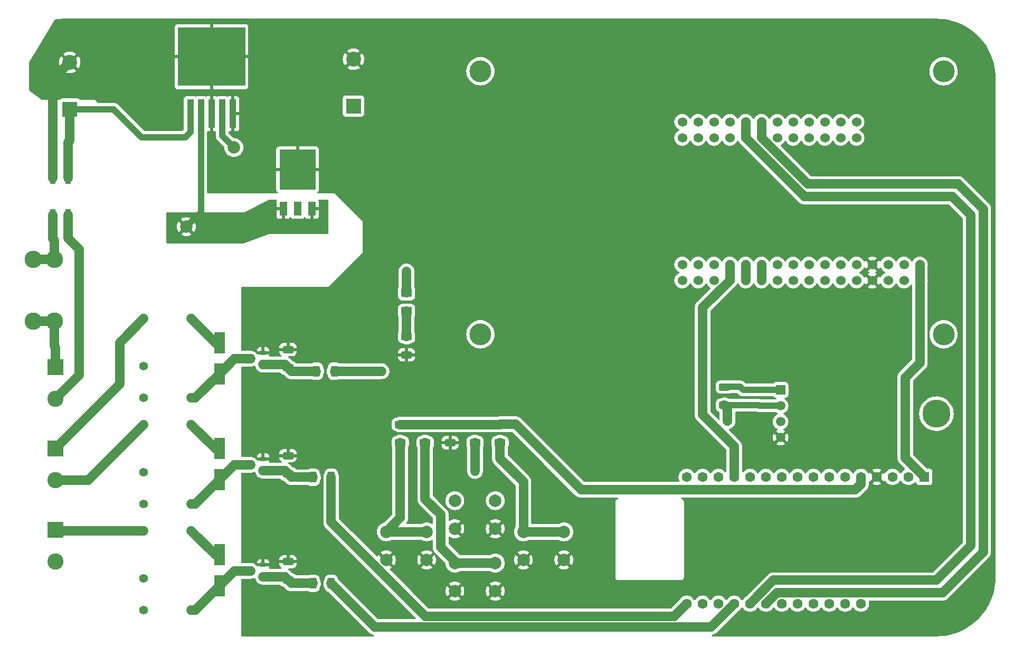
<source format=gbr>
%TF.GenerationSoftware,KiCad,Pcbnew,(6.0.5)*%
%TF.CreationDate,2022-07-11T20:41:14-04:00*%
%TF.ProjectId,Test Board,54657374-2042-46f6-9172-642e6b696361,rev?*%
%TF.SameCoordinates,Original*%
%TF.FileFunction,Copper,L1,Top*%
%TF.FilePolarity,Positive*%
%FSLAX46Y46*%
G04 Gerber Fmt 4.6, Leading zero omitted, Abs format (unit mm)*
G04 Created by KiCad (PCBNEW (6.0.5)) date 2022-07-11 20:41:14*
%MOMM*%
%LPD*%
G01*
G04 APERTURE LIST*
G04 Aperture macros list*
%AMRoundRect*
0 Rectangle with rounded corners*
0 $1 Rounding radius*
0 $2 $3 $4 $5 $6 $7 $8 $9 X,Y pos of 4 corners*
0 Add a 4 corners polygon primitive as box body*
4,1,4,$2,$3,$4,$5,$6,$7,$8,$9,$2,$3,0*
0 Add four circle primitives for the rounded corners*
1,1,$1+$1,$2,$3*
1,1,$1+$1,$4,$5*
1,1,$1+$1,$6,$7*
1,1,$1+$1,$8,$9*
0 Add four rect primitives between the rounded corners*
20,1,$1+$1,$2,$3,$4,$5,0*
20,1,$1+$1,$4,$5,$6,$7,0*
20,1,$1+$1,$6,$7,$8,$9,0*
20,1,$1+$1,$8,$9,$2,$3,0*%
G04 Aperture macros list end*
%TA.AperFunction,ComponentPad*%
%ADD10C,2.780000*%
%TD*%
%TA.AperFunction,SMDPad,CuDef*%
%ADD11R,1.200000X2.200000*%
%TD*%
%TA.AperFunction,SMDPad,CuDef*%
%ADD12R,5.800000X6.400000*%
%TD*%
%TA.AperFunction,ComponentPad*%
%ADD13R,2.400000X2.400000*%
%TD*%
%TA.AperFunction,ComponentPad*%
%ADD14C,2.400000*%
%TD*%
%TA.AperFunction,SMDPad,CuDef*%
%ADD15R,0.900000X1.840000*%
%TD*%
%TA.AperFunction,SMDPad,CuDef*%
%ADD16RoundRect,0.250001X0.624999X-0.462499X0.624999X0.462499X-0.624999X0.462499X-0.624999X-0.462499X0*%
%TD*%
%TA.AperFunction,ComponentPad*%
%ADD17R,2.600000X2.600000*%
%TD*%
%TA.AperFunction,ComponentPad*%
%ADD18C,2.600000*%
%TD*%
%TA.AperFunction,ComponentPad*%
%ADD19C,2.000000*%
%TD*%
%TA.AperFunction,SMDPad,CuDef*%
%ADD20R,0.900000X0.800000*%
%TD*%
%TA.AperFunction,SMDPad,CuDef*%
%ADD21RoundRect,0.250000X0.625000X-0.312500X0.625000X0.312500X-0.625000X0.312500X-0.625000X-0.312500X0*%
%TD*%
%TA.AperFunction,SMDPad,CuDef*%
%ADD22RoundRect,0.250000X0.312500X0.625000X-0.312500X0.625000X-0.312500X-0.625000X0.312500X-0.625000X0*%
%TD*%
%TA.AperFunction,SMDPad,CuDef*%
%ADD23RoundRect,0.250000X-0.625000X0.312500X-0.625000X-0.312500X0.625000X-0.312500X0.625000X0.312500X0*%
%TD*%
%TA.AperFunction,SMDPad,CuDef*%
%ADD24R,1.100000X4.600000*%
%TD*%
%TA.AperFunction,SMDPad,CuDef*%
%ADD25R,10.800000X9.400000*%
%TD*%
%TA.AperFunction,ComponentPad*%
%ADD26C,1.524000*%
%TD*%
%TA.AperFunction,ComponentPad*%
%ADD27C,3.500000*%
%TD*%
%TA.AperFunction,ComponentPad*%
%ADD28C,1.397000*%
%TD*%
%TA.AperFunction,ComponentPad*%
%ADD29R,1.500000X1.500000*%
%TD*%
%TA.AperFunction,ComponentPad*%
%ADD30C,1.500000*%
%TD*%
%TA.AperFunction,ComponentPad*%
%ADD31C,4.500000*%
%TD*%
%TA.AperFunction,SMDPad,CuDef*%
%ADD32R,1.800000X3.500000*%
%TD*%
%TA.AperFunction,ComponentPad*%
%ADD33R,1.600000X1.600000*%
%TD*%
%TA.AperFunction,ComponentPad*%
%ADD34C,1.600000*%
%TD*%
%TA.AperFunction,ViaPad*%
%ADD35C,0.800000*%
%TD*%
%TA.AperFunction,Conductor*%
%ADD36C,1.500000*%
%TD*%
%TA.AperFunction,Conductor*%
%ADD37C,1.000000*%
%TD*%
G04 APERTURE END LIST*
D10*
%TO.P,F1,2*%
%TO.N,/R*%
X113500000Y-84040000D03*
X110100000Y-84040000D03*
%TO.P,F1,1*%
%TO.N,Net-(J1-Pad1)*%
X110100000Y-93960000D03*
X113500000Y-93960000D03*
%TD*%
D11*
%TO.P,D2,1,K*%
%TO.N,Net-(D2-Pad1)*%
X150245000Y-75975000D03*
D12*
%TO.P,D2,2,A*%
%TO.N,GND*%
X152525000Y-69675000D03*
D11*
X152525000Y-75975000D03*
%TO.P,D2,1,K*%
%TO.N,Net-(D2-Pad1)*%
X154805000Y-75975000D03*
%TD*%
D13*
%TO.P,C1,1*%
%TO.N,+VDC*%
X116000000Y-60000000D03*
D14*
%TO.P,C1,2*%
%TO.N,GND*%
X116000000Y-52500000D03*
%TD*%
D13*
%TO.P,C2,1*%
%TO.N,+3V3*%
X161500000Y-59500000D03*
D14*
%TO.P,C2,2*%
%TO.N,GND*%
X161500000Y-52000000D03*
%TD*%
D15*
%TO.P,D1,1,+*%
%TO.N,+VDC*%
X115700000Y-71000000D03*
%TO.P,D1,2*%
%TO.N,/C*%
X115700000Y-77000000D03*
%TO.P,D1,3*%
%TO.N,/R*%
X113300000Y-77000000D03*
%TO.P,D1,4,-*%
%TO.N,GND*%
X113300000Y-71000000D03*
%TD*%
D16*
%TO.P,D3,1,K*%
%TO.N,Net-(D3-Pad1)*%
X170000000Y-92407500D03*
%TO.P,D3,2,A*%
%TO.N,+3V3*%
X170000000Y-89432500D03*
%TD*%
D17*
%TO.P,J1,1,Pin_1*%
%TO.N,Net-(J1-Pad1)*%
X113695000Y-101375000D03*
D18*
%TO.P,J1,2,Pin_2*%
%TO.N,/C*%
X113695000Y-106455000D03*
%TD*%
D17*
%TO.P,J2,1,Pin_1*%
%TO.N,/G*%
X113695000Y-114375000D03*
D18*
%TO.P,J2,2,Pin_2*%
%TO.N,/Y*%
X113695000Y-119455000D03*
%TD*%
D17*
%TO.P,J3,1,Pin_1*%
%TO.N,/W*%
X113695000Y-127455000D03*
D18*
%TO.P,J3,2,Pin_2*%
%TO.N,unconnected-(J3-Pad2)*%
X113695000Y-132535000D03*
%TD*%
D19*
%TO.P,L1,1,1*%
%TO.N,Net-(D2-Pad1)*%
X134690000Y-78850000D03*
%TO.P,L1,2,2*%
%TO.N,+3V3*%
X142310000Y-66150000D03*
%TD*%
D20*
%TO.P,Q1,1,G*%
%TO.N,Net-(Q1-Pad1)*%
X147000000Y-117950000D03*
%TO.P,Q1,2,S*%
%TO.N,GND*%
X147000000Y-116050000D03*
%TO.P,Q1,3,D*%
%TO.N,/COOLRLY*%
X145000000Y-117000000D03*
%TD*%
%TO.P,Q2,1,G*%
%TO.N,Net-(Q2-Pad1)*%
X147000000Y-100950000D03*
%TO.P,Q2,2,S*%
%TO.N,GND*%
X147000000Y-99050000D03*
%TO.P,Q2,3,D*%
%TO.N,/FANRLY*%
X145000000Y-100000000D03*
%TD*%
%TO.P,Q3,1,G*%
%TO.N,Net-(Q3-Pad1)*%
X147000000Y-134950000D03*
%TO.P,Q3,2,S*%
%TO.N,GND*%
X147000000Y-133050000D03*
%TO.P,Q3,3,D*%
%TO.N,/HEATRLY*%
X145000000Y-134000000D03*
%TD*%
D21*
%TO.P,R1,1*%
%TO.N,Net-(Q1-Pad1)*%
X151000000Y-118462500D03*
%TO.P,R1,2*%
%TO.N,GND*%
X151000000Y-115537500D03*
%TD*%
%TO.P,R2,1*%
%TO.N,Net-(Q2-Pad1)*%
X151000000Y-101462500D03*
%TO.P,R2,2*%
%TO.N,GND*%
X151000000Y-98537500D03*
%TD*%
%TO.P,R3,1*%
%TO.N,Net-(Q3-Pad1)*%
X151000000Y-135462500D03*
%TO.P,R3,2*%
%TO.N,GND*%
X151000000Y-132537500D03*
%TD*%
D22*
%TO.P,R4,1*%
%TO.N,/COOL*%
X157925000Y-119000000D03*
%TO.P,R4,2*%
%TO.N,Net-(Q1-Pad1)*%
X155000000Y-119000000D03*
%TD*%
%TO.P,R5,1*%
%TO.N,/FAN*%
X158462500Y-102000000D03*
%TO.P,R5,2*%
%TO.N,Net-(Q2-Pad1)*%
X155537500Y-102000000D03*
%TD*%
%TO.P,R6,1*%
%TO.N,/HEAT*%
X157925000Y-136000000D03*
%TO.P,R6,2*%
%TO.N,Net-(Q3-Pad1)*%
X155000000Y-136000000D03*
%TD*%
D21*
%TO.P,R7,1*%
%TO.N,+3V3*%
X181000000Y-113462500D03*
%TO.P,R7,2*%
%TO.N,/ADC*%
X181000000Y-110537500D03*
%TD*%
D23*
%TO.P,R8,1*%
%TO.N,/ADC*%
X177000000Y-110537500D03*
%TO.P,R8,2*%
%TO.N,GND*%
X177000000Y-113462500D03*
%TD*%
D21*
%TO.P,R9,1*%
%TO.N,Net-(R9-Pad1)*%
X173000000Y-113462500D03*
%TO.P,R9,2*%
%TO.N,/ADC*%
X173000000Y-110537500D03*
%TD*%
%TO.P,R10,1*%
%TO.N,Net-(R10-Pad1)*%
X169000000Y-113462500D03*
%TO.P,R10,2*%
%TO.N,/ADC*%
X169000000Y-110537500D03*
%TD*%
%TO.P,R22,1*%
%TO.N,/DHT*%
X221000000Y-107462500D03*
%TO.P,R22,2*%
%TO.N,+3V3*%
X221000000Y-104537500D03*
%TD*%
D23*
%TO.P,R23,1*%
%TO.N,Net-(D3-Pad1)*%
X170000000Y-96457500D03*
%TO.P,R23,2*%
%TO.N,GND*%
X170000000Y-99382500D03*
%TD*%
D24*
%TO.P,U1,1,VIN*%
%TO.N,+VDC*%
X135325000Y-60725000D03*
%TO.P,U1,2,OUT*%
%TO.N,Net-(D2-Pad1)*%
X137025000Y-60725000D03*
D25*
%TO.P,U1,3,GND*%
%TO.N,GND*%
X138725000Y-51575000D03*
D24*
X138725000Y-60725000D03*
%TO.P,U1,4,FB*%
%TO.N,+3V3*%
X140425000Y-60725000D03*
%TO.P,U1,5,~{ON}/OFF*%
%TO.N,GND*%
X142125000Y-60725000D03*
%TD*%
D26*
%TO.P,U2,1,Rst*%
%TO.N,/RESET*%
X252337500Y-84907000D03*
X252337500Y-87447000D03*
%TO.P,U2,2,3V3*%
%TO.N,+3V3*%
X249797500Y-87447000D03*
X249797500Y-84907000D03*
%TO.P,U2,3,Aref*%
%TO.N,unconnected-(U2-Pad3)*%
X247257500Y-84907000D03*
X247257500Y-87447000D03*
%TO.P,U2,4,GND*%
%TO.N,GND*%
X244717500Y-87447000D03*
X244717500Y-84907000D03*
%TO.P,U2,5,A0*%
%TO.N,unconnected-(U2-Pad5)*%
X242177500Y-84907000D03*
X242177500Y-87447000D03*
%TO.P,U2,6,A1*%
%TO.N,unconnected-(U2-Pad6)*%
X239637500Y-87447000D03*
X239637500Y-84907000D03*
%TO.P,U2,7,A2*%
%TO.N,unconnected-(U2-Pad7)*%
X237097500Y-84907000D03*
X237097500Y-87447000D03*
%TO.P,U2,8,A3*%
%TO.N,unconnected-(U2-Pad8)*%
X234557500Y-87447000D03*
X234557500Y-84907000D03*
%TO.P,U2,9,A4/D24*%
%TO.N,unconnected-(U2-Pad9)*%
X232017500Y-87447000D03*
X232017500Y-84907000D03*
%TO.P,U2,10,A5/D25*%
%TO.N,unconnected-(U2-Pad10)*%
X229477500Y-87447000D03*
X229477500Y-84907000D03*
%TO.P,U2,11,SCK*%
%TO.N,SCK*%
X226937500Y-87447000D03*
X226937500Y-84907000D03*
%TO.P,U2,12,MOSI*%
%TO.N,MOSI*%
X224397500Y-84907000D03*
X224397500Y-87447000D03*
%TO.P,U2,13,MISO*%
%TO.N,MISO*%
X221857500Y-84907000D03*
X221857500Y-87447000D03*
%TO.P,U2,14,RX*%
%TO.N,unconnected-(U2-Pad14)*%
X219317500Y-87447000D03*
X219317500Y-84907000D03*
%TO.P,U2,15,TX*%
%TO.N,unconnected-(U2-Pad15)*%
X216777500Y-84907000D03*
X216777500Y-87447000D03*
%TO.P,U2,16,NC*%
%TO.N,unconnected-(U2-Pad16)*%
X214237500Y-84907000D03*
X214237500Y-87447000D03*
%TO.P,U2,17,SDA*%
%TO.N,unconnected-(U2-Pad17)*%
X214237500Y-62047000D03*
X214237500Y-64587000D03*
%TO.P,U2,18,SCL*%
%TO.N,unconnected-(U2-Pad18)*%
X216777500Y-62047000D03*
X216777500Y-64587000D03*
%TO.P,U2,19,D5*%
%TO.N,unconnected-(U2-Pad19)*%
X219317500Y-64587000D03*
X219317500Y-62047000D03*
%TO.P,U2,20,D6*%
%TO.N,unconnected-(U2-Pad20)*%
X221857500Y-62047000D03*
X221857500Y-64587000D03*
%TO.P,U2,21,D9*%
%TO.N,/ECS*%
X224397500Y-64587000D03*
X224397500Y-62047000D03*
%TO.P,U2,22,D10*%
%TO.N,/DC*%
X226937500Y-62047000D03*
X226937500Y-64587000D03*
%TO.P,U2,23,D11*%
%TO.N,unconnected-(U2-Pad23)*%
X229477500Y-62047000D03*
X229477500Y-64587000D03*
%TO.P,U2,24,D12*%
%TO.N,unconnected-(U2-Pad24)*%
X232017500Y-62047000D03*
X232017500Y-64587000D03*
%TO.P,U2,25,D13*%
%TO.N,unconnected-(U2-Pad25)*%
X234557500Y-62047000D03*
X234557500Y-64587000D03*
%TO.P,U2,26,USB*%
%TO.N,unconnected-(U2-Pad26)*%
X237097500Y-62047000D03*
X237097500Y-64587000D03*
%TO.P,U2,27,EN*%
%TO.N,unconnected-(U2-Pad27)*%
X239637500Y-64587000D03*
X239637500Y-62047000D03*
%TO.P,U2,28,BAT*%
%TO.N,unconnected-(U2-Pad28)*%
X242177500Y-64587000D03*
X242177500Y-62047000D03*
D27*
%TO.P,U2,29*%
%TO.N,N/C*%
X181852500Y-53918000D03*
X181852500Y-96082000D03*
X256147500Y-96082000D03*
X256147500Y-53918000D03*
%TD*%
D28*
%TO.P,U3,12,12*%
%TO.N,/R*%
X127853450Y-106270000D03*
%TO.P,U3,10,10*%
%TO.N,unconnected-(U3-Pad10)*%
X127853450Y-101190000D03*
%TO.P,U3,7,7*%
%TO.N,/G*%
X127853450Y-93570000D03*
%TO.P,U3,6,6*%
%TO.N,+3V3*%
X135473450Y-93570000D03*
%TO.P,U3,1,1*%
%TO.N,/FANRLY*%
X135473450Y-106270000D03*
%TD*%
%TO.P,U4,1,1*%
%TO.N,/HEATRLY*%
X135473450Y-140270000D03*
%TO.P,U4,6,6*%
%TO.N,+3V3*%
X135473450Y-127570000D03*
%TO.P,U4,7,7*%
%TO.N,/W*%
X127853450Y-127570000D03*
%TO.P,U4,10,10*%
%TO.N,unconnected-(U4-Pad10)*%
X127853450Y-135190000D03*
%TO.P,U4,12,12*%
%TO.N,/R*%
X127853450Y-140270000D03*
%TD*%
%TO.P,U5,12,12*%
%TO.N,/R*%
X127853450Y-123270000D03*
%TO.P,U5,10,10*%
%TO.N,unconnected-(U5-Pad10)*%
X127853450Y-118190000D03*
%TO.P,U5,7,7*%
%TO.N,/Y*%
X127853450Y-110570000D03*
%TO.P,U5,6,6*%
%TO.N,+3V3*%
X135473450Y-110570000D03*
%TO.P,U5,1,1*%
%TO.N,/COOLRLY*%
X135473450Y-123270000D03*
%TD*%
D29*
%TO.P,U6,1,VCC*%
%TO.N,+3V3*%
X230000000Y-105000000D03*
D30*
%TO.P,U6,2,IO*%
%TO.N,/DHT*%
X230000000Y-107540000D03*
%TO.P,U6,3,NC*%
%TO.N,unconnected-(U6-Pad3)*%
X230000000Y-110080000D03*
%TO.P,U6,4,GND*%
%TO.N,GND*%
X230000000Y-112620000D03*
D31*
%TO.P,U6,5*%
%TO.N,N/C*%
X255000000Y-108810000D03*
%TD*%
D32*
%TO.P,D4,1,K*%
%TO.N,+3V3*%
X140000000Y-97420000D03*
%TO.P,D4,2,A*%
%TO.N,/FANRLY*%
X140000000Y-102420000D03*
%TD*%
D19*
%TO.P,SW1,1,1*%
%TO.N,/ADC*%
X184250000Y-122750000D03*
X177750000Y-122750000D03*
%TO.P,SW1,2,2*%
%TO.N,GND*%
X177750000Y-127250000D03*
X184250000Y-127250000D03*
%TD*%
D21*
%TO.P,R11,1*%
%TO.N,Net-(R11-Pad1)*%
X185000000Y-113462500D03*
%TO.P,R11,2*%
%TO.N,/ADC*%
X185000000Y-110537500D03*
%TD*%
D32*
%TO.P,D5,1,K*%
%TO.N,+3V3*%
X140000000Y-131420000D03*
%TO.P,D5,2,A*%
%TO.N,/HEATRLY*%
X140000000Y-136420000D03*
%TD*%
%TO.P,D6,1,K*%
%TO.N,+3V3*%
X140000000Y-114420000D03*
%TO.P,D6,2,A*%
%TO.N,/COOLRLY*%
X140000000Y-119420000D03*
%TD*%
D19*
%TO.P,SW3,1,1*%
%TO.N,Net-(R10-Pad1)*%
X173250000Y-127750000D03*
X166750000Y-127750000D03*
%TO.P,SW3,2,2*%
%TO.N,GND*%
X173250000Y-132250000D03*
X166750000Y-132250000D03*
%TD*%
D33*
%TO.P,A1,1,~{RESET}*%
%TO.N,/RESET*%
X253050000Y-118947500D03*
D34*
%TO.P,A1,2,3V3*%
%TO.N,+3V3*%
X250510000Y-118947500D03*
%TO.P,A1,3,NC*%
%TO.N,unconnected-(A1-Pad3)*%
X247970000Y-118947500D03*
%TO.P,A1,4,GND*%
%TO.N,GND*%
X245430000Y-118947500D03*
%TO.P,A1,5,ADC*%
%TO.N,/ADC*%
X242890000Y-118947500D03*
%TO.P,A1,6,NC*%
%TO.N,unconnected-(A1-Pad6)*%
X240350000Y-118947500D03*
%TO.P,A1,7,NC*%
%TO.N,unconnected-(A1-Pad7)*%
X237810000Y-118947500D03*
%TO.P,A1,8,NC*%
%TO.N,unconnected-(A1-Pad8)*%
X235270000Y-118947500D03*
%TO.P,A1,9,NC*%
%TO.N,unconnected-(A1-Pad9)*%
X232730000Y-118947500D03*
%TO.P,A1,10,NC*%
%TO.N,unconnected-(A1-Pad10)*%
X230190000Y-118947500D03*
%TO.P,A1,11,SCK/IO14*%
%TO.N,SCK*%
X227650000Y-118947500D03*
%TO.P,A1,12,MOSI/IO13*%
%TO.N,MOSI*%
X225110000Y-118947500D03*
%TO.P,A1,13,MISO/IO12*%
%TO.N,MISO*%
X222570000Y-118947500D03*
%TO.P,A1,14,RX/IO3*%
%TO.N,unconnected-(A1-Pad14)*%
X220030000Y-118947500D03*
%TO.P,A1,15,TX/IO1*%
%TO.N,unconnected-(A1-Pad15)*%
X217490000Y-118947500D03*
%TO.P,A1,16,CH_PD*%
%TO.N,unconnected-(A1-Pad16)*%
X214950000Y-118947500D03*
%TO.P,A1,17,SDA/IO4*%
%TO.N,/COOL*%
X214950000Y-139267500D03*
%TO.P,A1,18,SCL/IO5*%
%TO.N,/FAN*%
X217490000Y-139267500D03*
%TO.P,A1,19,IO2*%
%TO.N,/DHT*%
X220030000Y-139267500D03*
%TO.P,A1,20,IO16*%
%TO.N,/HEAT*%
X222570000Y-139267500D03*
%TO.P,A1,21,IO0*%
%TO.N,/ECS*%
X225110000Y-139267500D03*
%TO.P,A1,22,IO15*%
%TO.N,/DC*%
X227650000Y-139267500D03*
%TO.P,A1,23,IO13/MOSI*%
%TO.N,unconnected-(A1-Pad23)*%
X230190000Y-139267500D03*
%TO.P,A1,24,IO12/MISO*%
%TO.N,unconnected-(A1-Pad24)*%
X232730000Y-139267500D03*
%TO.P,A1,25,IO14/SCK*%
%TO.N,unconnected-(A1-Pad25)*%
X235270000Y-139267500D03*
%TO.P,A1,26,USB*%
%TO.N,unconnected-(A1-Pad26)*%
X237810000Y-139267500D03*
%TO.P,A1,27,EN*%
%TO.N,unconnected-(A1-Pad27)*%
X240350000Y-139267500D03*
%TO.P,A1,28,VBAT*%
%TO.N,unconnected-(A1-Pad28)*%
X242890000Y-139267500D03*
%TD*%
D19*
%TO.P,SW2,1,1*%
%TO.N,Net-(R9-Pad1)*%
X184250000Y-132750000D03*
X177750000Y-132750000D03*
%TO.P,SW2,2,2*%
%TO.N,GND*%
X177750000Y-137250000D03*
X184250000Y-137250000D03*
%TD*%
%TO.P,SW4,1,1*%
%TO.N,Net-(R11-Pad1)*%
X195250000Y-127750000D03*
X188750000Y-127750000D03*
%TO.P,SW4,2,2*%
%TO.N,GND*%
X188750000Y-132250000D03*
X195250000Y-132250000D03*
%TD*%
D35*
%TO.N,/FAN*%
X166000000Y-102000000D03*
%TO.N,+3V3*%
X170000000Y-86000000D03*
X181000000Y-118000000D03*
%TO.N,/ADC*%
X198000000Y-121000000D03*
%TO.N,/DHT*%
X221500000Y-110000000D03*
%TD*%
D36*
%TO.N,Net-(R9-Pad1)*%
X177750000Y-132750000D02*
X184250000Y-132750000D01*
%TO.N,/FAN*%
X166000000Y-102000000D02*
X158462500Y-102000000D01*
%TO.N,Net-(Q2-Pad1)*%
X150487500Y-100950000D02*
X151000000Y-101462500D01*
X147000000Y-100950000D02*
X150487500Y-100950000D01*
X151537500Y-102000000D02*
X151000000Y-101462500D01*
X155537500Y-102000000D02*
X151537500Y-102000000D01*
%TO.N,Net-(Q1-Pad1)*%
X150487500Y-117950000D02*
X151000000Y-118462500D01*
X147000000Y-117950000D02*
X150487500Y-117950000D01*
X151537500Y-119000000D02*
X151000000Y-118462500D01*
X155000000Y-119000000D02*
X151537500Y-119000000D01*
%TO.N,Net-(Q3-Pad1)*%
X150487500Y-134950000D02*
X151000000Y-135462500D01*
X147000000Y-134950000D02*
X150487500Y-134950000D01*
X151537500Y-136000000D02*
X151000000Y-135462500D01*
X155000000Y-136000000D02*
X151537500Y-136000000D01*
%TO.N,/COOL*%
X212917020Y-141300480D02*
X173043454Y-141300480D01*
X173043454Y-141300480D02*
X157925000Y-126182026D01*
X214950000Y-139267500D02*
X212917020Y-141300480D01*
X157925000Y-126182026D02*
X157925000Y-119000000D01*
%TO.N,/HEAT*%
X164925000Y-143000000D02*
X157925000Y-136000000D01*
X218837500Y-143000000D02*
X164925000Y-143000000D01*
X222570000Y-139267500D02*
X218837500Y-143000000D01*
%TO.N,+3V3*%
X139323450Y-97420000D02*
X135473450Y-93570000D01*
X140000000Y-97420000D02*
X139323450Y-97420000D01*
%TO.N,/FANRLY*%
X136150000Y-106270000D02*
X140000000Y-102420000D01*
X135473450Y-106270000D02*
X136150000Y-106270000D01*
X142420000Y-100000000D02*
X140000000Y-102420000D01*
X145000000Y-100000000D02*
X142420000Y-100000000D01*
%TO.N,+3V3*%
X139323450Y-114420000D02*
X135473450Y-110570000D01*
X140000000Y-114420000D02*
X139323450Y-114420000D01*
%TO.N,/COOLRLY*%
X136150000Y-123270000D02*
X140000000Y-119420000D01*
X135473450Y-123270000D02*
X136150000Y-123270000D01*
X145000000Y-117000000D02*
X142420000Y-117000000D01*
X142420000Y-117000000D02*
X140000000Y-119420000D01*
%TO.N,+3V3*%
X139323450Y-131420000D02*
X135473450Y-127570000D01*
X140000000Y-131420000D02*
X139323450Y-131420000D01*
%TO.N,/HEATRLY*%
X135473450Y-140270000D02*
X136150000Y-140270000D01*
X136150000Y-140270000D02*
X140000000Y-136420000D01*
X142420000Y-134000000D02*
X140000000Y-136420000D01*
X145000000Y-134000000D02*
X142420000Y-134000000D01*
%TO.N,Net-(D3-Pad1)*%
X170000000Y-92407500D02*
X170000000Y-96457500D01*
%TO.N,+3V3*%
X170000000Y-89432500D02*
X170000000Y-86000000D01*
X181000000Y-113462500D02*
X181000000Y-118000000D01*
%TO.N,Net-(R10-Pad1)*%
X166750000Y-127750000D02*
X173250000Y-127750000D01*
X169000000Y-125500000D02*
X166750000Y-127750000D01*
X169000000Y-113462500D02*
X169000000Y-125500000D01*
%TO.N,Net-(R9-Pad1)*%
X175500000Y-125000000D02*
X175500000Y-130250000D01*
X173000000Y-122500000D02*
X175500000Y-125000000D01*
X173000000Y-113462500D02*
X173000000Y-122500000D01*
X175500000Y-130199511D02*
X178050489Y-132750000D01*
%TO.N,Net-(R11-Pad1)*%
X188750000Y-127750000D02*
X195250000Y-127750000D01*
X188750000Y-119750000D02*
X188750000Y-127750000D01*
X185000000Y-116000000D02*
X188750000Y-119750000D01*
X185000000Y-113462500D02*
X185000000Y-116000000D01*
%TO.N,/ADC*%
X173000000Y-110537500D02*
X169000000Y-110537500D01*
X177000000Y-110537500D02*
X173000000Y-110537500D01*
X177000000Y-110537500D02*
X181000000Y-110537500D01*
X185000000Y-110537500D02*
X181000000Y-110537500D01*
X185037500Y-110500000D02*
X185000000Y-110537500D01*
X198000000Y-121000000D02*
X187500000Y-110500000D01*
X242000000Y-121000000D02*
X198000000Y-121000000D01*
X242890000Y-120110000D02*
X242000000Y-121000000D01*
X187500000Y-110500000D02*
X185037500Y-110500000D01*
X242890000Y-118947500D02*
X242890000Y-120110000D01*
%TO.N,/DHT*%
X221500000Y-107962500D02*
X221000000Y-107462500D01*
X221500000Y-110000000D02*
X221500000Y-107962500D01*
%TO.N,/ECS*%
X257500000Y-74000000D02*
X233810500Y-74000000D01*
X260500000Y-77000000D02*
X257500000Y-74000000D01*
X255000000Y-135500000D02*
X260500000Y-130000000D01*
X233810500Y-74000000D02*
X224397500Y-64587000D01*
X228877500Y-135500000D02*
X255000000Y-135500000D01*
X260500000Y-130000000D02*
X260500000Y-77000000D01*
X225110000Y-139267500D02*
X228877500Y-135500000D01*
%TO.N,/DC*%
X262500000Y-131000000D02*
X262500000Y-76000000D01*
X262500000Y-76000000D02*
X258500000Y-72000000D01*
X255982011Y-137517989D02*
X262500000Y-131000000D01*
X229399511Y-137517989D02*
X255982011Y-137517989D01*
X227650000Y-139267500D02*
X229399511Y-137517989D01*
X258500000Y-72000000D02*
X234350500Y-72000000D01*
X234350500Y-72000000D02*
X226937500Y-64587000D01*
D37*
%TO.N,/DHT*%
X226540000Y-107540000D02*
X230000000Y-107540000D01*
X226462500Y-107462500D02*
X226540000Y-107540000D01*
X221000000Y-107462500D02*
X226462500Y-107462500D01*
%TO.N,+3V3*%
X221037500Y-104500000D02*
X221000000Y-104537500D01*
X223500000Y-104500000D02*
X221037500Y-104500000D01*
X224000000Y-105000000D02*
X223500000Y-104500000D01*
X230000000Y-105000000D02*
X224000000Y-105000000D01*
D36*
%TO.N,MISO*%
X217500000Y-109000000D02*
X217500000Y-91804500D01*
X217500000Y-91804500D02*
X221857500Y-87447000D01*
X222570000Y-114070000D02*
X217500000Y-109000000D01*
X222570000Y-118947500D02*
X222570000Y-114070000D01*
%TO.N,/RESET*%
X250000000Y-103000000D02*
X250000000Y-115897500D01*
X252337500Y-100662500D02*
X250000000Y-103000000D01*
X252337500Y-87447000D02*
X252337500Y-100662500D01*
X250000000Y-115897500D02*
X253050000Y-118947500D01*
X252337500Y-84907000D02*
X252337500Y-87447000D01*
%TO.N,MISO*%
X221857500Y-84907000D02*
X221857500Y-87447000D01*
%TO.N,SCK*%
X226937500Y-84907000D02*
X226937500Y-87447000D01*
%TO.N,MOSI*%
X224397500Y-84907000D02*
X224397500Y-87447000D01*
%TO.N,/DC*%
X226937500Y-62047000D02*
X226937500Y-64587000D01*
%TO.N,/ECS*%
X224397500Y-62047000D02*
X224397500Y-64587000D01*
%TO.N,GND*%
X113300000Y-55200000D02*
X116000000Y-52500000D01*
X113300000Y-71000000D02*
X113300000Y-55200000D01*
%TO.N,+VDC*%
X115700000Y-65300000D02*
X116000000Y-65000000D01*
X115700000Y-71000000D02*
X115700000Y-65300000D01*
X116000000Y-65000000D02*
X116000000Y-60000000D01*
%TO.N,/R*%
X113500000Y-81000000D02*
X113300000Y-80800000D01*
X113300000Y-80800000D02*
X113300000Y-77000000D01*
X113500000Y-84040000D02*
X113500000Y-81000000D01*
%TO.N,Net-(J1-Pad1)*%
X113500000Y-98000000D02*
X113695000Y-98195000D01*
X113695000Y-98195000D02*
X113695000Y-101375000D01*
X113500000Y-93960000D02*
X113500000Y-98000000D01*
X110100000Y-93960000D02*
X113500000Y-93960000D01*
%TO.N,/R*%
X110100000Y-84040000D02*
X113500000Y-84040000D01*
%TO.N,/W*%
X113810000Y-127570000D02*
X113695000Y-127455000D01*
X127853450Y-127570000D02*
X113810000Y-127570000D01*
%TO.N,/G*%
X124000000Y-104070000D02*
X113695000Y-114375000D01*
X124000000Y-97423450D02*
X124000000Y-104070000D01*
X127853450Y-93570000D02*
X124000000Y-97423450D01*
%TO.N,/Y*%
X118923450Y-119500000D02*
X118878450Y-119455000D01*
X118878450Y-119455000D02*
X113695000Y-119455000D01*
X127853450Y-110570000D02*
X118923450Y-119500000D01*
%TO.N,/C*%
X115700000Y-80700000D02*
X117500000Y-82500000D01*
X117500000Y-82500000D02*
X117500000Y-102650000D01*
X115700000Y-77000000D02*
X115700000Y-80700000D01*
X117500000Y-102650000D02*
X113695000Y-106455000D01*
D37*
%TO.N,+VDC*%
X123000000Y-60000000D02*
X116000000Y-60000000D01*
X134500000Y-64500000D02*
X127500000Y-64500000D01*
X135325000Y-63675000D02*
X134500000Y-64500000D01*
X127500000Y-64500000D02*
X123000000Y-60000000D01*
X135325000Y-60725000D02*
X135325000Y-63675000D01*
%TO.N,Net-(D2-Pad1)*%
X137025000Y-76515000D02*
X134690000Y-78850000D01*
X137025000Y-60725000D02*
X137025000Y-76515000D01*
%TO.N,+3V3*%
X140425000Y-64265000D02*
X142310000Y-66150000D01*
X140425000Y-60725000D02*
X140425000Y-64265000D01*
%TD*%
%TA.AperFunction,Conductor*%
%TO.N,Net-(D2-Pad1)*%
G36*
X149129337Y-74520002D02*
G01*
X149175830Y-74573658D01*
X149185934Y-74643932D01*
X149179198Y-74670229D01*
X149146522Y-74757391D01*
X149142895Y-74772649D01*
X149137369Y-74823514D01*
X149137000Y-74830328D01*
X149137000Y-75702885D01*
X149141475Y-75718124D01*
X149142865Y-75719329D01*
X149150548Y-75721000D01*
X150373000Y-75721000D01*
X150441121Y-75741002D01*
X150487614Y-75794658D01*
X150499000Y-75847000D01*
X150499000Y-77564884D01*
X150503475Y-77580123D01*
X150504865Y-77581328D01*
X150512548Y-77582999D01*
X150889669Y-77582999D01*
X150896490Y-77582629D01*
X150947352Y-77577105D01*
X150962604Y-77573479D01*
X151083054Y-77528324D01*
X151098649Y-77519786D01*
X151200724Y-77443285D01*
X151213285Y-77430724D01*
X151283861Y-77336554D01*
X151340720Y-77294039D01*
X151411538Y-77289013D01*
X151473832Y-77323073D01*
X151485513Y-77336553D01*
X151561739Y-77438261D01*
X151678295Y-77525615D01*
X151814684Y-77576745D01*
X151876866Y-77583500D01*
X153173134Y-77583500D01*
X153235316Y-77576745D01*
X153371705Y-77525615D01*
X153488261Y-77438261D01*
X153564487Y-77336553D01*
X153621347Y-77294039D01*
X153692165Y-77289014D01*
X153754458Y-77323074D01*
X153766139Y-77336554D01*
X153836715Y-77430724D01*
X153849276Y-77443285D01*
X153951351Y-77519786D01*
X153966946Y-77528324D01*
X154087394Y-77573478D01*
X154102649Y-77577105D01*
X154153514Y-77582631D01*
X154160328Y-77583000D01*
X154532885Y-77583000D01*
X154548124Y-77578525D01*
X154549329Y-77577135D01*
X154551000Y-77569452D01*
X154551000Y-77564884D01*
X155059000Y-77564884D01*
X155063475Y-77580123D01*
X155064865Y-77581328D01*
X155072548Y-77582999D01*
X155449669Y-77582999D01*
X155456490Y-77582629D01*
X155507352Y-77577105D01*
X155522604Y-77573479D01*
X155643054Y-77528324D01*
X155658649Y-77519786D01*
X155760724Y-77443285D01*
X155773285Y-77430724D01*
X155849786Y-77328649D01*
X155858324Y-77313054D01*
X155903478Y-77192606D01*
X155907105Y-77177351D01*
X155912631Y-77126486D01*
X155913000Y-77119672D01*
X155913000Y-76247115D01*
X155908525Y-76231876D01*
X155907135Y-76230671D01*
X155899452Y-76229000D01*
X155077115Y-76229000D01*
X155061876Y-76233475D01*
X155060671Y-76234865D01*
X155059000Y-76242548D01*
X155059000Y-77564884D01*
X154551000Y-77564884D01*
X154551000Y-75847000D01*
X154571002Y-75778879D01*
X154624658Y-75732386D01*
X154677000Y-75721000D01*
X155894884Y-75721000D01*
X155910123Y-75716525D01*
X155911328Y-75715135D01*
X155912999Y-75707452D01*
X155912999Y-74830331D01*
X155912629Y-74823510D01*
X155907105Y-74772648D01*
X155903478Y-74757394D01*
X155870802Y-74670229D01*
X155865619Y-74599422D01*
X155899540Y-74537053D01*
X155961795Y-74502924D01*
X155988784Y-74500000D01*
X157374000Y-74500000D01*
X157442121Y-74520002D01*
X157488614Y-74573658D01*
X157500000Y-74626000D01*
X157500000Y-79874000D01*
X157479998Y-79942121D01*
X157426342Y-79988614D01*
X157374000Y-80000000D01*
X148000000Y-80000000D01*
X144053339Y-81479998D01*
X144021395Y-81491977D01*
X143977153Y-81500000D01*
X131626000Y-81500000D01*
X131557879Y-81479998D01*
X131511386Y-81426342D01*
X131500000Y-81374000D01*
X131500000Y-80082670D01*
X133822160Y-80082670D01*
X133827887Y-80090320D01*
X133999042Y-80195205D01*
X134007837Y-80199687D01*
X134217988Y-80286734D01*
X134227373Y-80289783D01*
X134448554Y-80342885D01*
X134458301Y-80344428D01*
X134685070Y-80362275D01*
X134694930Y-80362275D01*
X134921699Y-80344428D01*
X134931446Y-80342885D01*
X135152627Y-80289783D01*
X135162012Y-80286734D01*
X135372163Y-80199687D01*
X135380958Y-80195205D01*
X135548445Y-80092568D01*
X135557907Y-80082110D01*
X135554124Y-80073334D01*
X134702812Y-79222022D01*
X134688868Y-79214408D01*
X134687035Y-79214539D01*
X134680420Y-79218790D01*
X133828920Y-80070290D01*
X133822160Y-80082670D01*
X131500000Y-80082670D01*
X131500000Y-78854930D01*
X133177725Y-78854930D01*
X133195572Y-79081699D01*
X133197115Y-79091446D01*
X133250217Y-79312627D01*
X133253266Y-79322012D01*
X133340313Y-79532163D01*
X133344795Y-79540958D01*
X133447432Y-79708445D01*
X133457890Y-79717907D01*
X133466666Y-79714124D01*
X134317978Y-78862812D01*
X134324356Y-78851132D01*
X135054408Y-78851132D01*
X135054539Y-78852965D01*
X135058790Y-78859580D01*
X135910290Y-79711080D01*
X135922670Y-79717840D01*
X135930320Y-79712113D01*
X136035205Y-79540958D01*
X136039687Y-79532163D01*
X136126734Y-79322012D01*
X136129783Y-79312627D01*
X136182885Y-79091446D01*
X136184428Y-79081699D01*
X136202275Y-78854930D01*
X136202275Y-78845070D01*
X136184428Y-78618301D01*
X136182885Y-78608554D01*
X136129783Y-78387373D01*
X136126734Y-78377988D01*
X136039687Y-78167837D01*
X136035205Y-78159042D01*
X135932568Y-77991555D01*
X135922110Y-77982093D01*
X135913334Y-77985876D01*
X135062022Y-78837188D01*
X135054408Y-78851132D01*
X134324356Y-78851132D01*
X134325592Y-78848868D01*
X134325461Y-78847035D01*
X134321210Y-78840420D01*
X133469710Y-77988920D01*
X133457330Y-77982160D01*
X133449680Y-77987887D01*
X133344795Y-78159042D01*
X133340313Y-78167837D01*
X133253266Y-78377988D01*
X133250217Y-78387373D01*
X133197115Y-78608554D01*
X133195572Y-78618301D01*
X133177725Y-78845070D01*
X133177725Y-78854930D01*
X131500000Y-78854930D01*
X131500000Y-77617890D01*
X133822093Y-77617890D01*
X133825876Y-77626666D01*
X134677188Y-78477978D01*
X134691132Y-78485592D01*
X134692965Y-78485461D01*
X134699580Y-78481210D01*
X135551080Y-77629710D01*
X135557840Y-77617330D01*
X135552113Y-77609680D01*
X135380958Y-77504795D01*
X135372163Y-77500313D01*
X135162012Y-77413266D01*
X135152627Y-77410217D01*
X134931446Y-77357115D01*
X134921699Y-77355572D01*
X134694930Y-77337725D01*
X134685070Y-77337725D01*
X134458301Y-77355572D01*
X134448554Y-77357115D01*
X134227373Y-77410217D01*
X134217988Y-77413266D01*
X134007837Y-77500313D01*
X133999042Y-77504795D01*
X133831555Y-77607432D01*
X133822093Y-77617890D01*
X131500000Y-77617890D01*
X131500000Y-77119669D01*
X149137001Y-77119669D01*
X149137371Y-77126490D01*
X149142895Y-77177352D01*
X149146521Y-77192604D01*
X149191676Y-77313054D01*
X149200214Y-77328649D01*
X149276715Y-77430724D01*
X149289276Y-77443285D01*
X149391351Y-77519786D01*
X149406946Y-77528324D01*
X149527394Y-77573478D01*
X149542649Y-77577105D01*
X149593514Y-77582631D01*
X149600328Y-77583000D01*
X149972885Y-77583000D01*
X149988124Y-77578525D01*
X149989329Y-77577135D01*
X149991000Y-77569452D01*
X149991000Y-76247115D01*
X149986525Y-76231876D01*
X149985135Y-76230671D01*
X149977452Y-76229000D01*
X149155116Y-76229000D01*
X149139877Y-76233475D01*
X149138672Y-76234865D01*
X149137001Y-76242548D01*
X149137001Y-77119669D01*
X131500000Y-77119669D01*
X131500000Y-76626000D01*
X131520002Y-76557879D01*
X131573658Y-76511386D01*
X131626000Y-76500000D01*
X144000000Y-76500000D01*
X147973396Y-74513302D01*
X148029745Y-74500000D01*
X149061216Y-74500000D01*
X149129337Y-74520002D01*
G37*
%TD.AperFunction*%
%TD*%
%TA.AperFunction,Conductor*%
%TO.N,GND*%
G36*
X254970018Y-45510000D02*
G01*
X254984851Y-45512310D01*
X254984855Y-45512310D01*
X254993724Y-45513691D01*
X255002626Y-45512527D01*
X255002628Y-45512527D01*
X255011681Y-45511343D01*
X255016837Y-45510669D01*
X255037129Y-45509667D01*
X255592018Y-45527105D01*
X255599918Y-45527602D01*
X255935516Y-45559325D01*
X256185666Y-45582971D01*
X256193501Y-45583961D01*
X256774624Y-45676002D01*
X256782392Y-45677485D01*
X257356582Y-45805832D01*
X257364249Y-45807800D01*
X257634892Y-45886429D01*
X257929245Y-45971946D01*
X257936748Y-45974384D01*
X258490344Y-46173690D01*
X258497672Y-46176592D01*
X259037663Y-46410267D01*
X259044795Y-46413623D01*
X259452485Y-46621351D01*
X259569036Y-46680737D01*
X259575972Y-46684550D01*
X260082394Y-46984047D01*
X260089077Y-46988289D01*
X260575698Y-47318996D01*
X260582102Y-47323649D01*
X261046976Y-47684243D01*
X261053075Y-47689288D01*
X261494414Y-48078380D01*
X261500184Y-48083799D01*
X261916201Y-48499816D01*
X261921620Y-48505586D01*
X262310712Y-48946925D01*
X262315757Y-48953024D01*
X262676351Y-49417898D01*
X262681004Y-49424302D01*
X263011711Y-49910923D01*
X263015953Y-49917606D01*
X263315450Y-50424028D01*
X263319263Y-50430964D01*
X263586377Y-50955205D01*
X263589733Y-50962337D01*
X263823408Y-51502328D01*
X263826310Y-51509656D01*
X264007457Y-52012812D01*
X264025612Y-52063239D01*
X264028054Y-52070755D01*
X264066784Y-52204064D01*
X264192200Y-52635751D01*
X264194168Y-52643418D01*
X264322515Y-53217608D01*
X264323998Y-53225376D01*
X264404361Y-53732762D01*
X264416038Y-53806490D01*
X264417029Y-53814334D01*
X264430298Y-53954708D01*
X264472398Y-54400082D01*
X264472895Y-54407982D01*
X264490095Y-54955300D01*
X264488657Y-54978642D01*
X264487690Y-54984850D01*
X264487690Y-54984855D01*
X264486309Y-54993724D01*
X264487473Y-55002626D01*
X264487473Y-55002628D01*
X264490436Y-55025283D01*
X264491500Y-55041621D01*
X264491500Y-134950633D01*
X264490000Y-134970018D01*
X264487690Y-134984851D01*
X264487690Y-134984855D01*
X264486309Y-134993724D01*
X264487473Y-135002626D01*
X264487473Y-135002628D01*
X264489331Y-135016834D01*
X264490333Y-135037129D01*
X264472895Y-135592018D01*
X264472398Y-135599918D01*
X264452519Y-135810217D01*
X264427211Y-136077957D01*
X264417030Y-136185657D01*
X264416039Y-136193501D01*
X264337120Y-136691775D01*
X264323999Y-136774617D01*
X264322515Y-136782392D01*
X264194168Y-137356582D01*
X264192200Y-137364249D01*
X264028058Y-137929233D01*
X264025616Y-137936748D01*
X263826310Y-138490344D01*
X263823408Y-138497672D01*
X263589733Y-139037663D01*
X263586377Y-139044795D01*
X263435019Y-139341852D01*
X263319263Y-139569036D01*
X263315450Y-139575972D01*
X263015953Y-140082394D01*
X263011711Y-140089077D01*
X262681004Y-140575698D01*
X262676351Y-140582102D01*
X262315757Y-141046976D01*
X262310712Y-141053075D01*
X261921620Y-141494414D01*
X261916201Y-141500184D01*
X261500184Y-141916201D01*
X261494414Y-141921620D01*
X261053075Y-142310712D01*
X261046976Y-142315757D01*
X260582102Y-142676351D01*
X260575698Y-142681004D01*
X260089077Y-143011711D01*
X260082394Y-143015953D01*
X259575972Y-143315450D01*
X259569036Y-143319263D01*
X259044795Y-143586377D01*
X259037663Y-143589733D01*
X258497672Y-143823408D01*
X258490344Y-143826310D01*
X257936748Y-144025616D01*
X257929245Y-144028054D01*
X257645368Y-144110528D01*
X257364249Y-144192200D01*
X257356582Y-144194168D01*
X256782392Y-144322515D01*
X256774624Y-144323998D01*
X256193501Y-144416039D01*
X256185666Y-144417029D01*
X255935516Y-144440675D01*
X255599918Y-144472398D01*
X255592018Y-144472895D01*
X255044700Y-144490095D01*
X255021358Y-144488657D01*
X255015150Y-144487690D01*
X255015145Y-144487690D01*
X255006276Y-144486309D01*
X254997374Y-144487473D01*
X254997372Y-144487473D01*
X254982323Y-144489441D01*
X254974714Y-144490436D01*
X254958379Y-144491500D01*
X219092570Y-144491500D01*
X219024449Y-144471498D01*
X218977956Y-144417842D01*
X218967852Y-144347568D01*
X218997346Y-144282988D01*
X219057072Y-144244604D01*
X219061250Y-144243618D01*
X219061262Y-144243617D01*
X219061308Y-144243604D01*
X219061314Y-144243603D01*
X219141633Y-144221630D01*
X219146751Y-144220344D01*
X219222500Y-144202995D01*
X219222502Y-144202994D01*
X219227970Y-144201742D01*
X219238470Y-144197263D01*
X219244467Y-144194706D01*
X219260642Y-144189073D01*
X219272539Y-144185818D01*
X219272543Y-144185817D01*
X219277951Y-144184337D01*
X219348326Y-144150770D01*
X219353167Y-144148461D01*
X219357976Y-144146290D01*
X219429449Y-144115804D01*
X219429450Y-144115804D01*
X219434609Y-144113603D01*
X219449610Y-144103749D01*
X219464525Y-144095346D01*
X219480718Y-144087622D01*
X219485269Y-144084352D01*
X219485272Y-144084350D01*
X219548381Y-144039001D01*
X219552732Y-144036011D01*
X219618510Y-143992804D01*
X219618518Y-143992798D01*
X219622374Y-143990265D01*
X219643162Y-143971743D01*
X219653439Y-143963510D01*
X219663154Y-143956529D01*
X219737563Y-143879745D01*
X219738952Y-143878335D01*
X223183899Y-140433389D01*
X223217046Y-140410178D01*
X223217000Y-140410098D01*
X223217915Y-140409570D01*
X223219742Y-140408290D01*
X223226749Y-140405023D01*
X223306124Y-140349444D01*
X223409789Y-140276857D01*
X223409792Y-140276855D01*
X223414300Y-140273698D01*
X223576198Y-140111800D01*
X223594404Y-140085800D01*
X223704366Y-139928757D01*
X223707523Y-139924249D01*
X223709846Y-139919267D01*
X223709849Y-139919262D01*
X223725805Y-139885043D01*
X223772722Y-139831758D01*
X223840999Y-139812297D01*
X223908959Y-139832839D01*
X223954195Y-139885043D01*
X223970151Y-139919262D01*
X223970154Y-139919267D01*
X223972477Y-139924249D01*
X223975634Y-139928757D01*
X224085597Y-140085800D01*
X224103802Y-140111800D01*
X224265700Y-140273698D01*
X224270208Y-140276855D01*
X224270211Y-140276857D01*
X224317102Y-140309690D01*
X224453251Y-140405023D01*
X224458231Y-140407345D01*
X224458238Y-140407349D01*
X224643824Y-140493888D01*
X224660757Y-140501784D01*
X224666065Y-140503206D01*
X224666067Y-140503207D01*
X224876598Y-140559619D01*
X224876600Y-140559619D01*
X224881913Y-140561043D01*
X225110000Y-140580998D01*
X225338087Y-140561043D01*
X225343400Y-140559619D01*
X225343402Y-140559619D01*
X225553933Y-140503207D01*
X225553935Y-140503206D01*
X225559243Y-140501784D01*
X225576176Y-140493888D01*
X225761762Y-140407349D01*
X225761769Y-140407345D01*
X225766749Y-140405023D01*
X225902898Y-140309690D01*
X225949789Y-140276857D01*
X225949792Y-140276855D01*
X225954300Y-140273698D01*
X226116198Y-140111800D01*
X226134404Y-140085800D01*
X226244366Y-139928757D01*
X226247523Y-139924249D01*
X226249848Y-139919263D01*
X226249852Y-139919256D01*
X226250792Y-139917240D01*
X226252068Y-139915418D01*
X226252599Y-139914498D01*
X226252679Y-139914544D01*
X226275891Y-139881396D01*
X226296370Y-139860917D01*
X226358682Y-139826891D01*
X226429497Y-139831956D01*
X226486333Y-139874503D01*
X226499659Y-139896760D01*
X226512477Y-139924249D01*
X226515631Y-139928753D01*
X226625597Y-140085800D01*
X226643802Y-140111800D01*
X226805700Y-140273698D01*
X226810208Y-140276855D01*
X226810211Y-140276857D01*
X226857102Y-140309690D01*
X226993251Y-140405023D01*
X226998231Y-140407345D01*
X226998238Y-140407349D01*
X227183824Y-140493888D01*
X227200757Y-140501784D01*
X227206065Y-140503206D01*
X227206067Y-140503207D01*
X227416598Y-140559619D01*
X227416600Y-140559619D01*
X227421913Y-140561043D01*
X227650000Y-140580998D01*
X227878087Y-140561043D01*
X227883400Y-140559619D01*
X227883402Y-140559619D01*
X228093933Y-140503207D01*
X228093935Y-140503206D01*
X228099243Y-140501784D01*
X228116176Y-140493888D01*
X228301762Y-140407349D01*
X228301769Y-140407345D01*
X228306749Y-140405023D01*
X228442898Y-140309690D01*
X228489789Y-140276857D01*
X228489792Y-140276855D01*
X228494300Y-140273698D01*
X228656198Y-140111800D01*
X228674404Y-140085800D01*
X228784366Y-139928757D01*
X228787523Y-139924249D01*
X228789846Y-139919268D01*
X228789852Y-139919257D01*
X228790791Y-139917242D01*
X228792066Y-139915421D01*
X228792599Y-139914498D01*
X228792680Y-139914545D01*
X228815890Y-139881398D01*
X228836370Y-139860918D01*
X228898682Y-139826892D01*
X228969497Y-139831957D01*
X229026333Y-139874504D01*
X229039660Y-139896763D01*
X229050151Y-139919262D01*
X229050154Y-139919267D01*
X229052477Y-139924249D01*
X229055634Y-139928757D01*
X229165597Y-140085800D01*
X229183802Y-140111800D01*
X229345700Y-140273698D01*
X229350208Y-140276855D01*
X229350211Y-140276857D01*
X229397102Y-140309690D01*
X229533251Y-140405023D01*
X229538231Y-140407345D01*
X229538238Y-140407349D01*
X229723824Y-140493888D01*
X229740757Y-140501784D01*
X229746065Y-140503206D01*
X229746067Y-140503207D01*
X229956598Y-140559619D01*
X229956600Y-140559619D01*
X229961913Y-140561043D01*
X230190000Y-140580998D01*
X230418087Y-140561043D01*
X230423400Y-140559619D01*
X230423402Y-140559619D01*
X230633933Y-140503207D01*
X230633935Y-140503206D01*
X230639243Y-140501784D01*
X230656176Y-140493888D01*
X230841762Y-140407349D01*
X230841769Y-140407345D01*
X230846749Y-140405023D01*
X230982898Y-140309690D01*
X231029789Y-140276857D01*
X231029792Y-140276855D01*
X231034300Y-140273698D01*
X231196198Y-140111800D01*
X231214404Y-140085800D01*
X231324366Y-139928757D01*
X231327523Y-139924249D01*
X231329846Y-139919267D01*
X231329849Y-139919262D01*
X231345805Y-139885043D01*
X231392722Y-139831758D01*
X231460999Y-139812297D01*
X231528959Y-139832839D01*
X231574195Y-139885043D01*
X231590151Y-139919262D01*
X231590154Y-139919267D01*
X231592477Y-139924249D01*
X231595634Y-139928757D01*
X231705597Y-140085800D01*
X231723802Y-140111800D01*
X231885700Y-140273698D01*
X231890208Y-140276855D01*
X231890211Y-140276857D01*
X231937102Y-140309690D01*
X232073251Y-140405023D01*
X232078231Y-140407345D01*
X232078238Y-140407349D01*
X232263824Y-140493888D01*
X232280757Y-140501784D01*
X232286065Y-140503206D01*
X232286067Y-140503207D01*
X232496598Y-140559619D01*
X232496600Y-140559619D01*
X232501913Y-140561043D01*
X232730000Y-140580998D01*
X232958087Y-140561043D01*
X232963400Y-140559619D01*
X232963402Y-140559619D01*
X233173933Y-140503207D01*
X233173935Y-140503206D01*
X233179243Y-140501784D01*
X233196176Y-140493888D01*
X233381762Y-140407349D01*
X233381769Y-140407345D01*
X233386749Y-140405023D01*
X233522898Y-140309690D01*
X233569789Y-140276857D01*
X233569792Y-140276855D01*
X233574300Y-140273698D01*
X233736198Y-140111800D01*
X233754404Y-140085800D01*
X233864366Y-139928757D01*
X233867523Y-139924249D01*
X233869846Y-139919267D01*
X233869849Y-139919262D01*
X233885805Y-139885043D01*
X233932722Y-139831758D01*
X234000999Y-139812297D01*
X234068959Y-139832839D01*
X234114195Y-139885043D01*
X234130151Y-139919262D01*
X234130154Y-139919267D01*
X234132477Y-139924249D01*
X234135634Y-139928757D01*
X234245597Y-140085800D01*
X234263802Y-140111800D01*
X234425700Y-140273698D01*
X234430208Y-140276855D01*
X234430211Y-140276857D01*
X234477102Y-140309690D01*
X234613251Y-140405023D01*
X234618231Y-140407345D01*
X234618238Y-140407349D01*
X234803824Y-140493888D01*
X234820757Y-140501784D01*
X234826065Y-140503206D01*
X234826067Y-140503207D01*
X235036598Y-140559619D01*
X235036600Y-140559619D01*
X235041913Y-140561043D01*
X235270000Y-140580998D01*
X235498087Y-140561043D01*
X235503400Y-140559619D01*
X235503402Y-140559619D01*
X235713933Y-140503207D01*
X235713935Y-140503206D01*
X235719243Y-140501784D01*
X235736176Y-140493888D01*
X235921762Y-140407349D01*
X235921769Y-140407345D01*
X235926749Y-140405023D01*
X236062898Y-140309690D01*
X236109789Y-140276857D01*
X236109792Y-140276855D01*
X236114300Y-140273698D01*
X236276198Y-140111800D01*
X236294404Y-140085800D01*
X236404366Y-139928757D01*
X236407523Y-139924249D01*
X236409846Y-139919267D01*
X236409849Y-139919262D01*
X236425805Y-139885043D01*
X236472722Y-139831758D01*
X236540999Y-139812297D01*
X236608959Y-139832839D01*
X236654195Y-139885043D01*
X236670151Y-139919262D01*
X236670154Y-139919267D01*
X236672477Y-139924249D01*
X236675634Y-139928757D01*
X236785597Y-140085800D01*
X236803802Y-140111800D01*
X236965700Y-140273698D01*
X236970208Y-140276855D01*
X236970211Y-140276857D01*
X237017102Y-140309690D01*
X237153251Y-140405023D01*
X237158231Y-140407345D01*
X237158238Y-140407349D01*
X237343824Y-140493888D01*
X237360757Y-140501784D01*
X237366065Y-140503206D01*
X237366067Y-140503207D01*
X237576598Y-140559619D01*
X237576600Y-140559619D01*
X237581913Y-140561043D01*
X237810000Y-140580998D01*
X238038087Y-140561043D01*
X238043400Y-140559619D01*
X238043402Y-140559619D01*
X238253933Y-140503207D01*
X238253935Y-140503206D01*
X238259243Y-140501784D01*
X238276176Y-140493888D01*
X238461762Y-140407349D01*
X238461769Y-140407345D01*
X238466749Y-140405023D01*
X238602898Y-140309690D01*
X238649789Y-140276857D01*
X238649792Y-140276855D01*
X238654300Y-140273698D01*
X238816198Y-140111800D01*
X238834404Y-140085800D01*
X238944366Y-139928757D01*
X238947523Y-139924249D01*
X238949846Y-139919267D01*
X238949849Y-139919262D01*
X238965805Y-139885043D01*
X239012722Y-139831758D01*
X239080999Y-139812297D01*
X239148959Y-139832839D01*
X239194195Y-139885043D01*
X239210151Y-139919262D01*
X239210154Y-139919267D01*
X239212477Y-139924249D01*
X239215634Y-139928757D01*
X239325597Y-140085800D01*
X239343802Y-140111800D01*
X239505700Y-140273698D01*
X239510208Y-140276855D01*
X239510211Y-140276857D01*
X239557102Y-140309690D01*
X239693251Y-140405023D01*
X239698231Y-140407345D01*
X239698238Y-140407349D01*
X239883824Y-140493888D01*
X239900757Y-140501784D01*
X239906065Y-140503206D01*
X239906067Y-140503207D01*
X240116598Y-140559619D01*
X240116600Y-140559619D01*
X240121913Y-140561043D01*
X240350000Y-140580998D01*
X240578087Y-140561043D01*
X240583400Y-140559619D01*
X240583402Y-140559619D01*
X240793933Y-140503207D01*
X240793935Y-140503206D01*
X240799243Y-140501784D01*
X240816176Y-140493888D01*
X241001762Y-140407349D01*
X241001769Y-140407345D01*
X241006749Y-140405023D01*
X241142898Y-140309690D01*
X241189789Y-140276857D01*
X241189792Y-140276855D01*
X241194300Y-140273698D01*
X241356198Y-140111800D01*
X241374404Y-140085800D01*
X241484366Y-139928757D01*
X241487523Y-139924249D01*
X241489846Y-139919267D01*
X241489849Y-139919262D01*
X241505805Y-139885043D01*
X241552722Y-139831758D01*
X241620999Y-139812297D01*
X241688959Y-139832839D01*
X241734195Y-139885043D01*
X241750151Y-139919262D01*
X241750154Y-139919267D01*
X241752477Y-139924249D01*
X241755634Y-139928757D01*
X241865597Y-140085800D01*
X241883802Y-140111800D01*
X242045700Y-140273698D01*
X242050208Y-140276855D01*
X242050211Y-140276857D01*
X242097102Y-140309690D01*
X242233251Y-140405023D01*
X242238231Y-140407345D01*
X242238238Y-140407349D01*
X242423824Y-140493888D01*
X242440757Y-140501784D01*
X242446065Y-140503206D01*
X242446067Y-140503207D01*
X242656598Y-140559619D01*
X242656600Y-140559619D01*
X242661913Y-140561043D01*
X242890000Y-140580998D01*
X243118087Y-140561043D01*
X243123400Y-140559619D01*
X243123402Y-140559619D01*
X243333933Y-140503207D01*
X243333935Y-140503206D01*
X243339243Y-140501784D01*
X243356176Y-140493888D01*
X243541762Y-140407349D01*
X243541769Y-140407345D01*
X243546749Y-140405023D01*
X243682898Y-140309690D01*
X243729789Y-140276857D01*
X243729792Y-140276855D01*
X243734300Y-140273698D01*
X243896198Y-140111800D01*
X243914404Y-140085800D01*
X244024366Y-139928757D01*
X244027523Y-139924249D01*
X244029846Y-139919267D01*
X244029849Y-139919262D01*
X244121961Y-139721725D01*
X244121961Y-139721724D01*
X244124284Y-139716743D01*
X244183543Y-139495587D01*
X244203498Y-139267500D01*
X244183543Y-139039413D01*
X244155592Y-138935099D01*
X244157282Y-138864124D01*
X244197076Y-138805328D01*
X244262340Y-138777380D01*
X244277299Y-138776489D01*
X255890615Y-138776489D01*
X255907062Y-138777567D01*
X255923527Y-138779735D01*
X255923531Y-138779735D01*
X255929097Y-138780468D01*
X256010500Y-138776629D01*
X256016435Y-138776489D01*
X256039010Y-138776489D01*
X256065000Y-138774170D01*
X256070259Y-138773811D01*
X256153499Y-138769885D01*
X256158958Y-138768635D01*
X256158963Y-138768634D01*
X256170981Y-138765881D01*
X256187910Y-138763200D01*
X256205773Y-138761606D01*
X256211189Y-138760124D01*
X256211191Y-138760124D01*
X256286144Y-138739619D01*
X256291262Y-138738333D01*
X256367011Y-138720984D01*
X256367013Y-138720983D01*
X256372481Y-138719731D01*
X256382981Y-138715252D01*
X256388978Y-138712695D01*
X256405153Y-138707062D01*
X256417050Y-138703807D01*
X256417054Y-138703806D01*
X256422462Y-138702326D01*
X256481675Y-138674083D01*
X256497678Y-138666450D01*
X256502487Y-138664279D01*
X256573960Y-138633793D01*
X256573961Y-138633793D01*
X256579120Y-138631592D01*
X256594121Y-138621738D01*
X256609036Y-138613335D01*
X256625229Y-138605611D01*
X256629780Y-138602341D01*
X256629783Y-138602339D01*
X256692892Y-138556990D01*
X256697243Y-138554000D01*
X256763021Y-138510793D01*
X256763029Y-138510787D01*
X256766885Y-138508254D01*
X256787673Y-138489732D01*
X256797950Y-138481499D01*
X256807665Y-138474518D01*
X256882074Y-138397734D01*
X256883463Y-138396324D01*
X263325263Y-131954525D01*
X263337654Y-131943657D01*
X263350848Y-131933533D01*
X263355292Y-131930123D01*
X263410158Y-131869826D01*
X263414257Y-131865531D01*
X263430198Y-131849590D01*
X263446942Y-131829564D01*
X263450401Y-131825599D01*
X263502708Y-131768115D01*
X263502709Y-131768114D01*
X263506485Y-131763964D01*
X263516016Y-131748770D01*
X263526085Y-131734910D01*
X263537593Y-131721147D01*
X263578869Y-131648782D01*
X263581579Y-131644253D01*
X263622885Y-131578405D01*
X263625864Y-131573656D01*
X263632553Y-131557017D01*
X263640012Y-131541587D01*
X263646119Y-131530881D01*
X263646123Y-131530872D01*
X263648898Y-131526007D01*
X263676712Y-131447462D01*
X263678573Y-131442537D01*
X263694966Y-131401760D01*
X263709656Y-131365217D01*
X263713296Y-131347639D01*
X263717902Y-131331146D01*
X263723888Y-131314241D01*
X263737352Y-131232021D01*
X263738314Y-131226833D01*
X263754276Y-131149756D01*
X263755213Y-131145233D01*
X263756816Y-131117437D01*
X263758263Y-131104331D01*
X263759286Y-131098086D01*
X263759287Y-131098079D01*
X263760193Y-131092543D01*
X263759021Y-131017890D01*
X263758516Y-130985770D01*
X263758500Y-130983791D01*
X263758500Y-76091395D01*
X263759578Y-76074948D01*
X263761746Y-76058483D01*
X263761746Y-76058479D01*
X263762479Y-76052913D01*
X263758640Y-75971511D01*
X263758500Y-75965576D01*
X263758500Y-75943001D01*
X263756181Y-75917011D01*
X263755822Y-75911749D01*
X263752160Y-75834113D01*
X263751896Y-75828512D01*
X263747892Y-75811030D01*
X263745211Y-75794100D01*
X263744116Y-75781832D01*
X263743617Y-75776238D01*
X263721630Y-75695867D01*
X263720344Y-75690749D01*
X263702995Y-75615000D01*
X263702994Y-75614998D01*
X263701742Y-75609530D01*
X263694706Y-75593033D01*
X263689073Y-75576858D01*
X263685818Y-75564961D01*
X263685817Y-75564957D01*
X263684337Y-75559549D01*
X263648461Y-75484333D01*
X263646290Y-75479524D01*
X263615804Y-75408051D01*
X263615804Y-75408050D01*
X263613603Y-75402891D01*
X263603749Y-75387890D01*
X263595343Y-75372970D01*
X263590035Y-75361841D01*
X263587622Y-75356782D01*
X263584354Y-75352234D01*
X263584351Y-75352229D01*
X263538998Y-75289114D01*
X263536009Y-75284765D01*
X263531895Y-75278502D01*
X263490265Y-75215125D01*
X263471747Y-75194341D01*
X263463498Y-75184045D01*
X263459804Y-75178904D01*
X263456529Y-75174346D01*
X263379777Y-75099968D01*
X263378367Y-75098579D01*
X259454525Y-71174737D01*
X259443657Y-71162346D01*
X259433533Y-71149152D01*
X259430123Y-71144708D01*
X259369826Y-71089842D01*
X259365531Y-71085743D01*
X259349590Y-71069802D01*
X259334278Y-71056999D01*
X259329577Y-71053068D01*
X259325602Y-71049600D01*
X259268112Y-70997288D01*
X259268103Y-70997281D01*
X259263964Y-70993515D01*
X259248773Y-70983986D01*
X259234907Y-70973911D01*
X259225451Y-70966004D01*
X259225441Y-70965997D01*
X259221146Y-70962406D01*
X259148752Y-70921113D01*
X259144232Y-70918408D01*
X259078404Y-70877114D01*
X259078401Y-70877112D01*
X259073656Y-70874136D01*
X259068451Y-70872043D01*
X259068448Y-70872042D01*
X259057021Y-70867448D01*
X259041589Y-70859988D01*
X259030881Y-70853880D01*
X259030872Y-70853876D01*
X259026007Y-70851101D01*
X259020730Y-70849232D01*
X259020725Y-70849230D01*
X258947458Y-70823285D01*
X258942522Y-70821420D01*
X258870416Y-70792434D01*
X258865217Y-70790344D01*
X258859730Y-70789208D01*
X258859728Y-70789207D01*
X258847651Y-70786706D01*
X258831156Y-70782101D01*
X258814241Y-70776111D01*
X258731990Y-70762641D01*
X258726820Y-70761683D01*
X258645233Y-70744787D01*
X258640621Y-70744521D01*
X258640620Y-70744521D01*
X258617452Y-70743185D01*
X258604347Y-70741738D01*
X258598090Y-70740714D01*
X258598086Y-70740714D01*
X258592543Y-70739806D01*
X258586930Y-70739894D01*
X258586928Y-70739894D01*
X258485736Y-70741484D01*
X258483757Y-70741500D01*
X234923977Y-70741500D01*
X234855856Y-70721498D01*
X234834882Y-70704595D01*
X230042323Y-65912035D01*
X230008297Y-65849723D01*
X230013362Y-65778908D01*
X230055909Y-65722072D01*
X230078170Y-65708745D01*
X230110182Y-65693818D01*
X230110189Y-65693814D01*
X230115177Y-65691488D01*
X230283458Y-65573656D01*
X230292770Y-65567136D01*
X230292773Y-65567134D01*
X230297281Y-65563977D01*
X230454477Y-65406781D01*
X230463939Y-65393269D01*
X230578831Y-65229185D01*
X230578832Y-65229183D01*
X230581988Y-65224676D01*
X230584311Y-65219694D01*
X230584314Y-65219689D01*
X230633305Y-65114627D01*
X230680223Y-65061342D01*
X230748500Y-65041881D01*
X230816460Y-65062423D01*
X230861695Y-65114627D01*
X230910686Y-65219689D01*
X230910689Y-65219694D01*
X230913012Y-65224676D01*
X230916168Y-65229183D01*
X230916169Y-65229185D01*
X231031062Y-65393269D01*
X231040523Y-65406781D01*
X231197719Y-65563977D01*
X231202227Y-65567134D01*
X231202230Y-65567136D01*
X231211542Y-65573656D01*
X231379823Y-65691488D01*
X231384805Y-65693811D01*
X231384810Y-65693814D01*
X231567296Y-65778908D01*
X231581304Y-65785440D01*
X231586612Y-65786862D01*
X231586614Y-65786863D01*
X231652449Y-65804503D01*
X231796037Y-65842978D01*
X232017500Y-65862353D01*
X232238963Y-65842978D01*
X232382551Y-65804503D01*
X232448386Y-65786863D01*
X232448388Y-65786862D01*
X232453696Y-65785440D01*
X232467704Y-65778908D01*
X232650190Y-65693814D01*
X232650195Y-65693811D01*
X232655177Y-65691488D01*
X232823458Y-65573656D01*
X232832770Y-65567136D01*
X232832773Y-65567134D01*
X232837281Y-65563977D01*
X232994477Y-65406781D01*
X233003939Y-65393269D01*
X233118831Y-65229185D01*
X233118832Y-65229183D01*
X233121988Y-65224676D01*
X233124311Y-65219694D01*
X233124314Y-65219689D01*
X233173305Y-65114627D01*
X233220223Y-65061342D01*
X233288500Y-65041881D01*
X233356460Y-65062423D01*
X233401695Y-65114627D01*
X233450686Y-65219689D01*
X233450689Y-65219694D01*
X233453012Y-65224676D01*
X233456168Y-65229183D01*
X233456169Y-65229185D01*
X233571062Y-65393269D01*
X233580523Y-65406781D01*
X233737719Y-65563977D01*
X233742227Y-65567134D01*
X233742230Y-65567136D01*
X233751542Y-65573656D01*
X233919823Y-65691488D01*
X233924805Y-65693811D01*
X233924810Y-65693814D01*
X234107296Y-65778908D01*
X234121304Y-65785440D01*
X234126612Y-65786862D01*
X234126614Y-65786863D01*
X234192449Y-65804503D01*
X234336037Y-65842978D01*
X234557500Y-65862353D01*
X234778963Y-65842978D01*
X234922551Y-65804503D01*
X234988386Y-65786863D01*
X234988388Y-65786862D01*
X234993696Y-65785440D01*
X235007704Y-65778908D01*
X235190190Y-65693814D01*
X235190195Y-65693811D01*
X235195177Y-65691488D01*
X235363458Y-65573656D01*
X235372770Y-65567136D01*
X235372773Y-65567134D01*
X235377281Y-65563977D01*
X235534477Y-65406781D01*
X235543939Y-65393269D01*
X235658831Y-65229185D01*
X235658832Y-65229183D01*
X235661988Y-65224676D01*
X235664311Y-65219694D01*
X235664314Y-65219689D01*
X235713305Y-65114627D01*
X235760223Y-65061342D01*
X235828500Y-65041881D01*
X235896460Y-65062423D01*
X235941695Y-65114627D01*
X235990686Y-65219689D01*
X235990689Y-65219694D01*
X235993012Y-65224676D01*
X235996168Y-65229183D01*
X235996169Y-65229185D01*
X236111062Y-65393269D01*
X236120523Y-65406781D01*
X236277719Y-65563977D01*
X236282227Y-65567134D01*
X236282230Y-65567136D01*
X236291542Y-65573656D01*
X236459823Y-65691488D01*
X236464805Y-65693811D01*
X236464810Y-65693814D01*
X236647296Y-65778908D01*
X236661304Y-65785440D01*
X236666612Y-65786862D01*
X236666614Y-65786863D01*
X236732449Y-65804503D01*
X236876037Y-65842978D01*
X237097500Y-65862353D01*
X237318963Y-65842978D01*
X237462551Y-65804503D01*
X237528386Y-65786863D01*
X237528388Y-65786862D01*
X237533696Y-65785440D01*
X237547704Y-65778908D01*
X237730190Y-65693814D01*
X237730195Y-65693811D01*
X237735177Y-65691488D01*
X237903458Y-65573656D01*
X237912770Y-65567136D01*
X237912773Y-65567134D01*
X237917281Y-65563977D01*
X238074477Y-65406781D01*
X238083939Y-65393269D01*
X238198831Y-65229185D01*
X238198832Y-65229183D01*
X238201988Y-65224676D01*
X238204311Y-65219694D01*
X238204314Y-65219689D01*
X238253305Y-65114627D01*
X238300223Y-65061342D01*
X238368500Y-65041881D01*
X238436460Y-65062423D01*
X238481695Y-65114627D01*
X238530686Y-65219689D01*
X238530689Y-65219694D01*
X238533012Y-65224676D01*
X238536168Y-65229183D01*
X238536169Y-65229185D01*
X238651062Y-65393269D01*
X238660523Y-65406781D01*
X238817719Y-65563977D01*
X238822227Y-65567134D01*
X238822230Y-65567136D01*
X238831542Y-65573656D01*
X238999823Y-65691488D01*
X239004805Y-65693811D01*
X239004810Y-65693814D01*
X239187296Y-65778908D01*
X239201304Y-65785440D01*
X239206612Y-65786862D01*
X239206614Y-65786863D01*
X239272449Y-65804503D01*
X239416037Y-65842978D01*
X239637500Y-65862353D01*
X239858963Y-65842978D01*
X240002551Y-65804503D01*
X240068386Y-65786863D01*
X240068388Y-65786862D01*
X240073696Y-65785440D01*
X240087704Y-65778908D01*
X240270190Y-65693814D01*
X240270195Y-65693811D01*
X240275177Y-65691488D01*
X240443458Y-65573656D01*
X240452770Y-65567136D01*
X240452773Y-65567134D01*
X240457281Y-65563977D01*
X240614477Y-65406781D01*
X240623939Y-65393269D01*
X240738831Y-65229185D01*
X240738832Y-65229183D01*
X240741988Y-65224676D01*
X240744311Y-65219694D01*
X240744314Y-65219689D01*
X240793305Y-65114627D01*
X240840223Y-65061342D01*
X240908500Y-65041881D01*
X240976460Y-65062423D01*
X241021695Y-65114627D01*
X241070686Y-65219689D01*
X241070689Y-65219694D01*
X241073012Y-65224676D01*
X241076168Y-65229183D01*
X241076169Y-65229185D01*
X241191062Y-65393269D01*
X241200523Y-65406781D01*
X241357719Y-65563977D01*
X241362227Y-65567134D01*
X241362230Y-65567136D01*
X241371542Y-65573656D01*
X241539823Y-65691488D01*
X241544805Y-65693811D01*
X241544810Y-65693814D01*
X241727296Y-65778908D01*
X241741304Y-65785440D01*
X241746612Y-65786862D01*
X241746614Y-65786863D01*
X241812449Y-65804503D01*
X241956037Y-65842978D01*
X242177500Y-65862353D01*
X242398963Y-65842978D01*
X242542551Y-65804503D01*
X242608386Y-65786863D01*
X242608388Y-65786862D01*
X242613696Y-65785440D01*
X242627704Y-65778908D01*
X242810190Y-65693814D01*
X242810195Y-65693811D01*
X242815177Y-65691488D01*
X242983458Y-65573656D01*
X242992770Y-65567136D01*
X242992773Y-65567134D01*
X242997281Y-65563977D01*
X243154477Y-65406781D01*
X243163939Y-65393269D01*
X243278831Y-65229185D01*
X243278832Y-65229183D01*
X243281988Y-65224676D01*
X243284311Y-65219694D01*
X243284314Y-65219689D01*
X243373617Y-65028178D01*
X243373618Y-65028177D01*
X243375940Y-65023196D01*
X243433478Y-64808463D01*
X243452853Y-64587000D01*
X243433478Y-64365537D01*
X243375940Y-64150804D01*
X243333305Y-64059373D01*
X243284314Y-63954311D01*
X243284311Y-63954306D01*
X243281988Y-63949324D01*
X243266511Y-63927220D01*
X243157636Y-63771730D01*
X243157634Y-63771727D01*
X243154477Y-63767219D01*
X242997281Y-63610023D01*
X242992773Y-63606866D01*
X242992770Y-63606864D01*
X242887281Y-63533000D01*
X242815177Y-63482512D01*
X242810195Y-63480189D01*
X242810190Y-63480186D01*
X242705127Y-63431195D01*
X242651842Y-63384278D01*
X242632381Y-63316001D01*
X242652923Y-63248041D01*
X242705127Y-63202805D01*
X242810190Y-63153814D01*
X242810195Y-63153811D01*
X242815177Y-63151488D01*
X242932022Y-63069672D01*
X242992770Y-63027136D01*
X242992773Y-63027134D01*
X242997281Y-63023977D01*
X243154477Y-62866781D01*
X243179183Y-62831498D01*
X243278831Y-62689185D01*
X243278832Y-62689183D01*
X243281988Y-62684676D01*
X243284311Y-62679694D01*
X243284314Y-62679689D01*
X243373617Y-62488178D01*
X243373618Y-62488177D01*
X243375940Y-62483196D01*
X243433478Y-62268463D01*
X243452853Y-62047000D01*
X243433478Y-61825537D01*
X243375940Y-61610804D01*
X243333305Y-61519373D01*
X243284314Y-61414311D01*
X243284311Y-61414306D01*
X243281988Y-61409324D01*
X243154477Y-61227219D01*
X242997281Y-61070023D01*
X242992773Y-61066866D01*
X242992770Y-61066864D01*
X242893158Y-60997115D01*
X242815177Y-60942512D01*
X242810195Y-60940189D01*
X242810190Y-60940186D01*
X242618678Y-60850883D01*
X242618677Y-60850882D01*
X242613696Y-60848560D01*
X242608388Y-60847138D01*
X242608386Y-60847137D01*
X242542551Y-60829497D01*
X242398963Y-60791022D01*
X242177500Y-60771647D01*
X241956037Y-60791022D01*
X241812449Y-60829497D01*
X241746614Y-60847137D01*
X241746612Y-60847138D01*
X241741304Y-60848560D01*
X241736323Y-60850882D01*
X241736322Y-60850883D01*
X241544811Y-60940186D01*
X241544806Y-60940189D01*
X241539824Y-60942512D01*
X241535317Y-60945668D01*
X241535315Y-60945669D01*
X241362230Y-61066864D01*
X241362227Y-61066866D01*
X241357719Y-61070023D01*
X241200523Y-61227219D01*
X241073012Y-61409324D01*
X241070689Y-61414306D01*
X241070686Y-61414311D01*
X241021695Y-61519373D01*
X240974777Y-61572658D01*
X240906500Y-61592119D01*
X240838540Y-61571577D01*
X240793305Y-61519373D01*
X240744314Y-61414311D01*
X240744311Y-61414306D01*
X240741988Y-61409324D01*
X240614477Y-61227219D01*
X240457281Y-61070023D01*
X240452773Y-61066866D01*
X240452770Y-61066864D01*
X240353158Y-60997115D01*
X240275177Y-60942512D01*
X240270195Y-60940189D01*
X240270190Y-60940186D01*
X240078678Y-60850883D01*
X240078677Y-60850882D01*
X240073696Y-60848560D01*
X240068388Y-60847138D01*
X240068386Y-60847137D01*
X240002551Y-60829497D01*
X239858963Y-60791022D01*
X239637500Y-60771647D01*
X239416037Y-60791022D01*
X239272449Y-60829497D01*
X239206614Y-60847137D01*
X239206612Y-60847138D01*
X239201304Y-60848560D01*
X239196323Y-60850882D01*
X239196322Y-60850883D01*
X239004811Y-60940186D01*
X239004806Y-60940189D01*
X238999824Y-60942512D01*
X238995317Y-60945668D01*
X238995315Y-60945669D01*
X238822230Y-61066864D01*
X238822227Y-61066866D01*
X238817719Y-61070023D01*
X238660523Y-61227219D01*
X238533012Y-61409324D01*
X238530689Y-61414306D01*
X238530686Y-61414311D01*
X238481695Y-61519373D01*
X238434777Y-61572658D01*
X238366500Y-61592119D01*
X238298540Y-61571577D01*
X238253305Y-61519373D01*
X238204314Y-61414311D01*
X238204311Y-61414306D01*
X238201988Y-61409324D01*
X238074477Y-61227219D01*
X237917281Y-61070023D01*
X237912773Y-61066866D01*
X237912770Y-61066864D01*
X237813158Y-60997115D01*
X237735177Y-60942512D01*
X237730195Y-60940189D01*
X237730190Y-60940186D01*
X237538678Y-60850883D01*
X237538677Y-60850882D01*
X237533696Y-60848560D01*
X237528388Y-60847138D01*
X237528386Y-60847137D01*
X237462551Y-60829497D01*
X237318963Y-60791022D01*
X237097500Y-60771647D01*
X236876037Y-60791022D01*
X236732449Y-60829497D01*
X236666614Y-60847137D01*
X236666612Y-60847138D01*
X236661304Y-60848560D01*
X236656323Y-60850882D01*
X236656322Y-60850883D01*
X236464811Y-60940186D01*
X236464806Y-60940189D01*
X236459824Y-60942512D01*
X236455317Y-60945668D01*
X236455315Y-60945669D01*
X236282230Y-61066864D01*
X236282227Y-61066866D01*
X236277719Y-61070023D01*
X236120523Y-61227219D01*
X235993012Y-61409324D01*
X235990689Y-61414306D01*
X235990686Y-61414311D01*
X235941695Y-61519373D01*
X235894777Y-61572658D01*
X235826500Y-61592119D01*
X235758540Y-61571577D01*
X235713305Y-61519373D01*
X235664314Y-61414311D01*
X235664311Y-61414306D01*
X235661988Y-61409324D01*
X235534477Y-61227219D01*
X235377281Y-61070023D01*
X235372773Y-61066866D01*
X235372770Y-61066864D01*
X235273158Y-60997115D01*
X235195177Y-60942512D01*
X235190195Y-60940189D01*
X235190190Y-60940186D01*
X234998678Y-60850883D01*
X234998677Y-60850882D01*
X234993696Y-60848560D01*
X234988388Y-60847138D01*
X234988386Y-60847137D01*
X234922551Y-60829497D01*
X234778963Y-60791022D01*
X234557500Y-60771647D01*
X234336037Y-60791022D01*
X234192449Y-60829497D01*
X234126614Y-60847137D01*
X234126612Y-60847138D01*
X234121304Y-60848560D01*
X234116323Y-60850882D01*
X234116322Y-60850883D01*
X233924811Y-60940186D01*
X233924806Y-60940189D01*
X233919824Y-60942512D01*
X233915317Y-60945668D01*
X233915315Y-60945669D01*
X233742230Y-61066864D01*
X233742227Y-61066866D01*
X233737719Y-61070023D01*
X233580523Y-61227219D01*
X233453012Y-61409324D01*
X233450689Y-61414306D01*
X233450686Y-61414311D01*
X233401695Y-61519373D01*
X233354777Y-61572658D01*
X233286500Y-61592119D01*
X233218540Y-61571577D01*
X233173305Y-61519373D01*
X233124314Y-61414311D01*
X233124311Y-61414306D01*
X233121988Y-61409324D01*
X232994477Y-61227219D01*
X232837281Y-61070023D01*
X232832773Y-61066866D01*
X232832770Y-61066864D01*
X232733158Y-60997115D01*
X232655177Y-60942512D01*
X232650195Y-60940189D01*
X232650190Y-60940186D01*
X232458678Y-60850883D01*
X232458677Y-60850882D01*
X232453696Y-60848560D01*
X232448388Y-60847138D01*
X232448386Y-60847137D01*
X232382551Y-60829497D01*
X232238963Y-60791022D01*
X232017500Y-60771647D01*
X231796037Y-60791022D01*
X231652449Y-60829497D01*
X231586614Y-60847137D01*
X231586612Y-60847138D01*
X231581304Y-60848560D01*
X231576323Y-60850882D01*
X231576322Y-60850883D01*
X231384811Y-60940186D01*
X231384806Y-60940189D01*
X231379824Y-60942512D01*
X231375317Y-60945668D01*
X231375315Y-60945669D01*
X231202230Y-61066864D01*
X231202227Y-61066866D01*
X231197719Y-61070023D01*
X231040523Y-61227219D01*
X230913012Y-61409324D01*
X230910689Y-61414306D01*
X230910686Y-61414311D01*
X230861695Y-61519373D01*
X230814777Y-61572658D01*
X230746500Y-61592119D01*
X230678540Y-61571577D01*
X230633305Y-61519373D01*
X230584314Y-61414311D01*
X230584311Y-61414306D01*
X230581988Y-61409324D01*
X230454477Y-61227219D01*
X230297281Y-61070023D01*
X230292773Y-61066866D01*
X230292770Y-61066864D01*
X230193158Y-60997115D01*
X230115177Y-60942512D01*
X230110195Y-60940189D01*
X230110190Y-60940186D01*
X229918678Y-60850883D01*
X229918677Y-60850882D01*
X229913696Y-60848560D01*
X229908388Y-60847138D01*
X229908386Y-60847137D01*
X229842551Y-60829497D01*
X229698963Y-60791022D01*
X229477500Y-60771647D01*
X229256037Y-60791022D01*
X229112449Y-60829497D01*
X229046614Y-60847137D01*
X229046612Y-60847138D01*
X229041304Y-60848560D01*
X229036323Y-60850882D01*
X229036322Y-60850883D01*
X228844811Y-60940186D01*
X228844806Y-60940189D01*
X228839824Y-60942512D01*
X228835317Y-60945668D01*
X228835315Y-60945669D01*
X228662230Y-61066864D01*
X228662227Y-61066866D01*
X228657719Y-61070023D01*
X228500523Y-61227219D01*
X228373012Y-61409324D01*
X228370689Y-61414306D01*
X228370686Y-61414311D01*
X228321695Y-61519373D01*
X228274777Y-61572658D01*
X228206500Y-61592119D01*
X228138540Y-61571577D01*
X228093305Y-61519373D01*
X228044314Y-61414311D01*
X228044311Y-61414306D01*
X228041988Y-61409324D01*
X227914477Y-61227219D01*
X227757281Y-61070023D01*
X227752773Y-61066866D01*
X227752770Y-61066864D01*
X227653158Y-60997115D01*
X227575177Y-60942512D01*
X227570195Y-60940189D01*
X227570190Y-60940186D01*
X227378678Y-60850883D01*
X227378677Y-60850882D01*
X227373696Y-60848560D01*
X227368388Y-60847138D01*
X227368386Y-60847137D01*
X227302551Y-60829497D01*
X227158963Y-60791022D01*
X226937500Y-60771647D01*
X226716037Y-60791022D01*
X226572449Y-60829497D01*
X226506614Y-60847137D01*
X226506612Y-60847138D01*
X226501304Y-60848560D01*
X226496323Y-60850882D01*
X226496322Y-60850883D01*
X226304811Y-60940186D01*
X226304806Y-60940189D01*
X226299824Y-60942512D01*
X226295317Y-60945668D01*
X226295315Y-60945669D01*
X226122230Y-61066864D01*
X226122227Y-61066866D01*
X226117719Y-61070023D01*
X225960523Y-61227219D01*
X225833012Y-61409324D01*
X225830689Y-61414306D01*
X225830686Y-61414311D01*
X225781695Y-61519373D01*
X225734777Y-61572658D01*
X225666500Y-61592119D01*
X225598540Y-61571577D01*
X225553305Y-61519373D01*
X225504314Y-61414311D01*
X225504311Y-61414306D01*
X225501988Y-61409324D01*
X225374477Y-61227219D01*
X225217281Y-61070023D01*
X225212773Y-61066866D01*
X225212770Y-61066864D01*
X225113158Y-60997115D01*
X225035177Y-60942512D01*
X225030195Y-60940189D01*
X225030190Y-60940186D01*
X224838678Y-60850883D01*
X224838677Y-60850882D01*
X224833696Y-60848560D01*
X224828388Y-60847138D01*
X224828386Y-60847137D01*
X224762551Y-60829497D01*
X224618963Y-60791022D01*
X224397500Y-60771647D01*
X224176037Y-60791022D01*
X224032449Y-60829497D01*
X223966614Y-60847137D01*
X223966612Y-60847138D01*
X223961304Y-60848560D01*
X223956323Y-60850882D01*
X223956322Y-60850883D01*
X223764811Y-60940186D01*
X223764806Y-60940189D01*
X223759824Y-60942512D01*
X223755317Y-60945668D01*
X223755315Y-60945669D01*
X223582230Y-61066864D01*
X223582227Y-61066866D01*
X223577719Y-61070023D01*
X223420523Y-61227219D01*
X223293012Y-61409324D01*
X223290689Y-61414306D01*
X223290686Y-61414311D01*
X223241695Y-61519373D01*
X223194777Y-61572658D01*
X223126500Y-61592119D01*
X223058540Y-61571577D01*
X223013305Y-61519373D01*
X222964314Y-61414311D01*
X222964311Y-61414306D01*
X222961988Y-61409324D01*
X222834477Y-61227219D01*
X222677281Y-61070023D01*
X222672773Y-61066866D01*
X222672770Y-61066864D01*
X222573158Y-60997115D01*
X222495177Y-60942512D01*
X222490195Y-60940189D01*
X222490190Y-60940186D01*
X222298678Y-60850883D01*
X222298677Y-60850882D01*
X222293696Y-60848560D01*
X222288388Y-60847138D01*
X222288386Y-60847137D01*
X222222551Y-60829497D01*
X222078963Y-60791022D01*
X221857500Y-60771647D01*
X221636037Y-60791022D01*
X221492449Y-60829497D01*
X221426614Y-60847137D01*
X221426612Y-60847138D01*
X221421304Y-60848560D01*
X221416323Y-60850882D01*
X221416322Y-60850883D01*
X221224811Y-60940186D01*
X221224806Y-60940189D01*
X221219824Y-60942512D01*
X221215317Y-60945668D01*
X221215315Y-60945669D01*
X221042230Y-61066864D01*
X221042227Y-61066866D01*
X221037719Y-61070023D01*
X220880523Y-61227219D01*
X220753012Y-61409324D01*
X220750689Y-61414306D01*
X220750686Y-61414311D01*
X220701695Y-61519373D01*
X220654777Y-61572658D01*
X220586500Y-61592119D01*
X220518540Y-61571577D01*
X220473305Y-61519373D01*
X220424314Y-61414311D01*
X220424311Y-61414306D01*
X220421988Y-61409324D01*
X220294477Y-61227219D01*
X220137281Y-61070023D01*
X220132773Y-61066866D01*
X220132770Y-61066864D01*
X220033158Y-60997115D01*
X219955177Y-60942512D01*
X219950195Y-60940189D01*
X219950190Y-60940186D01*
X219758678Y-60850883D01*
X219758677Y-60850882D01*
X219753696Y-60848560D01*
X219748388Y-60847138D01*
X219748386Y-60847137D01*
X219682551Y-60829497D01*
X219538963Y-60791022D01*
X219317500Y-60771647D01*
X219096037Y-60791022D01*
X218952449Y-60829497D01*
X218886614Y-60847137D01*
X218886612Y-60847138D01*
X218881304Y-60848560D01*
X218876323Y-60850882D01*
X218876322Y-60850883D01*
X218684811Y-60940186D01*
X218684806Y-60940189D01*
X218679824Y-60942512D01*
X218675317Y-60945668D01*
X218675315Y-60945669D01*
X218502230Y-61066864D01*
X218502227Y-61066866D01*
X218497719Y-61070023D01*
X218340523Y-61227219D01*
X218213012Y-61409324D01*
X218210689Y-61414306D01*
X218210686Y-61414311D01*
X218161695Y-61519373D01*
X218114777Y-61572658D01*
X218046500Y-61592119D01*
X217978540Y-61571577D01*
X217933305Y-61519373D01*
X217884314Y-61414311D01*
X217884311Y-61414306D01*
X217881988Y-61409324D01*
X217754477Y-61227219D01*
X217597281Y-61070023D01*
X217592773Y-61066866D01*
X217592770Y-61066864D01*
X217493158Y-60997115D01*
X217415177Y-60942512D01*
X217410195Y-60940189D01*
X217410190Y-60940186D01*
X217218678Y-60850883D01*
X217218677Y-60850882D01*
X217213696Y-60848560D01*
X217208388Y-60847138D01*
X217208386Y-60847137D01*
X217142551Y-60829497D01*
X216998963Y-60791022D01*
X216777500Y-60771647D01*
X216556037Y-60791022D01*
X216412449Y-60829497D01*
X216346614Y-60847137D01*
X216346612Y-60847138D01*
X216341304Y-60848560D01*
X216336323Y-60850882D01*
X216336322Y-60850883D01*
X216144811Y-60940186D01*
X216144806Y-60940189D01*
X216139824Y-60942512D01*
X216135317Y-60945668D01*
X216135315Y-60945669D01*
X215962230Y-61066864D01*
X215962227Y-61066866D01*
X215957719Y-61070023D01*
X215800523Y-61227219D01*
X215673012Y-61409324D01*
X215670689Y-61414306D01*
X215670686Y-61414311D01*
X215621695Y-61519373D01*
X215574777Y-61572658D01*
X215506500Y-61592119D01*
X215438540Y-61571577D01*
X215393305Y-61519373D01*
X215344314Y-61414311D01*
X215344311Y-61414306D01*
X215341988Y-61409324D01*
X215214477Y-61227219D01*
X215057281Y-61070023D01*
X215052773Y-61066866D01*
X215052770Y-61066864D01*
X214953158Y-60997115D01*
X214875177Y-60942512D01*
X214870195Y-60940189D01*
X214870190Y-60940186D01*
X214678678Y-60850883D01*
X214678677Y-60850882D01*
X214673696Y-60848560D01*
X214668388Y-60847138D01*
X214668386Y-60847137D01*
X214602551Y-60829497D01*
X214458963Y-60791022D01*
X214237500Y-60771647D01*
X214016037Y-60791022D01*
X213872449Y-60829497D01*
X213806614Y-60847137D01*
X213806612Y-60847138D01*
X213801304Y-60848560D01*
X213796323Y-60850882D01*
X213796322Y-60850883D01*
X213604811Y-60940186D01*
X213604806Y-60940189D01*
X213599824Y-60942512D01*
X213595317Y-60945668D01*
X213595315Y-60945669D01*
X213422230Y-61066864D01*
X213422227Y-61066866D01*
X213417719Y-61070023D01*
X213260523Y-61227219D01*
X213133012Y-61409324D01*
X213130689Y-61414306D01*
X213130686Y-61414311D01*
X213081695Y-61519373D01*
X213039060Y-61610804D01*
X212981522Y-61825537D01*
X212962147Y-62047000D01*
X212981522Y-62268463D01*
X213039060Y-62483196D01*
X213041382Y-62488177D01*
X213041383Y-62488178D01*
X213130686Y-62679689D01*
X213130689Y-62679694D01*
X213133012Y-62684676D01*
X213136168Y-62689183D01*
X213136169Y-62689185D01*
X213235818Y-62831498D01*
X213260523Y-62866781D01*
X213417719Y-63023977D01*
X213422227Y-63027134D01*
X213422230Y-63027136D01*
X213482978Y-63069672D01*
X213599823Y-63151488D01*
X213604805Y-63153811D01*
X213604810Y-63153814D01*
X213709873Y-63202805D01*
X213763158Y-63249722D01*
X213782619Y-63317999D01*
X213762077Y-63385959D01*
X213709873Y-63431195D01*
X213604811Y-63480186D01*
X213604806Y-63480189D01*
X213599824Y-63482512D01*
X213595317Y-63485668D01*
X213595315Y-63485669D01*
X213422230Y-63606864D01*
X213422227Y-63606866D01*
X213417719Y-63610023D01*
X213260523Y-63767219D01*
X213257366Y-63771727D01*
X213257364Y-63771730D01*
X213148489Y-63927220D01*
X213133012Y-63949324D01*
X213130689Y-63954306D01*
X213130686Y-63954311D01*
X213081695Y-64059373D01*
X213039060Y-64150804D01*
X212981522Y-64365537D01*
X212962147Y-64587000D01*
X212981522Y-64808463D01*
X213039060Y-65023196D01*
X213041382Y-65028177D01*
X213041383Y-65028178D01*
X213130686Y-65219689D01*
X213130689Y-65219694D01*
X213133012Y-65224676D01*
X213136168Y-65229183D01*
X213136169Y-65229185D01*
X213251062Y-65393269D01*
X213260523Y-65406781D01*
X213417719Y-65563977D01*
X213422227Y-65567134D01*
X213422230Y-65567136D01*
X213431542Y-65573656D01*
X213599823Y-65691488D01*
X213604805Y-65693811D01*
X213604810Y-65693814D01*
X213787296Y-65778908D01*
X213801304Y-65785440D01*
X213806612Y-65786862D01*
X213806614Y-65786863D01*
X213872449Y-65804503D01*
X214016037Y-65842978D01*
X214237500Y-65862353D01*
X214458963Y-65842978D01*
X214602551Y-65804503D01*
X214668386Y-65786863D01*
X214668388Y-65786862D01*
X214673696Y-65785440D01*
X214687704Y-65778908D01*
X214870190Y-65693814D01*
X214870195Y-65693811D01*
X214875177Y-65691488D01*
X215043458Y-65573656D01*
X215052770Y-65567136D01*
X215052773Y-65567134D01*
X215057281Y-65563977D01*
X215214477Y-65406781D01*
X215223939Y-65393269D01*
X215338831Y-65229185D01*
X215338832Y-65229183D01*
X215341988Y-65224676D01*
X215344311Y-65219694D01*
X215344314Y-65219689D01*
X215393305Y-65114627D01*
X215440223Y-65061342D01*
X215508500Y-65041881D01*
X215576460Y-65062423D01*
X215621695Y-65114627D01*
X215670686Y-65219689D01*
X215670689Y-65219694D01*
X215673012Y-65224676D01*
X215676168Y-65229183D01*
X215676169Y-65229185D01*
X215791062Y-65393269D01*
X215800523Y-65406781D01*
X215957719Y-65563977D01*
X215962227Y-65567134D01*
X215962230Y-65567136D01*
X215971542Y-65573656D01*
X216139823Y-65691488D01*
X216144805Y-65693811D01*
X216144810Y-65693814D01*
X216327296Y-65778908D01*
X216341304Y-65785440D01*
X216346612Y-65786862D01*
X216346614Y-65786863D01*
X216412449Y-65804503D01*
X216556037Y-65842978D01*
X216777500Y-65862353D01*
X216998963Y-65842978D01*
X217142551Y-65804503D01*
X217208386Y-65786863D01*
X217208388Y-65786862D01*
X217213696Y-65785440D01*
X217227704Y-65778908D01*
X217410190Y-65693814D01*
X217410195Y-65693811D01*
X217415177Y-65691488D01*
X217583458Y-65573656D01*
X217592770Y-65567136D01*
X217592773Y-65567134D01*
X217597281Y-65563977D01*
X217754477Y-65406781D01*
X217763939Y-65393269D01*
X217878831Y-65229185D01*
X217878832Y-65229183D01*
X217881988Y-65224676D01*
X217884311Y-65219694D01*
X217884314Y-65219689D01*
X217933305Y-65114627D01*
X217980223Y-65061342D01*
X218048500Y-65041881D01*
X218116460Y-65062423D01*
X218161695Y-65114627D01*
X218210686Y-65219689D01*
X218210689Y-65219694D01*
X218213012Y-65224676D01*
X218216168Y-65229183D01*
X218216169Y-65229185D01*
X218331062Y-65393269D01*
X218340523Y-65406781D01*
X218497719Y-65563977D01*
X218502227Y-65567134D01*
X218502230Y-65567136D01*
X218511542Y-65573656D01*
X218679823Y-65691488D01*
X218684805Y-65693811D01*
X218684810Y-65693814D01*
X218867296Y-65778908D01*
X218881304Y-65785440D01*
X218886612Y-65786862D01*
X218886614Y-65786863D01*
X218952449Y-65804503D01*
X219096037Y-65842978D01*
X219317500Y-65862353D01*
X219538963Y-65842978D01*
X219682551Y-65804503D01*
X219748386Y-65786863D01*
X219748388Y-65786862D01*
X219753696Y-65785440D01*
X219767704Y-65778908D01*
X219950190Y-65693814D01*
X219950195Y-65693811D01*
X219955177Y-65691488D01*
X220123458Y-65573656D01*
X220132770Y-65567136D01*
X220132773Y-65567134D01*
X220137281Y-65563977D01*
X220294477Y-65406781D01*
X220303939Y-65393269D01*
X220418831Y-65229185D01*
X220418832Y-65229183D01*
X220421988Y-65224676D01*
X220424311Y-65219694D01*
X220424314Y-65219689D01*
X220473305Y-65114627D01*
X220520223Y-65061342D01*
X220588500Y-65041881D01*
X220656460Y-65062423D01*
X220701695Y-65114627D01*
X220750686Y-65219689D01*
X220750689Y-65219694D01*
X220753012Y-65224676D01*
X220756168Y-65229183D01*
X220756169Y-65229185D01*
X220871062Y-65393269D01*
X220880523Y-65406781D01*
X221037719Y-65563977D01*
X221042227Y-65567134D01*
X221042230Y-65567136D01*
X221051542Y-65573656D01*
X221219823Y-65691488D01*
X221224805Y-65693811D01*
X221224810Y-65693814D01*
X221407296Y-65778908D01*
X221421304Y-65785440D01*
X221426612Y-65786862D01*
X221426614Y-65786863D01*
X221492449Y-65804503D01*
X221636037Y-65842978D01*
X221857500Y-65862353D01*
X222078963Y-65842978D01*
X222222551Y-65804503D01*
X222288386Y-65786863D01*
X222288388Y-65786862D01*
X222293696Y-65785440D01*
X222307704Y-65778908D01*
X222490190Y-65693814D01*
X222490195Y-65693811D01*
X222495177Y-65691488D01*
X222663458Y-65573656D01*
X222672770Y-65567136D01*
X222672773Y-65567134D01*
X222677281Y-65563977D01*
X222834477Y-65406781D01*
X222843939Y-65393269D01*
X222958831Y-65229185D01*
X222958832Y-65229183D01*
X222961988Y-65224676D01*
X222964311Y-65219694D01*
X222964314Y-65219689D01*
X223013305Y-65114627D01*
X223060223Y-65061342D01*
X223128500Y-65041881D01*
X223196460Y-65062423D01*
X223241695Y-65114627D01*
X223290686Y-65219689D01*
X223290689Y-65219694D01*
X223293012Y-65224676D01*
X223296168Y-65229183D01*
X223296169Y-65229185D01*
X223411062Y-65393269D01*
X223420523Y-65406781D01*
X223577719Y-65563977D01*
X223582228Y-65567134D01*
X223582230Y-65567136D01*
X223625303Y-65597296D01*
X223642127Y-65611414D01*
X232855975Y-74825263D01*
X232866842Y-74837653D01*
X232880377Y-74855292D01*
X232940294Y-74909812D01*
X232940674Y-74910158D01*
X232944969Y-74914257D01*
X232960910Y-74930198D01*
X232980936Y-74946942D01*
X232984891Y-74950392D01*
X233046536Y-75006485D01*
X233051290Y-75009467D01*
X233061730Y-75016016D01*
X233075590Y-75026085D01*
X233089353Y-75037593D01*
X233094234Y-75040377D01*
X233161718Y-75078869D01*
X233166248Y-75081579D01*
X233236844Y-75125864D01*
X233242048Y-75127956D01*
X233253483Y-75132553D01*
X233268913Y-75140012D01*
X233279619Y-75146119D01*
X233279628Y-75146123D01*
X233284493Y-75148898D01*
X233363046Y-75176715D01*
X233367958Y-75178571D01*
X233445283Y-75209656D01*
X233450773Y-75210793D01*
X233462849Y-75213294D01*
X233479344Y-75217899D01*
X233496259Y-75223889D01*
X233553055Y-75233190D01*
X233578490Y-75237355D01*
X233583678Y-75238317D01*
X233660741Y-75254276D01*
X233660745Y-75254277D01*
X233665267Y-75255213D01*
X233693066Y-75256816D01*
X233706167Y-75258263D01*
X233707715Y-75258516D01*
X233712416Y-75259286D01*
X233712419Y-75259286D01*
X233717957Y-75260193D01*
X233723572Y-75260105D01*
X233723574Y-75260105D01*
X233824730Y-75258516D01*
X233826709Y-75258500D01*
X256926523Y-75258500D01*
X256994644Y-75278502D01*
X257015618Y-75295405D01*
X259204595Y-77484382D01*
X259238621Y-77546694D01*
X259241500Y-77573477D01*
X259241500Y-129426522D01*
X259221498Y-129494643D01*
X259204595Y-129515617D01*
X254515617Y-134204595D01*
X254453305Y-134238621D01*
X254426522Y-134241500D01*
X228968896Y-134241500D01*
X228952449Y-134240422D01*
X228951770Y-134240333D01*
X228930414Y-134237521D01*
X228924814Y-134237785D01*
X228924813Y-134237785D01*
X228849004Y-134241360D01*
X228843069Y-134241500D01*
X228820501Y-134241500D01*
X228817718Y-134241748D01*
X228817704Y-134241749D01*
X228794523Y-134243818D01*
X228789260Y-134244177D01*
X228759842Y-134245564D01*
X228706012Y-134248103D01*
X228688523Y-134252108D01*
X228671604Y-134254788D01*
X228667118Y-134255189D01*
X228653738Y-134256383D01*
X228648330Y-134257862D01*
X228648327Y-134257863D01*
X228573370Y-134278369D01*
X228568252Y-134279655D01*
X228511446Y-134292666D01*
X228487030Y-134298258D01*
X228470537Y-134305293D01*
X228454355Y-134310928D01*
X228442467Y-134314180D01*
X228442458Y-134314183D01*
X228437049Y-134315663D01*
X228431986Y-134318078D01*
X228431975Y-134318082D01*
X228361843Y-134351534D01*
X228357042Y-134353702D01*
X228280392Y-134386396D01*
X228275704Y-134389475D01*
X228275703Y-134389476D01*
X228265400Y-134396244D01*
X228250471Y-134404656D01*
X228234282Y-134412378D01*
X228170953Y-134457885D01*
X228166622Y-134460997D01*
X228162271Y-134463987D01*
X228096492Y-134507195D01*
X228096487Y-134507199D01*
X228092626Y-134509735D01*
X228089175Y-134512810D01*
X228071846Y-134528249D01*
X228061555Y-134536494D01*
X228056407Y-134540193D01*
X228056403Y-134540197D01*
X228051846Y-134543471D01*
X228012382Y-134584195D01*
X227977468Y-134620223D01*
X227976079Y-134621633D01*
X224496101Y-138101611D01*
X224462954Y-138124822D01*
X224463000Y-138124902D01*
X224462085Y-138125430D01*
X224460258Y-138126710D01*
X224453251Y-138129977D01*
X224373876Y-138185556D01*
X224270211Y-138258143D01*
X224270208Y-138258145D01*
X224265700Y-138261302D01*
X224103802Y-138423200D01*
X224100645Y-138427708D01*
X224100643Y-138427711D01*
X224060286Y-138485347D01*
X223972477Y-138610751D01*
X223970155Y-138615731D01*
X223970151Y-138615738D01*
X223954195Y-138649957D01*
X223907278Y-138703242D01*
X223839001Y-138722703D01*
X223771041Y-138702161D01*
X223725805Y-138649957D01*
X223709849Y-138615738D01*
X223709845Y-138615731D01*
X223707523Y-138610751D01*
X223619714Y-138485347D01*
X223579357Y-138427711D01*
X223579355Y-138427708D01*
X223576198Y-138423200D01*
X223414300Y-138261302D01*
X223409792Y-138258145D01*
X223409789Y-138258143D01*
X223331611Y-138203402D01*
X223226749Y-138129977D01*
X223221767Y-138127654D01*
X223221762Y-138127651D01*
X223024225Y-138035539D01*
X223024224Y-138035539D01*
X223019243Y-138033216D01*
X223013935Y-138031794D01*
X223013933Y-138031793D01*
X222803402Y-137975381D01*
X222803400Y-137975381D01*
X222798087Y-137973957D01*
X222570000Y-137954002D01*
X222341913Y-137973957D01*
X222336600Y-137975381D01*
X222336598Y-137975381D01*
X222126067Y-138031793D01*
X222126065Y-138031794D01*
X222120757Y-138033216D01*
X222115776Y-138035539D01*
X222115775Y-138035539D01*
X221918238Y-138127651D01*
X221918233Y-138127654D01*
X221913251Y-138129977D01*
X221808389Y-138203402D01*
X221730211Y-138258143D01*
X221730208Y-138258145D01*
X221725700Y-138261302D01*
X221563802Y-138423200D01*
X221560645Y-138427708D01*
X221560643Y-138427711D01*
X221520286Y-138485347D01*
X221432477Y-138610751D01*
X221430152Y-138615737D01*
X221430148Y-138615744D01*
X221429208Y-138617760D01*
X221427932Y-138619582D01*
X221427401Y-138620502D01*
X221427321Y-138620456D01*
X221404109Y-138653604D01*
X221383630Y-138674083D01*
X221321318Y-138708109D01*
X221250503Y-138703044D01*
X221193667Y-138660497D01*
X221180340Y-138638238D01*
X221178268Y-138633793D01*
X221167523Y-138610751D01*
X221111944Y-138531376D01*
X221039357Y-138427711D01*
X221039355Y-138427708D01*
X221036198Y-138423200D01*
X220874300Y-138261302D01*
X220869792Y-138258145D01*
X220869789Y-138258143D01*
X220791611Y-138203402D01*
X220686749Y-138129977D01*
X220681767Y-138127654D01*
X220681762Y-138127651D01*
X220484225Y-138035539D01*
X220484224Y-138035539D01*
X220479243Y-138033216D01*
X220473935Y-138031794D01*
X220473933Y-138031793D01*
X220263402Y-137975381D01*
X220263400Y-137975381D01*
X220258087Y-137973957D01*
X220030000Y-137954002D01*
X219801913Y-137973957D01*
X219796600Y-137975381D01*
X219796598Y-137975381D01*
X219586067Y-138031793D01*
X219586065Y-138031794D01*
X219580757Y-138033216D01*
X219575776Y-138035539D01*
X219575775Y-138035539D01*
X219378238Y-138127651D01*
X219378233Y-138127654D01*
X219373251Y-138129977D01*
X219268389Y-138203402D01*
X219190211Y-138258143D01*
X219190208Y-138258145D01*
X219185700Y-138261302D01*
X219023802Y-138423200D01*
X219020645Y-138427708D01*
X219020643Y-138427711D01*
X218980286Y-138485347D01*
X218892477Y-138610751D01*
X218890155Y-138615731D01*
X218890151Y-138615738D01*
X218874195Y-138649957D01*
X218827278Y-138703242D01*
X218759001Y-138722703D01*
X218691041Y-138702161D01*
X218645805Y-138649957D01*
X218629849Y-138615738D01*
X218629845Y-138615731D01*
X218627523Y-138610751D01*
X218539714Y-138485347D01*
X218499357Y-138427711D01*
X218499355Y-138427708D01*
X218496198Y-138423200D01*
X218334300Y-138261302D01*
X218329792Y-138258145D01*
X218329789Y-138258143D01*
X218251611Y-138203402D01*
X218146749Y-138129977D01*
X218141767Y-138127654D01*
X218141762Y-138127651D01*
X217944225Y-138035539D01*
X217944224Y-138035539D01*
X217939243Y-138033216D01*
X217933935Y-138031794D01*
X217933933Y-138031793D01*
X217723402Y-137975381D01*
X217723400Y-137975381D01*
X217718087Y-137973957D01*
X217490000Y-137954002D01*
X217261913Y-137973957D01*
X217256600Y-137975381D01*
X217256598Y-137975381D01*
X217046067Y-138031793D01*
X217046065Y-138031794D01*
X217040757Y-138033216D01*
X217035776Y-138035539D01*
X217035775Y-138035539D01*
X216838238Y-138127651D01*
X216838233Y-138127654D01*
X216833251Y-138129977D01*
X216728389Y-138203402D01*
X216650211Y-138258143D01*
X216650208Y-138258145D01*
X216645700Y-138261302D01*
X216483802Y-138423200D01*
X216480645Y-138427708D01*
X216480643Y-138427711D01*
X216440286Y-138485347D01*
X216352477Y-138610751D01*
X216350155Y-138615731D01*
X216350151Y-138615738D01*
X216334195Y-138649957D01*
X216287278Y-138703242D01*
X216219001Y-138722703D01*
X216151041Y-138702161D01*
X216105805Y-138649957D01*
X216089849Y-138615738D01*
X216089845Y-138615731D01*
X216087523Y-138610751D01*
X215999714Y-138485347D01*
X215959357Y-138427711D01*
X215959355Y-138427708D01*
X215956198Y-138423200D01*
X215794300Y-138261302D01*
X215789792Y-138258145D01*
X215789789Y-138258143D01*
X215711611Y-138203402D01*
X215606749Y-138129977D01*
X215601767Y-138127654D01*
X215601762Y-138127651D01*
X215404225Y-138035539D01*
X215404224Y-138035539D01*
X215399243Y-138033216D01*
X215393935Y-138031794D01*
X215393933Y-138031793D01*
X215183402Y-137975381D01*
X215183400Y-137975381D01*
X215178087Y-137973957D01*
X214950000Y-137954002D01*
X214721913Y-137973957D01*
X214716600Y-137975381D01*
X214716598Y-137975381D01*
X214506067Y-138031793D01*
X214506065Y-138031794D01*
X214500757Y-138033216D01*
X214495776Y-138035539D01*
X214495775Y-138035539D01*
X214298238Y-138127651D01*
X214298233Y-138127654D01*
X214293251Y-138129977D01*
X214188389Y-138203402D01*
X214110211Y-138258143D01*
X214110208Y-138258145D01*
X214105700Y-138261302D01*
X213943802Y-138423200D01*
X213940645Y-138427708D01*
X213940643Y-138427711D01*
X213900286Y-138485347D01*
X213812477Y-138610751D01*
X213810152Y-138615737D01*
X213810148Y-138615744D01*
X213809208Y-138617760D01*
X213807932Y-138619582D01*
X213807401Y-138620502D01*
X213807321Y-138620456D01*
X213784109Y-138653604D01*
X212432637Y-140005075D01*
X212370325Y-140039101D01*
X212343542Y-140041980D01*
X173616932Y-140041980D01*
X173548811Y-140021978D01*
X173527837Y-140005075D01*
X172005432Y-138482670D01*
X176882160Y-138482670D01*
X176887887Y-138490320D01*
X177059042Y-138595205D01*
X177067837Y-138599687D01*
X177277988Y-138686734D01*
X177287373Y-138689783D01*
X177508554Y-138742885D01*
X177518301Y-138744428D01*
X177745070Y-138762275D01*
X177754930Y-138762275D01*
X177981699Y-138744428D01*
X177991446Y-138742885D01*
X178212627Y-138689783D01*
X178222012Y-138686734D01*
X178432163Y-138599687D01*
X178440958Y-138595205D01*
X178608445Y-138492568D01*
X178617400Y-138482670D01*
X183382160Y-138482670D01*
X183387887Y-138490320D01*
X183559042Y-138595205D01*
X183567837Y-138599687D01*
X183777988Y-138686734D01*
X183787373Y-138689783D01*
X184008554Y-138742885D01*
X184018301Y-138744428D01*
X184245070Y-138762275D01*
X184254930Y-138762275D01*
X184481699Y-138744428D01*
X184491446Y-138742885D01*
X184712627Y-138689783D01*
X184722012Y-138686734D01*
X184932163Y-138599687D01*
X184940958Y-138595205D01*
X185108445Y-138492568D01*
X185117907Y-138482110D01*
X185114124Y-138473334D01*
X184262812Y-137622022D01*
X184248868Y-137614408D01*
X184247035Y-137614539D01*
X184240420Y-137618790D01*
X183388920Y-138470290D01*
X183382160Y-138482670D01*
X178617400Y-138482670D01*
X178617907Y-138482110D01*
X178614124Y-138473334D01*
X177762812Y-137622022D01*
X177748868Y-137614408D01*
X177747035Y-137614539D01*
X177740420Y-137618790D01*
X176888920Y-138470290D01*
X176882160Y-138482670D01*
X172005432Y-138482670D01*
X170777692Y-137254930D01*
X176237725Y-137254930D01*
X176255572Y-137481699D01*
X176257115Y-137491446D01*
X176310217Y-137712627D01*
X176313266Y-137722012D01*
X176400313Y-137932163D01*
X176404795Y-137940958D01*
X176507432Y-138108445D01*
X176517890Y-138117907D01*
X176526666Y-138114124D01*
X177377978Y-137262812D01*
X177384356Y-137251132D01*
X178114408Y-137251132D01*
X178114539Y-137252965D01*
X178118790Y-137259580D01*
X178970290Y-138111080D01*
X178982670Y-138117840D01*
X178990320Y-138112113D01*
X179095205Y-137940958D01*
X179099687Y-137932163D01*
X179186734Y-137722012D01*
X179189783Y-137712627D01*
X179242885Y-137491446D01*
X179244428Y-137481699D01*
X179262275Y-137254930D01*
X182737725Y-137254930D01*
X182755572Y-137481699D01*
X182757115Y-137491446D01*
X182810217Y-137712627D01*
X182813266Y-137722012D01*
X182900313Y-137932163D01*
X182904795Y-137940958D01*
X183007432Y-138108445D01*
X183017890Y-138117907D01*
X183026666Y-138114124D01*
X183877978Y-137262812D01*
X183884356Y-137251132D01*
X184614408Y-137251132D01*
X184614539Y-137252965D01*
X184618790Y-137259580D01*
X185470290Y-138111080D01*
X185482670Y-138117840D01*
X185490320Y-138112113D01*
X185595205Y-137940958D01*
X185599687Y-137932163D01*
X185686734Y-137722012D01*
X185689783Y-137712627D01*
X185742885Y-137491446D01*
X185744428Y-137481699D01*
X185762275Y-137254930D01*
X185762275Y-137245070D01*
X185744428Y-137018301D01*
X185742885Y-137008554D01*
X185689783Y-136787373D01*
X185686734Y-136777988D01*
X185599687Y-136567837D01*
X185595205Y-136559042D01*
X185492568Y-136391555D01*
X185482110Y-136382093D01*
X185473334Y-136385876D01*
X184622022Y-137237188D01*
X184614408Y-137251132D01*
X183884356Y-137251132D01*
X183885592Y-137248868D01*
X183885461Y-137247035D01*
X183881210Y-137240420D01*
X183029710Y-136388920D01*
X183017330Y-136382160D01*
X183009680Y-136387887D01*
X182904795Y-136559042D01*
X182900313Y-136567837D01*
X182813266Y-136777988D01*
X182810217Y-136787373D01*
X182757115Y-137008554D01*
X182755572Y-137018301D01*
X182737725Y-137245070D01*
X182737725Y-137254930D01*
X179262275Y-137254930D01*
X179262275Y-137245070D01*
X179244428Y-137018301D01*
X179242885Y-137008554D01*
X179189783Y-136787373D01*
X179186734Y-136777988D01*
X179099687Y-136567837D01*
X179095205Y-136559042D01*
X178992568Y-136391555D01*
X178982110Y-136382093D01*
X178973334Y-136385876D01*
X178122022Y-137237188D01*
X178114408Y-137251132D01*
X177384356Y-137251132D01*
X177385592Y-137248868D01*
X177385461Y-137247035D01*
X177381210Y-137240420D01*
X176529710Y-136388920D01*
X176517330Y-136382160D01*
X176509680Y-136387887D01*
X176404795Y-136559042D01*
X176400313Y-136567837D01*
X176313266Y-136777988D01*
X176310217Y-136787373D01*
X176257115Y-137008554D01*
X176255572Y-137018301D01*
X176237725Y-137245070D01*
X176237725Y-137254930D01*
X170777692Y-137254930D01*
X169540652Y-136017890D01*
X176882093Y-136017890D01*
X176885876Y-136026666D01*
X177737188Y-136877978D01*
X177751132Y-136885592D01*
X177752965Y-136885461D01*
X177759580Y-136881210D01*
X178611080Y-136029710D01*
X178617534Y-136017890D01*
X183382093Y-136017890D01*
X183385876Y-136026666D01*
X184237188Y-136877978D01*
X184251132Y-136885592D01*
X184252965Y-136885461D01*
X184259580Y-136881210D01*
X185111080Y-136029710D01*
X185117840Y-136017330D01*
X185112113Y-136009680D01*
X184940958Y-135904795D01*
X184932163Y-135900313D01*
X184722012Y-135813266D01*
X184712627Y-135810217D01*
X184491446Y-135757115D01*
X184481699Y-135755572D01*
X184254930Y-135737725D01*
X184245070Y-135737725D01*
X184018301Y-135755572D01*
X184008554Y-135757115D01*
X183787373Y-135810217D01*
X183777988Y-135813266D01*
X183567837Y-135900313D01*
X183559042Y-135904795D01*
X183391555Y-136007432D01*
X183382093Y-136017890D01*
X178617534Y-136017890D01*
X178617840Y-136017330D01*
X178612113Y-136009680D01*
X178440958Y-135904795D01*
X178432163Y-135900313D01*
X178222012Y-135813266D01*
X178212627Y-135810217D01*
X177991446Y-135757115D01*
X177981699Y-135755572D01*
X177754930Y-135737725D01*
X177745070Y-135737725D01*
X177518301Y-135755572D01*
X177508554Y-135757115D01*
X177287373Y-135810217D01*
X177277988Y-135813266D01*
X177067837Y-135900313D01*
X177059042Y-135904795D01*
X176891555Y-136007432D01*
X176882093Y-136017890D01*
X169540652Y-136017890D01*
X167346503Y-133823741D01*
X167312477Y-133761429D01*
X167317542Y-133690614D01*
X167360089Y-133633778D01*
X167387379Y-133618238D01*
X167432156Y-133599690D01*
X167440958Y-133595205D01*
X167608445Y-133492568D01*
X167617400Y-133482670D01*
X172382160Y-133482670D01*
X172387887Y-133490320D01*
X172559042Y-133595205D01*
X172567837Y-133599687D01*
X172777988Y-133686734D01*
X172787373Y-133689783D01*
X173008554Y-133742885D01*
X173018301Y-133744428D01*
X173245070Y-133762275D01*
X173254930Y-133762275D01*
X173481699Y-133744428D01*
X173491446Y-133742885D01*
X173712627Y-133689783D01*
X173722012Y-133686734D01*
X173932163Y-133599687D01*
X173940958Y-133595205D01*
X174108445Y-133492568D01*
X174117907Y-133482110D01*
X174114124Y-133473334D01*
X173262812Y-132622022D01*
X173248868Y-132614408D01*
X173247035Y-132614539D01*
X173240420Y-132618790D01*
X172388920Y-133470290D01*
X172382160Y-133482670D01*
X167617400Y-133482670D01*
X167617907Y-133482110D01*
X167614124Y-133473334D01*
X166391922Y-132251132D01*
X167114408Y-132251132D01*
X167114539Y-132252965D01*
X167118790Y-132259580D01*
X167970290Y-133111080D01*
X167982670Y-133117840D01*
X167990320Y-133112113D01*
X168095205Y-132940958D01*
X168099687Y-132932163D01*
X168186734Y-132722012D01*
X168189783Y-132712627D01*
X168242885Y-132491446D01*
X168244428Y-132481699D01*
X168262275Y-132254930D01*
X171737725Y-132254930D01*
X171755572Y-132481699D01*
X171757115Y-132491446D01*
X171810217Y-132712627D01*
X171813266Y-132722012D01*
X171900313Y-132932163D01*
X171904795Y-132940958D01*
X172007432Y-133108445D01*
X172017890Y-133117907D01*
X172026666Y-133114124D01*
X172877978Y-132262812D01*
X172884356Y-132251132D01*
X173614408Y-132251132D01*
X173614539Y-132252965D01*
X173618790Y-132259580D01*
X174470290Y-133111080D01*
X174482670Y-133117840D01*
X174490320Y-133112113D01*
X174595205Y-132940958D01*
X174599687Y-132932163D01*
X174686734Y-132722012D01*
X174689783Y-132712627D01*
X174742885Y-132491446D01*
X174744428Y-132481699D01*
X174762275Y-132254930D01*
X174762275Y-132245070D01*
X174744428Y-132018301D01*
X174742885Y-132008554D01*
X174689783Y-131787373D01*
X174686734Y-131777988D01*
X174599687Y-131567837D01*
X174595205Y-131559042D01*
X174492568Y-131391555D01*
X174482110Y-131382093D01*
X174473334Y-131385876D01*
X173622022Y-132237188D01*
X173614408Y-132251132D01*
X172884356Y-132251132D01*
X172885592Y-132248868D01*
X172885461Y-132247035D01*
X172881210Y-132240420D01*
X172029710Y-131388920D01*
X172017330Y-131382160D01*
X172009680Y-131387887D01*
X171904795Y-131559042D01*
X171900313Y-131567837D01*
X171813266Y-131777988D01*
X171810217Y-131787373D01*
X171757115Y-132008554D01*
X171755572Y-132018301D01*
X171737725Y-132245070D01*
X171737725Y-132254930D01*
X168262275Y-132254930D01*
X168262275Y-132245070D01*
X168244428Y-132018301D01*
X168242885Y-132008554D01*
X168189783Y-131787373D01*
X168186734Y-131777988D01*
X168099687Y-131567837D01*
X168095205Y-131559042D01*
X167992568Y-131391555D01*
X167982110Y-131382093D01*
X167973334Y-131385876D01*
X167122022Y-132237188D01*
X167114408Y-132251132D01*
X166391922Y-132251132D01*
X165529710Y-131388920D01*
X165517330Y-131382160D01*
X165509680Y-131387887D01*
X165404795Y-131559042D01*
X165400310Y-131567844D01*
X165381762Y-131612621D01*
X165337214Y-131667902D01*
X165269850Y-131690322D01*
X165201059Y-131672763D01*
X165176259Y-131653497D01*
X164540652Y-131017890D01*
X165882093Y-131017890D01*
X165885876Y-131026666D01*
X166737188Y-131877978D01*
X166751132Y-131885592D01*
X166752965Y-131885461D01*
X166759580Y-131881210D01*
X167611080Y-131029710D01*
X167617534Y-131017890D01*
X172382093Y-131017890D01*
X172385876Y-131026666D01*
X173237188Y-131877978D01*
X173251132Y-131885592D01*
X173252965Y-131885461D01*
X173259580Y-131881210D01*
X174111080Y-131029710D01*
X174117840Y-131017330D01*
X174112113Y-131009680D01*
X173940958Y-130904795D01*
X173932163Y-130900313D01*
X173722012Y-130813266D01*
X173712627Y-130810217D01*
X173491446Y-130757115D01*
X173481699Y-130755572D01*
X173254930Y-130737725D01*
X173245070Y-130737725D01*
X173018301Y-130755572D01*
X173008554Y-130757115D01*
X172787373Y-130810217D01*
X172777988Y-130813266D01*
X172567837Y-130900313D01*
X172559042Y-130904795D01*
X172391555Y-131007432D01*
X172382093Y-131017890D01*
X167617534Y-131017890D01*
X167617840Y-131017330D01*
X167612113Y-131009680D01*
X167440958Y-130904795D01*
X167432163Y-130900313D01*
X167222012Y-130813266D01*
X167212627Y-130810217D01*
X166991446Y-130757115D01*
X166981699Y-130755572D01*
X166754930Y-130737725D01*
X166745070Y-130737725D01*
X166518301Y-130755572D01*
X166508554Y-130757115D01*
X166287373Y-130810217D01*
X166277988Y-130813266D01*
X166067837Y-130900313D01*
X166059042Y-130904795D01*
X165891555Y-131007432D01*
X165882093Y-131017890D01*
X164540652Y-131017890D01*
X161272762Y-127750000D01*
X165236835Y-127750000D01*
X165255465Y-127986711D01*
X165310895Y-128217594D01*
X165312788Y-128222165D01*
X165312789Y-128222167D01*
X165385418Y-128397509D01*
X165401760Y-128436963D01*
X165404346Y-128441183D01*
X165523241Y-128635202D01*
X165523245Y-128635208D01*
X165525824Y-128639416D01*
X165680031Y-128819969D01*
X165683787Y-128823177D01*
X165704618Y-128840968D01*
X165860584Y-128974176D01*
X165864792Y-128976755D01*
X165864798Y-128976759D01*
X165916595Y-129008500D01*
X166063037Y-129098240D01*
X166067607Y-129100133D01*
X166067611Y-129100135D01*
X166215761Y-129161500D01*
X166282406Y-129189105D01*
X166351175Y-129205615D01*
X166508476Y-129243380D01*
X166508482Y-129243381D01*
X166513289Y-129244535D01*
X166750000Y-129263165D01*
X166986711Y-129244535D01*
X166991518Y-129243381D01*
X166991524Y-129243380D01*
X167148825Y-129205615D01*
X167217594Y-129189105D01*
X167284239Y-129161500D01*
X167432389Y-129100135D01*
X167432393Y-129100133D01*
X167436963Y-129098240D01*
X167441183Y-129095654D01*
X167441193Y-129095649D01*
X167553106Y-129027068D01*
X167618941Y-129008500D01*
X172381059Y-129008500D01*
X172446894Y-129027068D01*
X172558807Y-129095649D01*
X172558817Y-129095654D01*
X172563037Y-129098240D01*
X172567607Y-129100133D01*
X172567611Y-129100135D01*
X172715761Y-129161500D01*
X172782406Y-129189105D01*
X172851175Y-129205615D01*
X173008476Y-129243380D01*
X173008482Y-129243381D01*
X173013289Y-129244535D01*
X173250000Y-129263165D01*
X173486711Y-129244535D01*
X173491518Y-129243381D01*
X173491524Y-129243380D01*
X173648825Y-129205615D01*
X173717594Y-129189105D01*
X173784239Y-129161500D01*
X173932389Y-129100135D01*
X173932393Y-129100133D01*
X173936963Y-129098240D01*
X174049664Y-129029176D01*
X174118199Y-129010638D01*
X174185875Y-129032094D01*
X174231208Y-129086733D01*
X174241500Y-129136609D01*
X174241500Y-130108115D01*
X174240422Y-130124562D01*
X174237521Y-130146597D01*
X174237786Y-130152209D01*
X174241360Y-130227999D01*
X174241500Y-130233935D01*
X174241500Y-130306999D01*
X174256383Y-130473762D01*
X174315663Y-130690451D01*
X174318075Y-130695509D01*
X174318077Y-130695513D01*
X174364020Y-130791834D01*
X174412378Y-130893218D01*
X174543471Y-131075654D01*
X174704799Y-131231992D01*
X174835066Y-131319528D01*
X174840650Y-131323280D01*
X174859469Y-131338767D01*
X176201072Y-132680371D01*
X176235098Y-132742683D01*
X176237589Y-132759580D01*
X176255465Y-132986711D01*
X176256619Y-132991518D01*
X176256620Y-132991524D01*
X176269092Y-133043471D01*
X176310895Y-133217594D01*
X176312788Y-133222165D01*
X176312789Y-133222167D01*
X176357127Y-133329208D01*
X176401760Y-133436963D01*
X176404346Y-133441183D01*
X176523241Y-133635202D01*
X176523245Y-133635208D01*
X176525824Y-133639416D01*
X176680031Y-133819969D01*
X176860584Y-133974176D01*
X176864792Y-133976755D01*
X176864798Y-133976759D01*
X176986696Y-134051458D01*
X177063037Y-134098240D01*
X177067607Y-134100133D01*
X177067611Y-134100135D01*
X177215761Y-134161500D01*
X177282406Y-134189105D01*
X177320098Y-134198154D01*
X177508476Y-134243380D01*
X177508482Y-134243381D01*
X177513289Y-134244535D01*
X177750000Y-134263165D01*
X177986711Y-134244535D01*
X177991518Y-134243381D01*
X177991524Y-134243380D01*
X178179902Y-134198154D01*
X178217594Y-134189105D01*
X178284239Y-134161500D01*
X178432389Y-134100135D01*
X178432393Y-134100133D01*
X178436963Y-134098240D01*
X178441183Y-134095654D01*
X178441193Y-134095649D01*
X178553106Y-134027068D01*
X178618941Y-134008500D01*
X183381059Y-134008500D01*
X183446894Y-134027068D01*
X183558807Y-134095649D01*
X183558817Y-134095654D01*
X183563037Y-134098240D01*
X183567607Y-134100133D01*
X183567611Y-134100135D01*
X183715761Y-134161500D01*
X183782406Y-134189105D01*
X183820098Y-134198154D01*
X184008476Y-134243380D01*
X184008482Y-134243381D01*
X184013289Y-134244535D01*
X184250000Y-134263165D01*
X184486711Y-134244535D01*
X184491518Y-134243381D01*
X184491524Y-134243380D01*
X184679902Y-134198154D01*
X184717594Y-134189105D01*
X184784239Y-134161500D01*
X184932389Y-134100135D01*
X184932393Y-134100133D01*
X184936963Y-134098240D01*
X185013304Y-134051458D01*
X185135202Y-133976759D01*
X185135208Y-133976755D01*
X185139416Y-133974176D01*
X185319969Y-133819969D01*
X185474176Y-133639416D01*
X185476755Y-133635208D01*
X185476759Y-133635202D01*
X185570231Y-133482670D01*
X187882160Y-133482670D01*
X187887887Y-133490320D01*
X188059042Y-133595205D01*
X188067837Y-133599687D01*
X188277988Y-133686734D01*
X188287373Y-133689783D01*
X188508554Y-133742885D01*
X188518301Y-133744428D01*
X188745070Y-133762275D01*
X188754930Y-133762275D01*
X188981699Y-133744428D01*
X188991446Y-133742885D01*
X189212627Y-133689783D01*
X189222012Y-133686734D01*
X189432163Y-133599687D01*
X189440958Y-133595205D01*
X189608445Y-133492568D01*
X189617400Y-133482670D01*
X194382160Y-133482670D01*
X194387887Y-133490320D01*
X194559042Y-133595205D01*
X194567837Y-133599687D01*
X194777988Y-133686734D01*
X194787373Y-133689783D01*
X195008554Y-133742885D01*
X195018301Y-133744428D01*
X195245070Y-133762275D01*
X195254930Y-133762275D01*
X195481699Y-133744428D01*
X195491446Y-133742885D01*
X195712627Y-133689783D01*
X195722012Y-133686734D01*
X195932163Y-133599687D01*
X195940958Y-133595205D01*
X196108445Y-133492568D01*
X196117907Y-133482110D01*
X196114124Y-133473334D01*
X195262812Y-132622022D01*
X195248868Y-132614408D01*
X195247035Y-132614539D01*
X195240420Y-132618790D01*
X194388920Y-133470290D01*
X194382160Y-133482670D01*
X189617400Y-133482670D01*
X189617907Y-133482110D01*
X189614124Y-133473334D01*
X188762812Y-132622022D01*
X188748868Y-132614408D01*
X188747035Y-132614539D01*
X188740420Y-132618790D01*
X187888920Y-133470290D01*
X187882160Y-133482670D01*
X185570231Y-133482670D01*
X185595654Y-133441183D01*
X185598240Y-133436963D01*
X185642874Y-133329208D01*
X185687211Y-133222167D01*
X185687212Y-133222165D01*
X185689105Y-133217594D01*
X185730908Y-133043471D01*
X185743380Y-132991524D01*
X185743381Y-132991518D01*
X185744535Y-132986711D01*
X185763165Y-132750000D01*
X185744535Y-132513289D01*
X185689105Y-132282406D01*
X185686158Y-132275292D01*
X185677724Y-132254930D01*
X187237725Y-132254930D01*
X187255572Y-132481699D01*
X187257115Y-132491446D01*
X187310217Y-132712627D01*
X187313266Y-132722012D01*
X187400313Y-132932163D01*
X187404795Y-132940958D01*
X187507432Y-133108445D01*
X187517890Y-133117907D01*
X187526666Y-133114124D01*
X188377978Y-132262812D01*
X188384356Y-132251132D01*
X189114408Y-132251132D01*
X189114539Y-132252965D01*
X189118790Y-132259580D01*
X189970290Y-133111080D01*
X189982670Y-133117840D01*
X189990320Y-133112113D01*
X190095205Y-132940958D01*
X190099687Y-132932163D01*
X190186734Y-132722012D01*
X190189783Y-132712627D01*
X190242885Y-132491446D01*
X190244428Y-132481699D01*
X190262275Y-132254930D01*
X193737725Y-132254930D01*
X193755572Y-132481699D01*
X193757115Y-132491446D01*
X193810217Y-132712627D01*
X193813266Y-132722012D01*
X193900313Y-132932163D01*
X193904795Y-132940958D01*
X194007432Y-133108445D01*
X194017890Y-133117907D01*
X194026666Y-133114124D01*
X194877978Y-132262812D01*
X194884356Y-132251132D01*
X195614408Y-132251132D01*
X195614539Y-132252965D01*
X195618790Y-132259580D01*
X196470290Y-133111080D01*
X196482670Y-133117840D01*
X196490320Y-133112113D01*
X196595205Y-132940958D01*
X196599687Y-132932163D01*
X196686734Y-132722012D01*
X196689783Y-132712627D01*
X196742885Y-132491446D01*
X196744428Y-132481699D01*
X196762275Y-132254930D01*
X196762275Y-132245070D01*
X196744428Y-132018301D01*
X196742885Y-132008554D01*
X196689783Y-131787373D01*
X196686734Y-131777988D01*
X196599687Y-131567837D01*
X196595205Y-131559042D01*
X196492568Y-131391555D01*
X196482110Y-131382093D01*
X196473334Y-131385876D01*
X195622022Y-132237188D01*
X195614408Y-132251132D01*
X194884356Y-132251132D01*
X194885592Y-132248868D01*
X194885461Y-132247035D01*
X194881210Y-132240420D01*
X194029710Y-131388920D01*
X194017330Y-131382160D01*
X194009680Y-131387887D01*
X193904795Y-131559042D01*
X193900313Y-131567837D01*
X193813266Y-131777988D01*
X193810217Y-131787373D01*
X193757115Y-132008554D01*
X193755572Y-132018301D01*
X193737725Y-132245070D01*
X193737725Y-132254930D01*
X190262275Y-132254930D01*
X190262275Y-132245070D01*
X190244428Y-132018301D01*
X190242885Y-132008554D01*
X190189783Y-131787373D01*
X190186734Y-131777988D01*
X190099687Y-131567837D01*
X190095205Y-131559042D01*
X189992568Y-131391555D01*
X189982110Y-131382093D01*
X189973334Y-131385876D01*
X189122022Y-132237188D01*
X189114408Y-132251132D01*
X188384356Y-132251132D01*
X188385592Y-132248868D01*
X188385461Y-132247035D01*
X188381210Y-132240420D01*
X187529710Y-131388920D01*
X187517330Y-131382160D01*
X187509680Y-131387887D01*
X187404795Y-131559042D01*
X187400313Y-131567837D01*
X187313266Y-131777988D01*
X187310217Y-131787373D01*
X187257115Y-132008554D01*
X187255572Y-132018301D01*
X187237725Y-132245070D01*
X187237725Y-132254930D01*
X185677724Y-132254930D01*
X185600135Y-132067611D01*
X185600133Y-132067607D01*
X185598240Y-132063037D01*
X185564853Y-132008554D01*
X185476759Y-131864798D01*
X185476755Y-131864792D01*
X185474176Y-131860584D01*
X185319969Y-131680031D01*
X185139416Y-131525824D01*
X185135208Y-131523245D01*
X185135202Y-131523241D01*
X184941183Y-131404346D01*
X184936963Y-131401760D01*
X184932393Y-131399867D01*
X184932389Y-131399865D01*
X184722167Y-131312789D01*
X184722165Y-131312788D01*
X184717594Y-131310895D01*
X184637391Y-131291640D01*
X184491524Y-131256620D01*
X184491518Y-131256619D01*
X184486711Y-131255465D01*
X184250000Y-131236835D01*
X184013289Y-131255465D01*
X184008482Y-131256619D01*
X184008476Y-131256620D01*
X183862609Y-131291640D01*
X183782406Y-131310895D01*
X183777835Y-131312788D01*
X183777833Y-131312789D01*
X183567611Y-131399865D01*
X183567607Y-131399867D01*
X183563037Y-131401760D01*
X183558818Y-131404345D01*
X183558807Y-131404351D01*
X183446894Y-131472932D01*
X183381059Y-131491500D01*
X178623966Y-131491500D01*
X178555845Y-131471498D01*
X178534871Y-131454595D01*
X178098166Y-131017890D01*
X187882093Y-131017890D01*
X187885876Y-131026666D01*
X188737188Y-131877978D01*
X188751132Y-131885592D01*
X188752965Y-131885461D01*
X188759580Y-131881210D01*
X189611080Y-131029710D01*
X189617534Y-131017890D01*
X194382093Y-131017890D01*
X194385876Y-131026666D01*
X195237188Y-131877978D01*
X195251132Y-131885592D01*
X195252965Y-131885461D01*
X195259580Y-131881210D01*
X196111080Y-131029710D01*
X196117840Y-131017330D01*
X196112113Y-131009680D01*
X195940958Y-130904795D01*
X195932163Y-130900313D01*
X195722012Y-130813266D01*
X195712627Y-130810217D01*
X195491446Y-130757115D01*
X195481699Y-130755572D01*
X195254930Y-130737725D01*
X195245070Y-130737725D01*
X195018301Y-130755572D01*
X195008554Y-130757115D01*
X194787373Y-130810217D01*
X194777988Y-130813266D01*
X194567837Y-130900313D01*
X194559042Y-130904795D01*
X194391555Y-131007432D01*
X194382093Y-131017890D01*
X189617534Y-131017890D01*
X189617840Y-131017330D01*
X189612113Y-131009680D01*
X189440958Y-130904795D01*
X189432163Y-130900313D01*
X189222012Y-130813266D01*
X189212627Y-130810217D01*
X188991446Y-130757115D01*
X188981699Y-130755572D01*
X188754930Y-130737725D01*
X188745070Y-130737725D01*
X188518301Y-130755572D01*
X188508554Y-130757115D01*
X188287373Y-130810217D01*
X188277988Y-130813266D01*
X188067837Y-130900313D01*
X188059042Y-130904795D01*
X187891555Y-131007432D01*
X187882093Y-131017890D01*
X178098166Y-131017890D01*
X176795405Y-129715128D01*
X176761379Y-129652816D01*
X176758500Y-129626033D01*
X176758500Y-128636021D01*
X176778502Y-128567900D01*
X176832158Y-128521407D01*
X176902432Y-128511303D01*
X176950335Y-128528589D01*
X177059042Y-128595205D01*
X177067837Y-128599687D01*
X177277988Y-128686734D01*
X177287373Y-128689783D01*
X177508554Y-128742885D01*
X177518301Y-128744428D01*
X177745070Y-128762275D01*
X177754930Y-128762275D01*
X177981699Y-128744428D01*
X177991446Y-128742885D01*
X178212627Y-128689783D01*
X178222012Y-128686734D01*
X178432163Y-128599687D01*
X178440958Y-128595205D01*
X178608445Y-128492568D01*
X178617400Y-128482670D01*
X183382160Y-128482670D01*
X183387887Y-128490320D01*
X183559042Y-128595205D01*
X183567837Y-128599687D01*
X183777988Y-128686734D01*
X183787373Y-128689783D01*
X184008554Y-128742885D01*
X184018301Y-128744428D01*
X184245070Y-128762275D01*
X184254930Y-128762275D01*
X184481699Y-128744428D01*
X184491446Y-128742885D01*
X184712627Y-128689783D01*
X184722012Y-128686734D01*
X184932163Y-128599687D01*
X184940958Y-128595205D01*
X185108445Y-128492568D01*
X185117907Y-128482110D01*
X185114124Y-128473334D01*
X184262812Y-127622022D01*
X184248868Y-127614408D01*
X184247035Y-127614539D01*
X184240420Y-127618790D01*
X183388920Y-128470290D01*
X183382160Y-128482670D01*
X178617400Y-128482670D01*
X178617907Y-128482110D01*
X178614124Y-128473334D01*
X177479885Y-127339095D01*
X177445859Y-127276783D01*
X177447694Y-127251132D01*
X178114408Y-127251132D01*
X178114539Y-127252965D01*
X178118790Y-127259580D01*
X178970290Y-128111080D01*
X178982670Y-128117840D01*
X178990320Y-128112113D01*
X179095205Y-127940958D01*
X179099687Y-127932163D01*
X179186734Y-127722012D01*
X179189783Y-127712627D01*
X179242885Y-127491446D01*
X179244428Y-127481699D01*
X179262275Y-127254930D01*
X182737725Y-127254930D01*
X182755572Y-127481699D01*
X182757115Y-127491446D01*
X182810217Y-127712627D01*
X182813266Y-127722012D01*
X182900313Y-127932163D01*
X182904795Y-127940958D01*
X183007432Y-128108445D01*
X183017890Y-128117907D01*
X183026666Y-128114124D01*
X183877978Y-127262812D01*
X183884356Y-127251132D01*
X184614408Y-127251132D01*
X184614539Y-127252965D01*
X184618790Y-127259580D01*
X185470290Y-128111080D01*
X185482670Y-128117840D01*
X185490320Y-128112113D01*
X185595205Y-127940958D01*
X185599687Y-127932163D01*
X185686734Y-127722012D01*
X185689783Y-127712627D01*
X185742885Y-127491446D01*
X185744428Y-127481699D01*
X185762275Y-127254930D01*
X185762275Y-127245070D01*
X185744428Y-127018301D01*
X185742885Y-127008554D01*
X185689783Y-126787373D01*
X185686734Y-126777988D01*
X185599687Y-126567837D01*
X185595205Y-126559042D01*
X185492568Y-126391555D01*
X185482110Y-126382093D01*
X185473334Y-126385876D01*
X184622022Y-127237188D01*
X184614408Y-127251132D01*
X183884356Y-127251132D01*
X183885592Y-127248868D01*
X183885461Y-127247035D01*
X183881210Y-127240420D01*
X183029710Y-126388920D01*
X183017330Y-126382160D01*
X183009680Y-126387887D01*
X182904795Y-126559042D01*
X182900313Y-126567837D01*
X182813266Y-126777988D01*
X182810217Y-126787373D01*
X182757115Y-127008554D01*
X182755572Y-127018301D01*
X182737725Y-127245070D01*
X182737725Y-127254930D01*
X179262275Y-127254930D01*
X179262275Y-127245070D01*
X179244428Y-127018301D01*
X179242885Y-127008554D01*
X179189783Y-126787373D01*
X179186734Y-126777988D01*
X179099687Y-126567837D01*
X179095205Y-126559042D01*
X178992568Y-126391555D01*
X178982110Y-126382093D01*
X178973334Y-126385876D01*
X178122022Y-127237188D01*
X178114408Y-127251132D01*
X177447694Y-127251132D01*
X177450924Y-127205968D01*
X177479885Y-127160905D01*
X178611080Y-126029710D01*
X178617534Y-126017890D01*
X183382093Y-126017890D01*
X183385876Y-126026666D01*
X184237188Y-126877978D01*
X184251132Y-126885592D01*
X184252965Y-126885461D01*
X184259580Y-126881210D01*
X185111080Y-126029710D01*
X185117840Y-126017330D01*
X185112113Y-126009680D01*
X184940958Y-125904795D01*
X184932163Y-125900313D01*
X184722012Y-125813266D01*
X184712627Y-125810217D01*
X184491446Y-125757115D01*
X184481699Y-125755572D01*
X184254930Y-125737725D01*
X184245070Y-125737725D01*
X184018301Y-125755572D01*
X184008554Y-125757115D01*
X183787373Y-125810217D01*
X183777988Y-125813266D01*
X183567837Y-125900313D01*
X183559042Y-125904795D01*
X183391555Y-126007432D01*
X183382093Y-126017890D01*
X178617534Y-126017890D01*
X178617840Y-126017330D01*
X178612113Y-126009680D01*
X178440958Y-125904795D01*
X178432163Y-125900313D01*
X178222012Y-125813266D01*
X178212627Y-125810217D01*
X177991446Y-125757115D01*
X177981699Y-125755572D01*
X177754930Y-125737725D01*
X177745070Y-125737725D01*
X177518301Y-125755572D01*
X177508554Y-125757115D01*
X177287373Y-125810217D01*
X177277988Y-125813266D01*
X177067837Y-125900313D01*
X177059042Y-125904795D01*
X176950335Y-125971411D01*
X176881802Y-125989950D01*
X176814125Y-125968494D01*
X176768792Y-125913855D01*
X176758500Y-125863979D01*
X176758500Y-125091396D01*
X176759578Y-125074949D01*
X176761747Y-125058472D01*
X176762479Y-125052914D01*
X176758640Y-124971504D01*
X176758500Y-124965569D01*
X176758500Y-124943001D01*
X176758252Y-124940218D01*
X176758251Y-124940204D01*
X176756182Y-124917023D01*
X176755823Y-124911760D01*
X176752161Y-124834116D01*
X176751897Y-124828512D01*
X176747892Y-124811023D01*
X176745212Y-124794104D01*
X176744115Y-124781821D01*
X176743617Y-124776238D01*
X176742137Y-124770827D01*
X176721631Y-124695870D01*
X176720345Y-124690752D01*
X176702995Y-124615000D01*
X176702994Y-124614998D01*
X176701742Y-124609530D01*
X176694706Y-124593033D01*
X176689073Y-124576858D01*
X176685815Y-124564953D01*
X176684337Y-124559549D01*
X176681926Y-124554494D01*
X176681924Y-124554489D01*
X176648454Y-124484317D01*
X176646283Y-124479508D01*
X176615805Y-124408053D01*
X176615802Y-124408047D01*
X176613603Y-124402892D01*
X176603756Y-124387902D01*
X176595343Y-124372971D01*
X176590037Y-124361846D01*
X176587622Y-124356782D01*
X176584350Y-124352229D01*
X176584348Y-124352225D01*
X176538990Y-124289103D01*
X176536001Y-124284753D01*
X176492801Y-124218987D01*
X176490265Y-124215126D01*
X176471743Y-124194338D01*
X176463506Y-124184056D01*
X176459799Y-124178897D01*
X176456529Y-124174346D01*
X176379746Y-124099938D01*
X176378336Y-124098549D01*
X175029788Y-122750000D01*
X176236835Y-122750000D01*
X176255465Y-122986711D01*
X176256619Y-122991518D01*
X176256620Y-122991524D01*
X176276039Y-123072410D01*
X176310895Y-123217594D01*
X176312788Y-123222165D01*
X176312789Y-123222167D01*
X176386476Y-123400063D01*
X176401760Y-123436963D01*
X176404346Y-123441183D01*
X176523241Y-123635202D01*
X176523245Y-123635208D01*
X176525824Y-123639416D01*
X176680031Y-123819969D01*
X176860584Y-123974176D01*
X176864792Y-123976755D01*
X176864798Y-123976759D01*
X176982373Y-124048809D01*
X177063037Y-124098240D01*
X177067607Y-124100133D01*
X177067611Y-124100135D01*
X177277833Y-124187211D01*
X177282406Y-124189105D01*
X177320073Y-124198148D01*
X177508476Y-124243380D01*
X177508482Y-124243381D01*
X177513289Y-124244535D01*
X177750000Y-124263165D01*
X177986711Y-124244535D01*
X177991518Y-124243381D01*
X177991524Y-124243380D01*
X178179927Y-124198148D01*
X178217594Y-124189105D01*
X178222167Y-124187211D01*
X178432389Y-124100135D01*
X178432393Y-124100133D01*
X178436963Y-124098240D01*
X178517627Y-124048809D01*
X178635202Y-123976759D01*
X178635208Y-123976755D01*
X178639416Y-123974176D01*
X178819969Y-123819969D01*
X178974176Y-123639416D01*
X178976755Y-123635208D01*
X178976759Y-123635202D01*
X179095654Y-123441183D01*
X179098240Y-123436963D01*
X179113525Y-123400063D01*
X179187211Y-123222167D01*
X179187212Y-123222165D01*
X179189105Y-123217594D01*
X179223961Y-123072410D01*
X179243380Y-122991524D01*
X179243381Y-122991518D01*
X179244535Y-122986711D01*
X179263165Y-122750000D01*
X182736835Y-122750000D01*
X182755465Y-122986711D01*
X182756619Y-122991518D01*
X182756620Y-122991524D01*
X182776039Y-123072410D01*
X182810895Y-123217594D01*
X182812788Y-123222165D01*
X182812789Y-123222167D01*
X182886476Y-123400063D01*
X182901760Y-123436963D01*
X182904346Y-123441183D01*
X183023241Y-123635202D01*
X183023245Y-123635208D01*
X183025824Y-123639416D01*
X183180031Y-123819969D01*
X183360584Y-123974176D01*
X183364792Y-123976755D01*
X183364798Y-123976759D01*
X183482373Y-124048809D01*
X183563037Y-124098240D01*
X183567607Y-124100133D01*
X183567611Y-124100135D01*
X183777833Y-124187211D01*
X183782406Y-124189105D01*
X183820073Y-124198148D01*
X184008476Y-124243380D01*
X184008482Y-124243381D01*
X184013289Y-124244535D01*
X184250000Y-124263165D01*
X184486711Y-124244535D01*
X184491518Y-124243381D01*
X184491524Y-124243380D01*
X184679927Y-124198148D01*
X184717594Y-124189105D01*
X184722167Y-124187211D01*
X184932389Y-124100135D01*
X184932393Y-124100133D01*
X184936963Y-124098240D01*
X185017627Y-124048809D01*
X185135202Y-123976759D01*
X185135208Y-123976755D01*
X185139416Y-123974176D01*
X185319969Y-123819969D01*
X185474176Y-123639416D01*
X185476755Y-123635208D01*
X185476759Y-123635202D01*
X185595654Y-123441183D01*
X185598240Y-123436963D01*
X185613525Y-123400063D01*
X185687211Y-123222167D01*
X185687212Y-123222165D01*
X185689105Y-123217594D01*
X185723961Y-123072410D01*
X185743380Y-122991524D01*
X185743381Y-122991518D01*
X185744535Y-122986711D01*
X185763165Y-122750000D01*
X185744535Y-122513289D01*
X185742029Y-122502848D01*
X185690260Y-122287218D01*
X185689105Y-122282406D01*
X185680741Y-122262214D01*
X185600135Y-122067611D01*
X185600133Y-122067607D01*
X185598240Y-122063037D01*
X185572222Y-122020580D01*
X185476759Y-121864798D01*
X185476755Y-121864792D01*
X185474176Y-121860584D01*
X185319969Y-121680031D01*
X185139416Y-121525824D01*
X185135208Y-121523245D01*
X185135202Y-121523241D01*
X184941183Y-121404346D01*
X184936963Y-121401760D01*
X184932393Y-121399867D01*
X184932389Y-121399865D01*
X184722167Y-121312789D01*
X184722165Y-121312788D01*
X184717594Y-121310895D01*
X184637391Y-121291640D01*
X184491524Y-121256620D01*
X184491518Y-121256619D01*
X184486711Y-121255465D01*
X184250000Y-121236835D01*
X184013289Y-121255465D01*
X184008482Y-121256619D01*
X184008476Y-121256620D01*
X183862609Y-121291640D01*
X183782406Y-121310895D01*
X183777835Y-121312788D01*
X183777833Y-121312789D01*
X183567611Y-121399865D01*
X183567607Y-121399867D01*
X183563037Y-121401760D01*
X183558817Y-121404346D01*
X183364798Y-121523241D01*
X183364792Y-121523245D01*
X183360584Y-121525824D01*
X183180031Y-121680031D01*
X183025824Y-121860584D01*
X183023245Y-121864792D01*
X183023241Y-121864798D01*
X182927778Y-122020580D01*
X182901760Y-122063037D01*
X182899867Y-122067607D01*
X182899865Y-122067611D01*
X182819259Y-122262214D01*
X182810895Y-122282406D01*
X182809740Y-122287218D01*
X182757972Y-122502848D01*
X182755465Y-122513289D01*
X182736835Y-122750000D01*
X179263165Y-122750000D01*
X179244535Y-122513289D01*
X179242029Y-122502848D01*
X179190260Y-122287218D01*
X179189105Y-122282406D01*
X179180741Y-122262214D01*
X179100135Y-122067611D01*
X179100133Y-122067607D01*
X179098240Y-122063037D01*
X179072222Y-122020580D01*
X178976759Y-121864798D01*
X178976755Y-121864792D01*
X178974176Y-121860584D01*
X178819969Y-121680031D01*
X178639416Y-121525824D01*
X178635208Y-121523245D01*
X178635202Y-121523241D01*
X178441183Y-121404346D01*
X178436963Y-121401760D01*
X178432393Y-121399867D01*
X178432389Y-121399865D01*
X178222167Y-121312789D01*
X178222165Y-121312788D01*
X178217594Y-121310895D01*
X178137391Y-121291640D01*
X177991524Y-121256620D01*
X177991518Y-121256619D01*
X177986711Y-121255465D01*
X177750000Y-121236835D01*
X177513289Y-121255465D01*
X177508482Y-121256619D01*
X177508476Y-121256620D01*
X177362609Y-121291640D01*
X177282406Y-121310895D01*
X177277835Y-121312788D01*
X177277833Y-121312789D01*
X177067611Y-121399865D01*
X177067607Y-121399867D01*
X177063037Y-121401760D01*
X177058817Y-121404346D01*
X176864798Y-121523241D01*
X176864792Y-121523245D01*
X176860584Y-121525824D01*
X176680031Y-121680031D01*
X176525824Y-121860584D01*
X176523245Y-121864792D01*
X176523241Y-121864798D01*
X176427778Y-122020580D01*
X176401760Y-122063037D01*
X176399867Y-122067607D01*
X176399865Y-122067611D01*
X176319259Y-122262214D01*
X176310895Y-122282406D01*
X176309740Y-122287218D01*
X176257972Y-122502848D01*
X176255465Y-122513289D01*
X176236835Y-122750000D01*
X175029788Y-122750000D01*
X174295405Y-122015617D01*
X174261379Y-121953305D01*
X174258500Y-121926522D01*
X174258500Y-114228543D01*
X174277240Y-114162427D01*
X174282967Y-114153137D01*
X174317115Y-114097738D01*
X174372797Y-113929861D01*
X174383500Y-113825400D01*
X174383500Y-113822095D01*
X175617001Y-113822095D01*
X175617338Y-113828614D01*
X175627257Y-113924206D01*
X175630149Y-113937600D01*
X175681588Y-114091784D01*
X175687761Y-114104962D01*
X175773063Y-114242807D01*
X175782099Y-114254208D01*
X175896829Y-114368739D01*
X175908240Y-114377751D01*
X176046243Y-114462816D01*
X176059424Y-114468963D01*
X176213710Y-114520138D01*
X176227086Y-114523005D01*
X176321438Y-114532672D01*
X176327854Y-114533000D01*
X176727885Y-114533000D01*
X176743124Y-114528525D01*
X176744329Y-114527135D01*
X176746000Y-114519452D01*
X176746000Y-114514884D01*
X177254000Y-114514884D01*
X177258475Y-114530123D01*
X177259865Y-114531328D01*
X177267548Y-114532999D01*
X177672095Y-114532999D01*
X177678614Y-114532662D01*
X177774206Y-114522743D01*
X177787600Y-114519851D01*
X177941784Y-114468412D01*
X177954962Y-114462239D01*
X178092807Y-114376937D01*
X178104208Y-114367901D01*
X178218739Y-114253171D01*
X178227751Y-114241760D01*
X178312816Y-114103757D01*
X178318963Y-114090576D01*
X178370138Y-113936290D01*
X178373005Y-113922914D01*
X178382672Y-113828562D01*
X178382834Y-113825400D01*
X179616500Y-113825400D01*
X179616837Y-113828646D01*
X179616837Y-113828650D01*
X179626752Y-113924206D01*
X179627474Y-113931166D01*
X179629655Y-113937702D01*
X179629655Y-113937704D01*
X179645232Y-113984393D01*
X179683450Y-114098946D01*
X179722645Y-114162283D01*
X179741500Y-114228585D01*
X179741500Y-118056999D01*
X179741749Y-118059786D01*
X179741749Y-118059792D01*
X179744978Y-118095969D01*
X179756383Y-118223762D01*
X179757864Y-118229176D01*
X179757865Y-118229181D01*
X179776142Y-118295989D01*
X179815663Y-118440451D01*
X179912378Y-118643218D01*
X180043471Y-118825654D01*
X180099082Y-118879545D01*
X180187395Y-118965126D01*
X180204799Y-118981992D01*
X180391262Y-119107290D01*
X180596967Y-119197588D01*
X180602418Y-119198897D01*
X180602422Y-119198898D01*
X180809954Y-119248722D01*
X180815411Y-119250032D01*
X180899475Y-119254879D01*
X181034083Y-119262640D01*
X181034086Y-119262640D01*
X181039690Y-119262963D01*
X181262715Y-119235975D01*
X181477435Y-119169918D01*
X181482415Y-119167348D01*
X181482419Y-119167346D01*
X181672081Y-119069454D01*
X181672082Y-119069454D01*
X181677064Y-119066882D01*
X181855292Y-118930123D01*
X182006485Y-118763964D01*
X182019726Y-118742857D01*
X182122885Y-118578405D01*
X182125864Y-118573656D01*
X182209656Y-118365217D01*
X182255213Y-118145233D01*
X182255479Y-118140621D01*
X182258395Y-118090048D01*
X182258395Y-118090044D01*
X182258500Y-118088225D01*
X182258500Y-114228543D01*
X182277240Y-114162427D01*
X182282967Y-114153137D01*
X182317115Y-114097738D01*
X182372797Y-113929861D01*
X182383500Y-113825400D01*
X183616500Y-113825400D01*
X183616837Y-113828646D01*
X183616837Y-113828650D01*
X183626752Y-113924206D01*
X183627474Y-113931166D01*
X183629655Y-113937702D01*
X183629655Y-113937704D01*
X183645232Y-113984393D01*
X183683450Y-114098946D01*
X183722645Y-114162283D01*
X183741500Y-114228585D01*
X183741500Y-115908604D01*
X183740422Y-115925051D01*
X183737521Y-115947086D01*
X183739570Y-115990535D01*
X183741360Y-116028488D01*
X183741500Y-116034424D01*
X183741500Y-116056999D01*
X183741750Y-116059796D01*
X183743819Y-116082988D01*
X183744178Y-116088248D01*
X183748104Y-116171488D01*
X183749354Y-116176947D01*
X183749355Y-116176952D01*
X183752108Y-116188970D01*
X183754789Y-116205899D01*
X183756383Y-116223762D01*
X183757865Y-116229178D01*
X183757865Y-116229180D01*
X183778370Y-116304133D01*
X183779656Y-116309251D01*
X183798258Y-116390470D01*
X183800460Y-116395632D01*
X183805294Y-116406967D01*
X183810927Y-116423142D01*
X183815663Y-116440451D01*
X183818079Y-116445516D01*
X183851539Y-116515667D01*
X183853710Y-116520476D01*
X183867110Y-116551892D01*
X183886397Y-116597109D01*
X183896251Y-116612110D01*
X183904654Y-116627025D01*
X183912378Y-116643218D01*
X183955444Y-116703150D01*
X183960999Y-116710881D01*
X183963989Y-116715232D01*
X184007196Y-116781010D01*
X184007202Y-116781018D01*
X184009735Y-116784874D01*
X184028257Y-116805662D01*
X184036490Y-116815939D01*
X184043471Y-116825654D01*
X184090386Y-116871118D01*
X184120255Y-116900063D01*
X184121665Y-116901452D01*
X187454595Y-120234382D01*
X187488621Y-120296694D01*
X187491500Y-120323477D01*
X187491500Y-126881059D01*
X187472932Y-126946894D01*
X187404351Y-127058807D01*
X187404346Y-127058817D01*
X187401760Y-127063037D01*
X187310895Y-127282406D01*
X187255465Y-127513289D01*
X187236835Y-127750000D01*
X187255465Y-127986711D01*
X187310895Y-128217594D01*
X187312788Y-128222165D01*
X187312789Y-128222167D01*
X187385418Y-128397509D01*
X187401760Y-128436963D01*
X187404346Y-128441183D01*
X187523241Y-128635202D01*
X187523245Y-128635208D01*
X187525824Y-128639416D01*
X187680031Y-128819969D01*
X187683787Y-128823177D01*
X187704618Y-128840968D01*
X187860584Y-128974176D01*
X187864792Y-128976755D01*
X187864798Y-128976759D01*
X187916595Y-129008500D01*
X188063037Y-129098240D01*
X188067607Y-129100133D01*
X188067611Y-129100135D01*
X188215761Y-129161500D01*
X188282406Y-129189105D01*
X188351175Y-129205615D01*
X188508476Y-129243380D01*
X188508482Y-129243381D01*
X188513289Y-129244535D01*
X188750000Y-129263165D01*
X188986711Y-129244535D01*
X188991518Y-129243381D01*
X188991524Y-129243380D01*
X189148825Y-129205615D01*
X189217594Y-129189105D01*
X189284239Y-129161500D01*
X189432389Y-129100135D01*
X189432393Y-129100133D01*
X189436963Y-129098240D01*
X189441183Y-129095654D01*
X189441193Y-129095649D01*
X189553106Y-129027068D01*
X189618941Y-129008500D01*
X194381059Y-129008500D01*
X194446894Y-129027068D01*
X194558807Y-129095649D01*
X194558817Y-129095654D01*
X194563037Y-129098240D01*
X194567607Y-129100133D01*
X194567611Y-129100135D01*
X194715761Y-129161500D01*
X194782406Y-129189105D01*
X194851175Y-129205615D01*
X195008476Y-129243380D01*
X195008482Y-129243381D01*
X195013289Y-129244535D01*
X195250000Y-129263165D01*
X195486711Y-129244535D01*
X195491518Y-129243381D01*
X195491524Y-129243380D01*
X195648825Y-129205615D01*
X195717594Y-129189105D01*
X195784239Y-129161500D01*
X195932389Y-129100135D01*
X195932393Y-129100133D01*
X195936963Y-129098240D01*
X196083405Y-129008500D01*
X196135202Y-128976759D01*
X196135208Y-128976755D01*
X196139416Y-128974176D01*
X196295382Y-128840968D01*
X196316213Y-128823177D01*
X196319969Y-128819969D01*
X196474176Y-128639416D01*
X196476755Y-128635208D01*
X196476759Y-128635202D01*
X196595654Y-128441183D01*
X196598240Y-128436963D01*
X196614583Y-128397509D01*
X196687211Y-128222167D01*
X196687212Y-128222165D01*
X196689105Y-128217594D01*
X196744535Y-127986711D01*
X196763165Y-127750000D01*
X196744535Y-127513289D01*
X196689105Y-127282406D01*
X196598240Y-127063037D01*
X196555082Y-126992610D01*
X196476759Y-126864798D01*
X196476755Y-126864792D01*
X196474176Y-126860584D01*
X196319969Y-126680031D01*
X196139416Y-126525824D01*
X196135208Y-126523245D01*
X196135202Y-126523241D01*
X195941183Y-126404346D01*
X195936963Y-126401760D01*
X195932393Y-126399867D01*
X195932389Y-126399865D01*
X195722167Y-126312789D01*
X195722165Y-126312788D01*
X195717594Y-126310895D01*
X195637391Y-126291640D01*
X195491524Y-126256620D01*
X195491518Y-126256619D01*
X195486711Y-126255465D01*
X195250000Y-126236835D01*
X195013289Y-126255465D01*
X195008482Y-126256619D01*
X195008476Y-126256620D01*
X194862609Y-126291640D01*
X194782406Y-126310895D01*
X194777835Y-126312788D01*
X194777833Y-126312789D01*
X194567611Y-126399865D01*
X194567607Y-126399867D01*
X194563037Y-126401760D01*
X194558818Y-126404345D01*
X194558807Y-126404351D01*
X194446894Y-126472932D01*
X194381059Y-126491500D01*
X190134500Y-126491500D01*
X190066379Y-126471498D01*
X190019886Y-126417842D01*
X190008500Y-126365500D01*
X190008500Y-119841396D01*
X190009578Y-119824949D01*
X190011747Y-119808472D01*
X190012479Y-119802914D01*
X190008640Y-119721498D01*
X190008500Y-119715569D01*
X190008500Y-119693001D01*
X190008252Y-119690218D01*
X190008251Y-119690204D01*
X190006182Y-119667023D01*
X190005823Y-119661760D01*
X190003080Y-119603600D01*
X190001897Y-119578512D01*
X189997892Y-119561023D01*
X189995212Y-119544104D01*
X189994115Y-119531821D01*
X189993617Y-119526238D01*
X189992137Y-119520827D01*
X189971631Y-119445870D01*
X189970345Y-119440752D01*
X189952995Y-119365000D01*
X189952994Y-119364998D01*
X189951742Y-119359530D01*
X189944706Y-119343033D01*
X189939073Y-119326858D01*
X189935815Y-119314953D01*
X189934337Y-119309549D01*
X189931926Y-119304494D01*
X189931924Y-119304489D01*
X189898454Y-119234317D01*
X189896283Y-119229508D01*
X189865805Y-119158053D01*
X189865802Y-119158047D01*
X189863603Y-119152892D01*
X189853756Y-119137902D01*
X189845343Y-119122971D01*
X189840037Y-119111846D01*
X189837622Y-119106782D01*
X189834350Y-119102229D01*
X189834348Y-119102225D01*
X189788990Y-119039103D01*
X189786001Y-119034753D01*
X189742801Y-118968987D01*
X189740265Y-118965126D01*
X189721743Y-118944338D01*
X189713506Y-118934056D01*
X189713131Y-118933533D01*
X189706529Y-118924346D01*
X189629745Y-118849937D01*
X189628335Y-118848548D01*
X186295405Y-115515617D01*
X186261379Y-115453305D01*
X186258500Y-115426522D01*
X186258500Y-114228543D01*
X186277240Y-114162427D01*
X186282967Y-114153137D01*
X186317115Y-114097738D01*
X186372797Y-113929861D01*
X186383500Y-113825400D01*
X186383500Y-113099600D01*
X186383163Y-113096350D01*
X186373238Y-113000692D01*
X186373237Y-113000688D01*
X186372526Y-112993834D01*
X186316550Y-112826054D01*
X186223478Y-112675652D01*
X186098303Y-112550695D01*
X186092072Y-112546854D01*
X185953968Y-112461725D01*
X185953966Y-112461724D01*
X185947738Y-112457885D01*
X185843452Y-112423295D01*
X185786389Y-112404368D01*
X185786387Y-112404368D01*
X185779861Y-112402203D01*
X185773023Y-112401502D01*
X185773021Y-112401502D01*
X185737447Y-112397857D01*
X185691774Y-112393178D01*
X185634344Y-112372416D01*
X185608738Y-112355210D01*
X185403033Y-112264912D01*
X185397582Y-112263603D01*
X185397578Y-112263602D01*
X185190046Y-112213778D01*
X185190045Y-112213778D01*
X185184589Y-112212468D01*
X185100525Y-112207621D01*
X184965917Y-112199860D01*
X184965914Y-112199860D01*
X184960310Y-112199537D01*
X184737285Y-112226525D01*
X184522565Y-112292582D01*
X184517585Y-112295152D01*
X184517576Y-112295156D01*
X184353633Y-112379773D01*
X184308848Y-112393134D01*
X184225692Y-112401762D01*
X184225688Y-112401763D01*
X184218834Y-112402474D01*
X184212298Y-112404655D01*
X184212296Y-112404655D01*
X184195928Y-112410116D01*
X184051054Y-112458450D01*
X183900652Y-112551522D01*
X183775695Y-112676697D01*
X183682885Y-112827262D01*
X183627203Y-112995139D01*
X183616500Y-113099600D01*
X183616500Y-113825400D01*
X182383500Y-113825400D01*
X182383500Y-113099600D01*
X182383163Y-113096350D01*
X182373238Y-113000692D01*
X182373237Y-113000688D01*
X182372526Y-112993834D01*
X182316550Y-112826054D01*
X182223478Y-112675652D01*
X182098303Y-112550695D01*
X182092072Y-112546854D01*
X181953968Y-112461725D01*
X181953966Y-112461724D01*
X181947738Y-112457885D01*
X181843452Y-112423295D01*
X181786389Y-112404368D01*
X181786387Y-112404368D01*
X181779861Y-112402203D01*
X181773023Y-112401502D01*
X181773021Y-112401502D01*
X181737447Y-112397857D01*
X181691774Y-112393178D01*
X181634344Y-112372416D01*
X181608738Y-112355210D01*
X181403033Y-112264912D01*
X181397582Y-112263603D01*
X181397578Y-112263602D01*
X181190046Y-112213778D01*
X181190045Y-112213778D01*
X181184589Y-112212468D01*
X181100525Y-112207621D01*
X180965917Y-112199860D01*
X180965914Y-112199860D01*
X180960310Y-112199537D01*
X180737285Y-112226525D01*
X180522565Y-112292582D01*
X180517585Y-112295152D01*
X180517576Y-112295156D01*
X180353633Y-112379773D01*
X180308848Y-112393134D01*
X180225692Y-112401762D01*
X180225688Y-112401763D01*
X180218834Y-112402474D01*
X180212298Y-112404655D01*
X180212296Y-112404655D01*
X180195928Y-112410116D01*
X180051054Y-112458450D01*
X179900652Y-112551522D01*
X179775695Y-112676697D01*
X179682885Y-112827262D01*
X179627203Y-112995139D01*
X179616500Y-113099600D01*
X179616500Y-113825400D01*
X178382834Y-113825400D01*
X178383000Y-113822146D01*
X178383000Y-113734615D01*
X178378525Y-113719376D01*
X178377135Y-113718171D01*
X178369452Y-113716500D01*
X177272115Y-113716500D01*
X177256876Y-113720975D01*
X177255671Y-113722365D01*
X177254000Y-113730048D01*
X177254000Y-114514884D01*
X176746000Y-114514884D01*
X176746000Y-113734615D01*
X176741525Y-113719376D01*
X176740135Y-113718171D01*
X176732452Y-113716500D01*
X175635116Y-113716500D01*
X175619877Y-113720975D01*
X175618672Y-113722365D01*
X175617001Y-113730048D01*
X175617001Y-113822095D01*
X174383500Y-113822095D01*
X174383500Y-113190385D01*
X175617000Y-113190385D01*
X175621475Y-113205624D01*
X175622865Y-113206829D01*
X175630548Y-113208500D01*
X176727885Y-113208500D01*
X176743124Y-113204025D01*
X176744329Y-113202635D01*
X176746000Y-113194952D01*
X176746000Y-113190385D01*
X177254000Y-113190385D01*
X177258475Y-113205624D01*
X177259865Y-113206829D01*
X177267548Y-113208500D01*
X178364884Y-113208500D01*
X178380123Y-113204025D01*
X178381328Y-113202635D01*
X178382999Y-113194952D01*
X178382999Y-113102905D01*
X178382662Y-113096386D01*
X178372743Y-113000794D01*
X178369851Y-112987400D01*
X178318412Y-112833216D01*
X178312239Y-112820038D01*
X178226937Y-112682193D01*
X178217901Y-112670792D01*
X178103171Y-112556261D01*
X178091760Y-112547249D01*
X177953757Y-112462184D01*
X177940576Y-112456037D01*
X177786290Y-112404862D01*
X177772914Y-112401995D01*
X177678562Y-112392328D01*
X177672145Y-112392000D01*
X177272115Y-112392000D01*
X177256876Y-112396475D01*
X177255671Y-112397865D01*
X177254000Y-112405548D01*
X177254000Y-113190385D01*
X176746000Y-113190385D01*
X176746000Y-112410116D01*
X176741525Y-112394877D01*
X176740135Y-112393672D01*
X176732452Y-112392001D01*
X176327905Y-112392001D01*
X176321386Y-112392338D01*
X176225794Y-112402257D01*
X176212400Y-112405149D01*
X176058216Y-112456588D01*
X176045038Y-112462761D01*
X175907193Y-112548063D01*
X175895792Y-112557099D01*
X175781261Y-112671829D01*
X175772249Y-112683240D01*
X175687184Y-112821243D01*
X175681037Y-112834424D01*
X175629862Y-112988710D01*
X175626995Y-113002086D01*
X175617328Y-113096438D01*
X175617000Y-113102855D01*
X175617000Y-113190385D01*
X174383500Y-113190385D01*
X174383500Y-113099600D01*
X174383163Y-113096350D01*
X174373238Y-113000692D01*
X174373237Y-113000688D01*
X174372526Y-112993834D01*
X174316550Y-112826054D01*
X174223478Y-112675652D01*
X174098303Y-112550695D01*
X174092072Y-112546854D01*
X173953968Y-112461725D01*
X173953966Y-112461724D01*
X173947738Y-112457885D01*
X173843452Y-112423295D01*
X173786389Y-112404368D01*
X173786387Y-112404368D01*
X173779861Y-112402203D01*
X173773023Y-112401502D01*
X173773021Y-112401502D01*
X173737447Y-112397857D01*
X173691774Y-112393178D01*
X173634344Y-112372416D01*
X173608738Y-112355210D01*
X173403033Y-112264912D01*
X173397582Y-112263603D01*
X173397578Y-112263602D01*
X173190046Y-112213778D01*
X173190045Y-112213778D01*
X173184589Y-112212468D01*
X173100525Y-112207621D01*
X172965917Y-112199860D01*
X172965914Y-112199860D01*
X172960310Y-112199537D01*
X172737285Y-112226525D01*
X172522565Y-112292582D01*
X172517585Y-112295152D01*
X172517576Y-112295156D01*
X172353633Y-112379773D01*
X172308848Y-112393134D01*
X172225692Y-112401762D01*
X172225688Y-112401763D01*
X172218834Y-112402474D01*
X172212298Y-112404655D01*
X172212296Y-112404655D01*
X172195928Y-112410116D01*
X172051054Y-112458450D01*
X171900652Y-112551522D01*
X171775695Y-112676697D01*
X171682885Y-112827262D01*
X171627203Y-112995139D01*
X171616500Y-113099600D01*
X171616500Y-113825400D01*
X171616837Y-113828646D01*
X171616837Y-113828650D01*
X171626752Y-113924206D01*
X171627474Y-113931166D01*
X171629655Y-113937702D01*
X171629655Y-113937704D01*
X171645232Y-113984393D01*
X171683450Y-114098946D01*
X171722645Y-114162283D01*
X171741500Y-114228585D01*
X171741500Y-122408604D01*
X171740422Y-122425051D01*
X171737521Y-122447086D01*
X171737786Y-122452698D01*
X171741360Y-122528488D01*
X171741500Y-122534424D01*
X171741500Y-122556999D01*
X171742375Y-122566807D01*
X171743819Y-122582988D01*
X171744178Y-122588248D01*
X171748104Y-122671488D01*
X171749354Y-122676947D01*
X171749355Y-122676952D01*
X171752108Y-122688970D01*
X171754789Y-122705899D01*
X171756383Y-122723762D01*
X171757865Y-122729178D01*
X171757865Y-122729180D01*
X171778370Y-122804133D01*
X171779656Y-122809251D01*
X171798258Y-122890470D01*
X171802737Y-122900970D01*
X171805294Y-122906967D01*
X171810927Y-122923142D01*
X171815663Y-122940451D01*
X171824559Y-122959102D01*
X171851539Y-123015667D01*
X171853710Y-123020476D01*
X171873036Y-123065785D01*
X171886397Y-123097109D01*
X171896251Y-123112110D01*
X171904654Y-123127025D01*
X171912378Y-123143218D01*
X171915648Y-123147769D01*
X171915650Y-123147772D01*
X171960999Y-123210881D01*
X171963989Y-123215232D01*
X172007196Y-123281010D01*
X172007202Y-123281018D01*
X172009735Y-123284874D01*
X172028257Y-123305662D01*
X172036490Y-123315939D01*
X172043471Y-123325654D01*
X172047498Y-123329556D01*
X172120255Y-123400063D01*
X172121665Y-123401452D01*
X174204595Y-125484382D01*
X174238621Y-125546694D01*
X174241500Y-125573477D01*
X174241500Y-126363391D01*
X174221498Y-126431512D01*
X174167842Y-126478005D01*
X174097568Y-126488109D01*
X174049665Y-126470824D01*
X173941183Y-126404346D01*
X173936963Y-126401760D01*
X173932393Y-126399867D01*
X173932389Y-126399865D01*
X173722167Y-126312789D01*
X173722165Y-126312788D01*
X173717594Y-126310895D01*
X173637391Y-126291640D01*
X173491524Y-126256620D01*
X173491518Y-126256619D01*
X173486711Y-126255465D01*
X173250000Y-126236835D01*
X173013289Y-126255465D01*
X173008482Y-126256619D01*
X173008476Y-126256620D01*
X172862609Y-126291640D01*
X172782406Y-126310895D01*
X172777835Y-126312788D01*
X172777833Y-126312789D01*
X172567611Y-126399865D01*
X172567607Y-126399867D01*
X172563037Y-126401760D01*
X172558818Y-126404345D01*
X172558807Y-126404351D01*
X172446894Y-126472932D01*
X172381059Y-126491500D01*
X170084450Y-126491500D01*
X170016329Y-126471498D01*
X169969836Y-126417842D01*
X169959732Y-126347568D01*
X169991258Y-126280699D01*
X170002711Y-126268112D01*
X170002713Y-126268109D01*
X170006485Y-126263964D01*
X170011817Y-126255465D01*
X170016013Y-126248775D01*
X170026089Y-126234907D01*
X170033993Y-126225454D01*
X170033998Y-126225447D01*
X170037594Y-126221146D01*
X170078901Y-126148727D01*
X170081585Y-126144244D01*
X170104900Y-126107077D01*
X170125864Y-126073656D01*
X170127954Y-126068456D01*
X170127957Y-126068451D01*
X170132553Y-126057017D01*
X170140012Y-126041588D01*
X170146117Y-126030885D01*
X170146120Y-126030877D01*
X170148899Y-126026006D01*
X170176713Y-125947463D01*
X170178578Y-125942527D01*
X170207566Y-125870416D01*
X170209656Y-125865217D01*
X170213294Y-125847650D01*
X170217899Y-125831156D01*
X170223889Y-125814241D01*
X170237355Y-125732009D01*
X170238317Y-125726819D01*
X170254277Y-125649754D01*
X170254278Y-125649750D01*
X170255213Y-125645233D01*
X170256815Y-125617452D01*
X170258262Y-125604347D01*
X170259286Y-125598090D01*
X170259286Y-125598083D01*
X170260194Y-125592542D01*
X170258516Y-125485705D01*
X170258500Y-125483727D01*
X170258500Y-114228543D01*
X170277240Y-114162427D01*
X170282967Y-114153137D01*
X170317115Y-114097738D01*
X170372797Y-113929861D01*
X170383500Y-113825400D01*
X170383500Y-113099600D01*
X170383163Y-113096350D01*
X170373238Y-113000692D01*
X170373237Y-113000688D01*
X170372526Y-112993834D01*
X170316550Y-112826054D01*
X170223478Y-112675652D01*
X170098303Y-112550695D01*
X170092072Y-112546854D01*
X169953968Y-112461725D01*
X169953966Y-112461724D01*
X169947738Y-112457885D01*
X169843452Y-112423295D01*
X169786389Y-112404368D01*
X169786387Y-112404368D01*
X169779861Y-112402203D01*
X169773023Y-112401502D01*
X169773021Y-112401502D01*
X169737447Y-112397857D01*
X169691774Y-112393178D01*
X169634344Y-112372416D01*
X169608738Y-112355210D01*
X169403033Y-112264912D01*
X169397582Y-112263603D01*
X169397578Y-112263602D01*
X169190046Y-112213778D01*
X169190045Y-112213778D01*
X169184589Y-112212468D01*
X169100525Y-112207621D01*
X168965917Y-112199860D01*
X168965914Y-112199860D01*
X168960310Y-112199537D01*
X168737285Y-112226525D01*
X168522565Y-112292582D01*
X168517585Y-112295152D01*
X168517576Y-112295156D01*
X168353633Y-112379773D01*
X168308848Y-112393134D01*
X168225692Y-112401762D01*
X168225688Y-112401763D01*
X168218834Y-112402474D01*
X168212298Y-112404655D01*
X168212296Y-112404655D01*
X168195928Y-112410116D01*
X168051054Y-112458450D01*
X167900652Y-112551522D01*
X167775695Y-112676697D01*
X167682885Y-112827262D01*
X167627203Y-112995139D01*
X167616500Y-113099600D01*
X167616500Y-113825400D01*
X167616837Y-113828646D01*
X167616837Y-113828650D01*
X167626752Y-113924206D01*
X167627474Y-113931166D01*
X167629655Y-113937702D01*
X167629655Y-113937704D01*
X167645232Y-113984393D01*
X167683450Y-114098946D01*
X167722645Y-114162283D01*
X167741500Y-114228585D01*
X167741500Y-124926522D01*
X167721498Y-124994643D01*
X167704595Y-125015617D01*
X166474540Y-126245672D01*
X166414859Y-126279096D01*
X166408182Y-126280699D01*
X166282406Y-126310895D01*
X166277835Y-126312788D01*
X166277833Y-126312789D01*
X166067611Y-126399865D01*
X166067607Y-126399867D01*
X166063037Y-126401760D01*
X166058817Y-126404346D01*
X165864798Y-126523241D01*
X165864792Y-126523245D01*
X165860584Y-126525824D01*
X165680031Y-126680031D01*
X165525824Y-126860584D01*
X165523245Y-126864792D01*
X165523241Y-126864798D01*
X165444918Y-126992610D01*
X165401760Y-127063037D01*
X165310895Y-127282406D01*
X165255465Y-127513289D01*
X165236835Y-127750000D01*
X161272762Y-127750000D01*
X159220405Y-125697643D01*
X159186379Y-125635331D01*
X159183500Y-125608548D01*
X159183500Y-118943001D01*
X159180551Y-118909952D01*
X159169116Y-118781833D01*
X159168617Y-118776238D01*
X159166394Y-118768110D01*
X159126444Y-118622081D01*
X159109337Y-118559549D01*
X159012622Y-118356782D01*
X159010425Y-118353724D01*
X158993792Y-118303318D01*
X158985738Y-118225692D01*
X158985737Y-118225688D01*
X158985026Y-118218834D01*
X158974949Y-118188628D01*
X158931368Y-118058002D01*
X158929050Y-118051054D01*
X158835978Y-117900652D01*
X158710803Y-117775695D01*
X158622880Y-117721498D01*
X158566468Y-117686725D01*
X158566466Y-117686724D01*
X158560238Y-117682885D01*
X158456657Y-117648529D01*
X158398889Y-117629368D01*
X158398887Y-117629368D01*
X158392361Y-117627203D01*
X158385525Y-117626503D01*
X158385522Y-117626502D01*
X158340272Y-117621866D01*
X158287900Y-117616500D01*
X157562100Y-117616500D01*
X157558854Y-117616837D01*
X157558850Y-117616837D01*
X157463192Y-117626762D01*
X157463188Y-117626763D01*
X157456334Y-117627474D01*
X157449798Y-117629655D01*
X157449796Y-117629655D01*
X157371206Y-117655875D01*
X157288554Y-117683450D01*
X157138152Y-117776522D01*
X157013195Y-117901697D01*
X157009355Y-117907927D01*
X157009354Y-117907928D01*
X156924837Y-118045040D01*
X156920385Y-118052262D01*
X156899441Y-118115407D01*
X156872544Y-118196500D01*
X156864703Y-118220139D01*
X156864002Y-118226977D01*
X156864002Y-118226979D01*
X156855245Y-118312447D01*
X156836640Y-118366558D01*
X156799136Y-118426344D01*
X156715344Y-118634783D01*
X156669787Y-118854767D01*
X156666500Y-118911775D01*
X156666500Y-126090630D01*
X156665422Y-126107077D01*
X156662521Y-126129112D01*
X156662786Y-126134724D01*
X156666360Y-126210514D01*
X156666500Y-126216450D01*
X156666500Y-126239025D01*
X156667967Y-126255465D01*
X156668819Y-126265014D01*
X156669178Y-126270274D01*
X156673104Y-126353514D01*
X156674354Y-126358973D01*
X156674355Y-126358978D01*
X156677108Y-126370996D01*
X156679789Y-126387925D01*
X156681383Y-126405788D01*
X156682865Y-126411204D01*
X156682865Y-126411206D01*
X156703370Y-126486159D01*
X156704656Y-126491277D01*
X156720177Y-126559042D01*
X156723258Y-126572496D01*
X156725460Y-126577658D01*
X156730294Y-126588993D01*
X156735927Y-126605168D01*
X156740663Y-126622477D01*
X156743079Y-126627542D01*
X156776539Y-126697693D01*
X156778710Y-126702502D01*
X156809196Y-126773975D01*
X156811397Y-126779135D01*
X156821251Y-126794136D01*
X156829654Y-126809051D01*
X156837378Y-126825244D01*
X156880743Y-126885592D01*
X156885999Y-126892907D01*
X156888989Y-126897258D01*
X156932196Y-126963036D01*
X156932202Y-126963044D01*
X156934735Y-126966900D01*
X156953257Y-126987688D01*
X156961490Y-126997965D01*
X156968471Y-127007680D01*
X156972498Y-127011582D01*
X157045255Y-127082089D01*
X157046665Y-127083478D01*
X171489592Y-141526405D01*
X171523618Y-141588717D01*
X171518553Y-141659532D01*
X171476006Y-141716368D01*
X171409486Y-141741179D01*
X171400497Y-141741500D01*
X165498477Y-141741500D01*
X165430356Y-141721498D01*
X165409382Y-141704595D01*
X159023752Y-135318964D01*
X158989726Y-135256652D01*
X158987520Y-135242871D01*
X158985738Y-135225693D01*
X158985737Y-135225690D01*
X158985026Y-135218834D01*
X158982003Y-135209771D01*
X158934357Y-135066962D01*
X158929050Y-135051054D01*
X158835978Y-134900652D01*
X158710803Y-134775695D01*
X158622880Y-134721498D01*
X158566468Y-134686725D01*
X158566466Y-134686724D01*
X158560238Y-134682885D01*
X158399754Y-134629655D01*
X158398889Y-134629368D01*
X158398887Y-134629368D01*
X158392361Y-134627203D01*
X158385525Y-134626503D01*
X158385522Y-134626502D01*
X158330863Y-134620902D01*
X158287900Y-134616500D01*
X157562100Y-134616500D01*
X157558854Y-134616837D01*
X157558850Y-134616837D01*
X157463192Y-134626762D01*
X157463188Y-134626763D01*
X157456334Y-134627474D01*
X157449798Y-134629655D01*
X157449796Y-134629655D01*
X157327433Y-134670479D01*
X157288554Y-134683450D01*
X157138152Y-134776522D01*
X157013195Y-134901697D01*
X157009355Y-134907927D01*
X157009354Y-134907928D01*
X156930026Y-135036622D01*
X156920385Y-135052262D01*
X156902425Y-135106410D01*
X156874700Y-135190000D01*
X156864703Y-135220139D01*
X156864002Y-135226977D01*
X156864002Y-135226979D01*
X156855425Y-135310693D01*
X156841437Y-135356807D01*
X156760146Y-135510341D01*
X156758440Y-135515687D01*
X156758439Y-135515689D01*
X156721475Y-135631512D01*
X156691844Y-135724357D01*
X156662521Y-135947086D01*
X156662785Y-135952685D01*
X156662785Y-135952687D01*
X156662964Y-135956485D01*
X156673104Y-136171488D01*
X156691053Y-136249855D01*
X156721355Y-136382160D01*
X156723258Y-136390470D01*
X156811397Y-136597109D01*
X156814474Y-136601793D01*
X156835497Y-136633798D01*
X156855512Y-136689972D01*
X156864974Y-136781166D01*
X156867155Y-136787702D01*
X156867155Y-136787704D01*
X156881635Y-136831104D01*
X156920950Y-136948946D01*
X157014022Y-137099348D01*
X157139197Y-137224305D01*
X157145427Y-137228145D01*
X157145428Y-137228146D01*
X157282590Y-137312694D01*
X157289762Y-137317115D01*
X157369505Y-137343564D01*
X157451111Y-137370632D01*
X157451113Y-137370632D01*
X157457639Y-137372797D01*
X157464478Y-137373498D01*
X157464479Y-137373498D01*
X157473952Y-137374469D01*
X157480331Y-137375122D01*
X157546058Y-137401963D01*
X157556584Y-137411371D01*
X163970472Y-143825259D01*
X163981340Y-143837651D01*
X163991462Y-143850843D01*
X163991469Y-143850851D01*
X163994877Y-143855292D01*
X164021751Y-143879745D01*
X164055185Y-143910168D01*
X164059480Y-143914267D01*
X164075411Y-143930198D01*
X164095427Y-143946934D01*
X164099376Y-143950379D01*
X164156879Y-144002703D01*
X164156883Y-144002706D01*
X164161036Y-144006485D01*
X164165791Y-144009468D01*
X164165794Y-144009470D01*
X164176224Y-144016012D01*
X164190097Y-144026091D01*
X164199545Y-144033992D01*
X164199552Y-144033997D01*
X164203854Y-144037594D01*
X164208730Y-144040375D01*
X164276240Y-144078882D01*
X164280759Y-144081587D01*
X164294227Y-144090035D01*
X164346596Y-144122886D01*
X164346599Y-144122888D01*
X164351344Y-144125864D01*
X164356549Y-144127957D01*
X164356552Y-144127958D01*
X164367979Y-144132552D01*
X164383411Y-144140012D01*
X164394119Y-144146120D01*
X164394128Y-144146124D01*
X164398993Y-144148899D01*
X164404270Y-144150768D01*
X164404275Y-144150770D01*
X164477542Y-144176715D01*
X164482478Y-144178580D01*
X164508581Y-144189073D01*
X164559783Y-144209656D01*
X164565270Y-144210792D01*
X164565272Y-144210793D01*
X164577349Y-144213294D01*
X164593844Y-144217899D01*
X164610759Y-144223889D01*
X164693010Y-144237359D01*
X164698172Y-144238316D01*
X164716535Y-144242118D01*
X164779183Y-144275519D01*
X164813829Y-144337488D01*
X164809472Y-144408351D01*
X164767495Y-144465609D01*
X164701226Y-144491083D01*
X164690982Y-144491500D01*
X143626000Y-144491500D01*
X143557879Y-144471498D01*
X143511386Y-144417842D01*
X143500000Y-144365500D01*
X143500000Y-135384500D01*
X143520002Y-135316379D01*
X143573658Y-135269886D01*
X143626000Y-135258500D01*
X145056999Y-135258500D01*
X145059786Y-135258251D01*
X145059792Y-135258251D01*
X145129929Y-135251991D01*
X145223762Y-135243617D01*
X145229176Y-135242136D01*
X145229181Y-135242135D01*
X145372458Y-135202938D01*
X145440451Y-135184337D01*
X145445509Y-135181925D01*
X145445513Y-135181923D01*
X145584966Y-135115407D01*
X145655062Y-135104134D01*
X145720125Y-135132547D01*
X145759498Y-135191626D01*
X145762457Y-135202938D01*
X145763351Y-135207143D01*
X145764025Y-135212715D01*
X145830082Y-135427435D01*
X145832652Y-135432415D01*
X145832654Y-135432419D01*
X145915029Y-135592018D01*
X145933118Y-135627064D01*
X146069877Y-135805292D01*
X146236036Y-135956485D01*
X146240783Y-135959463D01*
X146240786Y-135959465D01*
X146383060Y-136048712D01*
X146426344Y-136075864D01*
X146634783Y-136159656D01*
X146854767Y-136205213D01*
X146859378Y-136205479D01*
X146859379Y-136205479D01*
X146909952Y-136208395D01*
X146909956Y-136208395D01*
X146911775Y-136208500D01*
X149684317Y-136208500D01*
X149752438Y-136228502D01*
X149776016Y-136249855D01*
X149776522Y-136249348D01*
X149901697Y-136374305D01*
X149907927Y-136378145D01*
X149907928Y-136378146D01*
X149939453Y-136397578D01*
X150052262Y-136467115D01*
X150132005Y-136493564D01*
X150213611Y-136520632D01*
X150213613Y-136520632D01*
X150220139Y-136522797D01*
X150226978Y-136523498D01*
X150226979Y-136523498D01*
X150236452Y-136524469D01*
X150242831Y-136525122D01*
X150308558Y-136551963D01*
X150319084Y-136561371D01*
X150582972Y-136825259D01*
X150593840Y-136837651D01*
X150603962Y-136850843D01*
X150603969Y-136850851D01*
X150607377Y-136855292D01*
X150651098Y-136895075D01*
X150667685Y-136910168D01*
X150671980Y-136914267D01*
X150687911Y-136930198D01*
X150707927Y-136946934D01*
X150711876Y-136950379D01*
X150769379Y-137002703D01*
X150769383Y-137002706D01*
X150773536Y-137006485D01*
X150778291Y-137009468D01*
X150778294Y-137009470D01*
X150788724Y-137016012D01*
X150802597Y-137026091D01*
X150812045Y-137033992D01*
X150812052Y-137033997D01*
X150816354Y-137037594D01*
X150821230Y-137040375D01*
X150888740Y-137078882D01*
X150893268Y-137081592D01*
X150959096Y-137122886D01*
X150959099Y-137122888D01*
X150963844Y-137125864D01*
X150969049Y-137127957D01*
X150969052Y-137127958D01*
X150980479Y-137132552D01*
X150995911Y-137140012D01*
X151006619Y-137146120D01*
X151006628Y-137146124D01*
X151011493Y-137148899D01*
X151016770Y-137150768D01*
X151016775Y-137150770D01*
X151090042Y-137176715D01*
X151094978Y-137178580D01*
X151172283Y-137209656D01*
X151177770Y-137210792D01*
X151177772Y-137210793D01*
X151189849Y-137213294D01*
X151206344Y-137217899D01*
X151223259Y-137223889D01*
X151228796Y-137224796D01*
X151228797Y-137224796D01*
X151305491Y-137237355D01*
X151310681Y-137238317D01*
X151387746Y-137254277D01*
X151387750Y-137254278D01*
X151392267Y-137255213D01*
X151396876Y-137255479D01*
X151396878Y-137255479D01*
X151420048Y-137256815D01*
X151433153Y-137258262D01*
X151439410Y-137259286D01*
X151439417Y-137259286D01*
X151444958Y-137260194D01*
X151450570Y-137260106D01*
X151450572Y-137260106D01*
X151551764Y-137258516D01*
X151553743Y-137258500D01*
X154233957Y-137258500D01*
X154300073Y-137277240D01*
X154357590Y-137312694D01*
X154364762Y-137317115D01*
X154444505Y-137343564D01*
X154526111Y-137370632D01*
X154526113Y-137370632D01*
X154532639Y-137372797D01*
X154539475Y-137373497D01*
X154539478Y-137373498D01*
X154582531Y-137377909D01*
X154637100Y-137383500D01*
X155362900Y-137383500D01*
X155366146Y-137383163D01*
X155366150Y-137383163D01*
X155461808Y-137373238D01*
X155461812Y-137373237D01*
X155468666Y-137372526D01*
X155475202Y-137370345D01*
X155475204Y-137370345D01*
X155607306Y-137326272D01*
X155636446Y-137316550D01*
X155786848Y-137223478D01*
X155911805Y-137098303D01*
X155923776Y-137078882D01*
X156000775Y-136953968D01*
X156000776Y-136953966D01*
X156004615Y-136947738D01*
X156035278Y-136855292D01*
X156058132Y-136786389D01*
X156058132Y-136786387D01*
X156060297Y-136779861D01*
X156069322Y-136691774D01*
X156090084Y-136634344D01*
X156107290Y-136608738D01*
X156197588Y-136403033D01*
X156200977Y-136388920D01*
X156248722Y-136190046D01*
X156248722Y-136190045D01*
X156250032Y-136184589D01*
X156259643Y-136017890D01*
X156262640Y-135965917D01*
X156262640Y-135965914D01*
X156262963Y-135960310D01*
X156235975Y-135737285D01*
X156169918Y-135522565D01*
X156167348Y-135517585D01*
X156167344Y-135517576D01*
X156082727Y-135353633D01*
X156069366Y-135308848D01*
X156060738Y-135225692D01*
X156060737Y-135225688D01*
X156060026Y-135218834D01*
X156057003Y-135209771D01*
X156009357Y-135066962D01*
X156004050Y-135051054D01*
X155910978Y-134900652D01*
X155785803Y-134775695D01*
X155697880Y-134721498D01*
X155641468Y-134686725D01*
X155641466Y-134686724D01*
X155635238Y-134682885D01*
X155474754Y-134629655D01*
X155473889Y-134629368D01*
X155473887Y-134629368D01*
X155467361Y-134627203D01*
X155460525Y-134626503D01*
X155460522Y-134626502D01*
X155405863Y-134620902D01*
X155362900Y-134616500D01*
X154637100Y-134616500D01*
X154633854Y-134616837D01*
X154633850Y-134616837D01*
X154538192Y-134626762D01*
X154538188Y-134626763D01*
X154531334Y-134627474D01*
X154524798Y-134629655D01*
X154524796Y-134629655D01*
X154402433Y-134670479D01*
X154363554Y-134683450D01*
X154300217Y-134722645D01*
X154233915Y-134741500D01*
X152334428Y-134741500D01*
X152266307Y-134721498D01*
X152232505Y-134687112D01*
X152231875Y-134687612D01*
X152227332Y-134681880D01*
X152223478Y-134675652D01*
X152098303Y-134550695D01*
X152061889Y-134528249D01*
X151953968Y-134461725D01*
X151953966Y-134461724D01*
X151947738Y-134457885D01*
X151810538Y-134412378D01*
X151786389Y-134404368D01*
X151786387Y-134404368D01*
X151779861Y-134402203D01*
X151773024Y-134401502D01*
X151773022Y-134401502D01*
X151762860Y-134400461D01*
X151757169Y-134399878D01*
X151691442Y-134373037D01*
X151680917Y-134363629D01*
X151442025Y-134124737D01*
X151431157Y-134112346D01*
X151421033Y-134099152D01*
X151417623Y-134094708D01*
X151357326Y-134039842D01*
X151353031Y-134035743D01*
X151337090Y-134019802D01*
X151334940Y-134018004D01*
X151317077Y-134003068D01*
X151313102Y-133999600D01*
X151255612Y-133947288D01*
X151255603Y-133947281D01*
X151251464Y-133943515D01*
X151236273Y-133933986D01*
X151222407Y-133923911D01*
X151212951Y-133916004D01*
X151212941Y-133915997D01*
X151208646Y-133912406D01*
X151136252Y-133871113D01*
X151131731Y-133868407D01*
X151087620Y-133840736D01*
X151040543Y-133787593D01*
X151029671Y-133717433D01*
X151058455Y-133652534D01*
X151117758Y-133613499D01*
X151154577Y-133607999D01*
X151672095Y-133607999D01*
X151678614Y-133607662D01*
X151774206Y-133597743D01*
X151787600Y-133594851D01*
X151941784Y-133543412D01*
X151954962Y-133537239D01*
X152092807Y-133451937D01*
X152104208Y-133442901D01*
X152218739Y-133328171D01*
X152227751Y-133316760D01*
X152312816Y-133178757D01*
X152318963Y-133165576D01*
X152370138Y-133011290D01*
X152373005Y-132997914D01*
X152382672Y-132903562D01*
X152383000Y-132897146D01*
X152383000Y-132809615D01*
X152378525Y-132794376D01*
X152377135Y-132793171D01*
X152369452Y-132791500D01*
X149635116Y-132791500D01*
X149619877Y-132795975D01*
X149618672Y-132797365D01*
X149617001Y-132805048D01*
X149617001Y-132897095D01*
X149617338Y-132903614D01*
X149627257Y-132999206D01*
X149630149Y-133012600D01*
X149681588Y-133166784D01*
X149687761Y-133179962D01*
X149773063Y-133317807D01*
X149782099Y-133329208D01*
X149896829Y-133443739D01*
X149908240Y-133452751D01*
X149917145Y-133458240D01*
X149964638Y-133511012D01*
X149976062Y-133581084D01*
X149947788Y-133646208D01*
X149888794Y-133685707D01*
X149851029Y-133691500D01*
X148077418Y-133691500D01*
X148009297Y-133671498D01*
X147962804Y-133617842D01*
X147952155Y-133551892D01*
X147957631Y-133501486D01*
X147958000Y-133494672D01*
X147958000Y-133322115D01*
X147953525Y-133306876D01*
X147952135Y-133305671D01*
X147944452Y-133304000D01*
X146114489Y-133304000D01*
X146046368Y-133283998D01*
X146014527Y-133254704D01*
X145933539Y-133149159D01*
X145933535Y-133149155D01*
X145930123Y-133144708D01*
X145763964Y-132993515D01*
X145759217Y-132990537D01*
X145759214Y-132990535D01*
X145578405Y-132877115D01*
X145573656Y-132874136D01*
X145365217Y-132790344D01*
X145305055Y-132777885D01*
X146042000Y-132777885D01*
X146046475Y-132793124D01*
X146047865Y-132794329D01*
X146055548Y-132796000D01*
X146727885Y-132796000D01*
X146743124Y-132791525D01*
X146744329Y-132790135D01*
X146746000Y-132782452D01*
X146746000Y-132777885D01*
X147254000Y-132777885D01*
X147258475Y-132793124D01*
X147259865Y-132794329D01*
X147267548Y-132796000D01*
X147939884Y-132796000D01*
X147955123Y-132791525D01*
X147956328Y-132790135D01*
X147957999Y-132782452D01*
X147957999Y-132605331D01*
X147957629Y-132598510D01*
X147952105Y-132547648D01*
X147948479Y-132532396D01*
X147903324Y-132411946D01*
X147894786Y-132396351D01*
X147818285Y-132294276D01*
X147805724Y-132281715D01*
X147783935Y-132265385D01*
X149617000Y-132265385D01*
X149621475Y-132280624D01*
X149622865Y-132281829D01*
X149630548Y-132283500D01*
X150727885Y-132283500D01*
X150743124Y-132279025D01*
X150744329Y-132277635D01*
X150746000Y-132269952D01*
X150746000Y-132265385D01*
X151254000Y-132265385D01*
X151258475Y-132280624D01*
X151259865Y-132281829D01*
X151267548Y-132283500D01*
X152364884Y-132283500D01*
X152380123Y-132279025D01*
X152381328Y-132277635D01*
X152382999Y-132269952D01*
X152382999Y-132177905D01*
X152382662Y-132171386D01*
X152372743Y-132075794D01*
X152369851Y-132062400D01*
X152318412Y-131908216D01*
X152312239Y-131895038D01*
X152226937Y-131757193D01*
X152217901Y-131745792D01*
X152103171Y-131631261D01*
X152091760Y-131622249D01*
X151953757Y-131537184D01*
X151940576Y-131531037D01*
X151786290Y-131479862D01*
X151772914Y-131476995D01*
X151678562Y-131467328D01*
X151672145Y-131467000D01*
X151272115Y-131467000D01*
X151256876Y-131471475D01*
X151255671Y-131472865D01*
X151254000Y-131480548D01*
X151254000Y-132265385D01*
X150746000Y-132265385D01*
X150746000Y-131485116D01*
X150741525Y-131469877D01*
X150740135Y-131468672D01*
X150732452Y-131467001D01*
X150327905Y-131467001D01*
X150321386Y-131467338D01*
X150225794Y-131477257D01*
X150212400Y-131480149D01*
X150058216Y-131531588D01*
X150045038Y-131537761D01*
X149907193Y-131623063D01*
X149895792Y-131632099D01*
X149781261Y-131746829D01*
X149772249Y-131758240D01*
X149687184Y-131896243D01*
X149681037Y-131909424D01*
X149629862Y-132063710D01*
X149626995Y-132077086D01*
X149617328Y-132171438D01*
X149617000Y-132177855D01*
X149617000Y-132265385D01*
X147783935Y-132265385D01*
X147703649Y-132205214D01*
X147688054Y-132196676D01*
X147567606Y-132151522D01*
X147552351Y-132147895D01*
X147501486Y-132142369D01*
X147494672Y-132142000D01*
X147272115Y-132142000D01*
X147256876Y-132146475D01*
X147255671Y-132147865D01*
X147254000Y-132155548D01*
X147254000Y-132777885D01*
X146746000Y-132777885D01*
X146746000Y-132160116D01*
X146741525Y-132144877D01*
X146740135Y-132143672D01*
X146732452Y-132142001D01*
X146505331Y-132142001D01*
X146498510Y-132142371D01*
X146447648Y-132147895D01*
X146432396Y-132151521D01*
X146311946Y-132196676D01*
X146296351Y-132205214D01*
X146194276Y-132281715D01*
X146181715Y-132294276D01*
X146105214Y-132396351D01*
X146096676Y-132411946D01*
X146051522Y-132532394D01*
X146047895Y-132547649D01*
X146042369Y-132598514D01*
X146042000Y-132605328D01*
X146042000Y-132777885D01*
X145305055Y-132777885D01*
X145145233Y-132744787D01*
X145140622Y-132744521D01*
X145140621Y-132744521D01*
X145090048Y-132741605D01*
X145090044Y-132741605D01*
X145088225Y-132741500D01*
X143626000Y-132741500D01*
X143557879Y-132721498D01*
X143511386Y-132667842D01*
X143500000Y-132615500D01*
X143500000Y-118384500D01*
X143520002Y-118316379D01*
X143573658Y-118269886D01*
X143626000Y-118258500D01*
X145056999Y-118258500D01*
X145059786Y-118258251D01*
X145059792Y-118258251D01*
X145129929Y-118251991D01*
X145223762Y-118243617D01*
X145229176Y-118242136D01*
X145229181Y-118242135D01*
X145372458Y-118202938D01*
X145440451Y-118184337D01*
X145445509Y-118181925D01*
X145445513Y-118181923D01*
X145584966Y-118115407D01*
X145655062Y-118104134D01*
X145720125Y-118132547D01*
X145759498Y-118191626D01*
X145762457Y-118202938D01*
X145763351Y-118207143D01*
X145764025Y-118212715D01*
X145830082Y-118427435D01*
X145832652Y-118432415D01*
X145832654Y-118432419D01*
X145908003Y-118578405D01*
X145933118Y-118627064D01*
X145936531Y-118631511D01*
X145936531Y-118631512D01*
X145939041Y-118634783D01*
X146069877Y-118805292D01*
X146236036Y-118956485D01*
X146240783Y-118959463D01*
X146240786Y-118959465D01*
X146421595Y-119072885D01*
X146426344Y-119075864D01*
X146634783Y-119159656D01*
X146854767Y-119205213D01*
X146859378Y-119205479D01*
X146859379Y-119205479D01*
X146909952Y-119208395D01*
X146909956Y-119208395D01*
X146911775Y-119208500D01*
X149684317Y-119208500D01*
X149752438Y-119228502D01*
X149776016Y-119249855D01*
X149776522Y-119249348D01*
X149901697Y-119374305D01*
X149907927Y-119378145D01*
X149907928Y-119378146D01*
X149939453Y-119397578D01*
X150052262Y-119467115D01*
X150126399Y-119491705D01*
X150213611Y-119520632D01*
X150213613Y-119520632D01*
X150220139Y-119522797D01*
X150226978Y-119523498D01*
X150226979Y-119523498D01*
X150236452Y-119524469D01*
X150242831Y-119525122D01*
X150308558Y-119551963D01*
X150319084Y-119561371D01*
X150582972Y-119825259D01*
X150593840Y-119837651D01*
X150603962Y-119850843D01*
X150603969Y-119850851D01*
X150607377Y-119855292D01*
X150667326Y-119909841D01*
X150667685Y-119910168D01*
X150671980Y-119914267D01*
X150687911Y-119930198D01*
X150707927Y-119946934D01*
X150711876Y-119950379D01*
X150769379Y-120002703D01*
X150769383Y-120002706D01*
X150773536Y-120006485D01*
X150778291Y-120009468D01*
X150778294Y-120009470D01*
X150788724Y-120016012D01*
X150802597Y-120026091D01*
X150812045Y-120033992D01*
X150812052Y-120033997D01*
X150816354Y-120037594D01*
X150829323Y-120044991D01*
X150888740Y-120078882D01*
X150893259Y-120081587D01*
X150915815Y-120095736D01*
X150959096Y-120122886D01*
X150959099Y-120122888D01*
X150963844Y-120125864D01*
X150969049Y-120127957D01*
X150969052Y-120127958D01*
X150980479Y-120132552D01*
X150995911Y-120140012D01*
X151006619Y-120146120D01*
X151006628Y-120146124D01*
X151011493Y-120148899D01*
X151016770Y-120150768D01*
X151016775Y-120150770D01*
X151090042Y-120176715D01*
X151094978Y-120178580D01*
X151105317Y-120182736D01*
X151172283Y-120209656D01*
X151177770Y-120210792D01*
X151177772Y-120210793D01*
X151189849Y-120213294D01*
X151206344Y-120217899D01*
X151223259Y-120223889D01*
X151228796Y-120224796D01*
X151228797Y-120224796D01*
X151305491Y-120237355D01*
X151310681Y-120238317D01*
X151387746Y-120254277D01*
X151387750Y-120254278D01*
X151392267Y-120255213D01*
X151396876Y-120255479D01*
X151396878Y-120255479D01*
X151420048Y-120256815D01*
X151433153Y-120258262D01*
X151439410Y-120259286D01*
X151439417Y-120259286D01*
X151444958Y-120260194D01*
X151450570Y-120260106D01*
X151450572Y-120260106D01*
X151551764Y-120258516D01*
X151553743Y-120258500D01*
X154233957Y-120258500D01*
X154300073Y-120277240D01*
X154357590Y-120312694D01*
X154364762Y-120317115D01*
X154383943Y-120323477D01*
X154526111Y-120370632D01*
X154526113Y-120370632D01*
X154532639Y-120372797D01*
X154539475Y-120373497D01*
X154539478Y-120373498D01*
X154582531Y-120377909D01*
X154637100Y-120383500D01*
X155362900Y-120383500D01*
X155366146Y-120383163D01*
X155366150Y-120383163D01*
X155461808Y-120373238D01*
X155461812Y-120373237D01*
X155468666Y-120372526D01*
X155475202Y-120370345D01*
X155475204Y-120370345D01*
X155615683Y-120323477D01*
X155636446Y-120316550D01*
X155786848Y-120223478D01*
X155911805Y-120098303D01*
X155944667Y-120044991D01*
X156000775Y-119953968D01*
X156000776Y-119953966D01*
X156004615Y-119947738D01*
X156035278Y-119855292D01*
X156058132Y-119786389D01*
X156058132Y-119786387D01*
X156060297Y-119779861D01*
X156069322Y-119691774D01*
X156090084Y-119634344D01*
X156107290Y-119608738D01*
X156197588Y-119403033D01*
X156205727Y-119369134D01*
X156248722Y-119190046D01*
X156248722Y-119190045D01*
X156250032Y-119184589D01*
X156256670Y-119069454D01*
X156262640Y-118965917D01*
X156262640Y-118965914D01*
X156262963Y-118960310D01*
X156235975Y-118737285D01*
X156169918Y-118522565D01*
X156167348Y-118517585D01*
X156167344Y-118517576D01*
X156082727Y-118353633D01*
X156069366Y-118308848D01*
X156060738Y-118225692D01*
X156060737Y-118225688D01*
X156060026Y-118218834D01*
X156049949Y-118188628D01*
X156006368Y-118058002D01*
X156004050Y-118051054D01*
X155910978Y-117900652D01*
X155785803Y-117775695D01*
X155697880Y-117721498D01*
X155641468Y-117686725D01*
X155641466Y-117686724D01*
X155635238Y-117682885D01*
X155531657Y-117648529D01*
X155473889Y-117629368D01*
X155473887Y-117629368D01*
X155467361Y-117627203D01*
X155460525Y-117626503D01*
X155460522Y-117626502D01*
X155415272Y-117621866D01*
X155362900Y-117616500D01*
X154637100Y-117616500D01*
X154633854Y-117616837D01*
X154633850Y-117616837D01*
X154538192Y-117626762D01*
X154538188Y-117626763D01*
X154531334Y-117627474D01*
X154524798Y-117629655D01*
X154524796Y-117629655D01*
X154446206Y-117655875D01*
X154363554Y-117683450D01*
X154300217Y-117722645D01*
X154233915Y-117741500D01*
X152334428Y-117741500D01*
X152266307Y-117721498D01*
X152232505Y-117687112D01*
X152231875Y-117687612D01*
X152227332Y-117681880D01*
X152223478Y-117675652D01*
X152203667Y-117655875D01*
X152103483Y-117555866D01*
X152098303Y-117550695D01*
X151947738Y-117457885D01*
X151843452Y-117423295D01*
X151786389Y-117404368D01*
X151786387Y-117404368D01*
X151779861Y-117402203D01*
X151773024Y-117401502D01*
X151773022Y-117401502D01*
X151762860Y-117400461D01*
X151757169Y-117399878D01*
X151691442Y-117373037D01*
X151680917Y-117363629D01*
X151442025Y-117124737D01*
X151431157Y-117112346D01*
X151421033Y-117099152D01*
X151417623Y-117094708D01*
X151357326Y-117039842D01*
X151353031Y-117035743D01*
X151337090Y-117019802D01*
X151334940Y-117018004D01*
X151317077Y-117003068D01*
X151313102Y-116999600D01*
X151255612Y-116947288D01*
X151255603Y-116947281D01*
X151251464Y-116943515D01*
X151236273Y-116933986D01*
X151222407Y-116923911D01*
X151212951Y-116916004D01*
X151212941Y-116915997D01*
X151208646Y-116912406D01*
X151136252Y-116871113D01*
X151131731Y-116868407D01*
X151087620Y-116840736D01*
X151040543Y-116787593D01*
X151029671Y-116717433D01*
X151058455Y-116652534D01*
X151117758Y-116613499D01*
X151154577Y-116607999D01*
X151672095Y-116607999D01*
X151678614Y-116607662D01*
X151774206Y-116597743D01*
X151787600Y-116594851D01*
X151941784Y-116543412D01*
X151954962Y-116537239D01*
X152092807Y-116451937D01*
X152104208Y-116442901D01*
X152218739Y-116328171D01*
X152227751Y-116316760D01*
X152312816Y-116178757D01*
X152318963Y-116165576D01*
X152370138Y-116011290D01*
X152373005Y-115997914D01*
X152382672Y-115903562D01*
X152383000Y-115897146D01*
X152383000Y-115809615D01*
X152378525Y-115794376D01*
X152377135Y-115793171D01*
X152369452Y-115791500D01*
X149635116Y-115791500D01*
X149619877Y-115795975D01*
X149618672Y-115797365D01*
X149617001Y-115805048D01*
X149617001Y-115897095D01*
X149617338Y-115903614D01*
X149627257Y-115999206D01*
X149630149Y-116012600D01*
X149681588Y-116166784D01*
X149687761Y-116179962D01*
X149773063Y-116317807D01*
X149782099Y-116329208D01*
X149896829Y-116443739D01*
X149908240Y-116452751D01*
X149917145Y-116458240D01*
X149964638Y-116511012D01*
X149976062Y-116581084D01*
X149947788Y-116646208D01*
X149888794Y-116685707D01*
X149851029Y-116691500D01*
X148077418Y-116691500D01*
X148009297Y-116671498D01*
X147962804Y-116617842D01*
X147952155Y-116551892D01*
X147957631Y-116501486D01*
X147958000Y-116494672D01*
X147958000Y-116322115D01*
X147953525Y-116306876D01*
X147952135Y-116305671D01*
X147944452Y-116304000D01*
X146114489Y-116304000D01*
X146046368Y-116283998D01*
X146014527Y-116254704D01*
X145933539Y-116149159D01*
X145933535Y-116149155D01*
X145930123Y-116144708D01*
X145763964Y-115993515D01*
X145759217Y-115990537D01*
X145759214Y-115990535D01*
X145578405Y-115877115D01*
X145573656Y-115874136D01*
X145365217Y-115790344D01*
X145305055Y-115777885D01*
X146042000Y-115777885D01*
X146046475Y-115793124D01*
X146047865Y-115794329D01*
X146055548Y-115796000D01*
X146727885Y-115796000D01*
X146743124Y-115791525D01*
X146744329Y-115790135D01*
X146746000Y-115782452D01*
X146746000Y-115777885D01*
X147254000Y-115777885D01*
X147258475Y-115793124D01*
X147259865Y-115794329D01*
X147267548Y-115796000D01*
X147939884Y-115796000D01*
X147955123Y-115791525D01*
X147956328Y-115790135D01*
X147957999Y-115782452D01*
X147957999Y-115605331D01*
X147957629Y-115598510D01*
X147952105Y-115547648D01*
X147948479Y-115532396D01*
X147903324Y-115411946D01*
X147894786Y-115396351D01*
X147818285Y-115294276D01*
X147805724Y-115281715D01*
X147783935Y-115265385D01*
X149617000Y-115265385D01*
X149621475Y-115280624D01*
X149622865Y-115281829D01*
X149630548Y-115283500D01*
X150727885Y-115283500D01*
X150743124Y-115279025D01*
X150744329Y-115277635D01*
X150746000Y-115269952D01*
X150746000Y-115265385D01*
X151254000Y-115265385D01*
X151258475Y-115280624D01*
X151259865Y-115281829D01*
X151267548Y-115283500D01*
X152364884Y-115283500D01*
X152380123Y-115279025D01*
X152381328Y-115277635D01*
X152382999Y-115269952D01*
X152382999Y-115177905D01*
X152382662Y-115171386D01*
X152372743Y-115075794D01*
X152369851Y-115062400D01*
X152318412Y-114908216D01*
X152312239Y-114895038D01*
X152226937Y-114757193D01*
X152217901Y-114745792D01*
X152103171Y-114631261D01*
X152091760Y-114622249D01*
X151953757Y-114537184D01*
X151940576Y-114531037D01*
X151786290Y-114479862D01*
X151772914Y-114476995D01*
X151678562Y-114467328D01*
X151672145Y-114467000D01*
X151272115Y-114467000D01*
X151256876Y-114471475D01*
X151255671Y-114472865D01*
X151254000Y-114480548D01*
X151254000Y-115265385D01*
X150746000Y-115265385D01*
X150746000Y-114485116D01*
X150741525Y-114469877D01*
X150740135Y-114468672D01*
X150732452Y-114467001D01*
X150327905Y-114467001D01*
X150321386Y-114467338D01*
X150225794Y-114477257D01*
X150212400Y-114480149D01*
X150058216Y-114531588D01*
X150045038Y-114537761D01*
X149907193Y-114623063D01*
X149895792Y-114632099D01*
X149781261Y-114746829D01*
X149772249Y-114758240D01*
X149687184Y-114896243D01*
X149681037Y-114909424D01*
X149629862Y-115063710D01*
X149626995Y-115077086D01*
X149617328Y-115171438D01*
X149617000Y-115177855D01*
X149617000Y-115265385D01*
X147783935Y-115265385D01*
X147703649Y-115205214D01*
X147688054Y-115196676D01*
X147567606Y-115151522D01*
X147552351Y-115147895D01*
X147501486Y-115142369D01*
X147494672Y-115142000D01*
X147272115Y-115142000D01*
X147256876Y-115146475D01*
X147255671Y-115147865D01*
X147254000Y-115155548D01*
X147254000Y-115777885D01*
X146746000Y-115777885D01*
X146746000Y-115160116D01*
X146741525Y-115144877D01*
X146740135Y-115143672D01*
X146732452Y-115142001D01*
X146505331Y-115142001D01*
X146498510Y-115142371D01*
X146447648Y-115147895D01*
X146432396Y-115151521D01*
X146311946Y-115196676D01*
X146296351Y-115205214D01*
X146194276Y-115281715D01*
X146181715Y-115294276D01*
X146105214Y-115396351D01*
X146096676Y-115411946D01*
X146051522Y-115532394D01*
X146047895Y-115547649D01*
X146042369Y-115598514D01*
X146042000Y-115605328D01*
X146042000Y-115777885D01*
X145305055Y-115777885D01*
X145145233Y-115744787D01*
X145140622Y-115744521D01*
X145140621Y-115744521D01*
X145090048Y-115741605D01*
X145090044Y-115741605D01*
X145088225Y-115741500D01*
X143626000Y-115741500D01*
X143557879Y-115721498D01*
X143511386Y-115667842D01*
X143500000Y-115615500D01*
X143500000Y-110900400D01*
X167616500Y-110900400D01*
X167616837Y-110903646D01*
X167616837Y-110903650D01*
X167622733Y-110960470D01*
X167627474Y-111006166D01*
X167629655Y-111012702D01*
X167629655Y-111012704D01*
X167657447Y-111096007D01*
X167683450Y-111173946D01*
X167776522Y-111324348D01*
X167901697Y-111449305D01*
X167907927Y-111453145D01*
X167907928Y-111453146D01*
X168022962Y-111524054D01*
X168052262Y-111542115D01*
X168101369Y-111558403D01*
X168213611Y-111595632D01*
X168213613Y-111595632D01*
X168220139Y-111597797D01*
X168226977Y-111598498D01*
X168226979Y-111598498D01*
X168312447Y-111607255D01*
X168366558Y-111625860D01*
X168426344Y-111663364D01*
X168634783Y-111747156D01*
X168854767Y-111792713D01*
X168859378Y-111792979D01*
X168859379Y-111792979D01*
X168909952Y-111795895D01*
X168909956Y-111795895D01*
X168911775Y-111796000D01*
X184908604Y-111796000D01*
X184925051Y-111797078D01*
X184941516Y-111799246D01*
X184941520Y-111799246D01*
X184947086Y-111799979D01*
X185028489Y-111796140D01*
X185034424Y-111796000D01*
X185056999Y-111796000D01*
X185082989Y-111793681D01*
X185088248Y-111793322D01*
X185171488Y-111789396D01*
X185176947Y-111788146D01*
X185176952Y-111788145D01*
X185188970Y-111785392D01*
X185205899Y-111782711D01*
X185223762Y-111781117D01*
X185229178Y-111779635D01*
X185229180Y-111779635D01*
X185290110Y-111762966D01*
X185323358Y-111758500D01*
X186926523Y-111758500D01*
X186994644Y-111778502D01*
X187015618Y-111795405D01*
X192030796Y-116810584D01*
X197045475Y-121825263D01*
X197056342Y-121837653D01*
X197069877Y-121855292D01*
X197096007Y-121879068D01*
X197130174Y-121910158D01*
X197134469Y-121914257D01*
X197150410Y-121930198D01*
X197170436Y-121946942D01*
X197174391Y-121950392D01*
X197236036Y-122006485D01*
X197240790Y-122009467D01*
X197251230Y-122016016D01*
X197265090Y-122026085D01*
X197278853Y-122037593D01*
X197283734Y-122040377D01*
X197351218Y-122078869D01*
X197355748Y-122081579D01*
X197426344Y-122125864D01*
X197431548Y-122127956D01*
X197442983Y-122132553D01*
X197458413Y-122140012D01*
X197469119Y-122146119D01*
X197469128Y-122146123D01*
X197473993Y-122148898D01*
X197552538Y-122176712D01*
X197557450Y-122178568D01*
X197634783Y-122209656D01*
X197652361Y-122213296D01*
X197668854Y-122217902D01*
X197685759Y-122223888D01*
X197691293Y-122224794D01*
X197691296Y-122224795D01*
X197767977Y-122237352D01*
X197773149Y-122238311D01*
X197854767Y-122255213D01*
X197865328Y-122255822D01*
X197882563Y-122256816D01*
X197895669Y-122258263D01*
X197901914Y-122259286D01*
X197901921Y-122259287D01*
X197907457Y-122260193D01*
X197913071Y-122260105D01*
X197913073Y-122260105D01*
X198014230Y-122258516D01*
X198016209Y-122258500D01*
X203830061Y-122258500D01*
X203898182Y-122278502D01*
X203944675Y-122332158D01*
X203954779Y-122402432D01*
X203925285Y-122467012D01*
X203865422Y-122505436D01*
X203864699Y-122505647D01*
X203855813Y-122506920D01*
X203847645Y-122510634D01*
X203847644Y-122510634D01*
X203832438Y-122517548D01*
X203814914Y-122523996D01*
X203790229Y-122531051D01*
X203782635Y-122535843D01*
X203782632Y-122535844D01*
X203765220Y-122546830D01*
X203750137Y-122554969D01*
X203723218Y-122567208D01*
X203716416Y-122573069D01*
X203703765Y-122583970D01*
X203688761Y-122595073D01*
X203667042Y-122608776D01*
X203661103Y-122615501D01*
X203661099Y-122615504D01*
X203647468Y-122630938D01*
X203635276Y-122642982D01*
X203619673Y-122656427D01*
X203619671Y-122656430D01*
X203612873Y-122662287D01*
X203607993Y-122669816D01*
X203607992Y-122669817D01*
X203598906Y-122683835D01*
X203587615Y-122698709D01*
X203581265Y-122705900D01*
X203570622Y-122717951D01*
X203565350Y-122729180D01*
X203558058Y-122744711D01*
X203549737Y-122759691D01*
X203538529Y-122776983D01*
X203538527Y-122776988D01*
X203533648Y-122784515D01*
X203531078Y-122793108D01*
X203531076Y-122793113D01*
X203526289Y-122809120D01*
X203519628Y-122826564D01*
X203512533Y-122841676D01*
X203508719Y-122849800D01*
X203507338Y-122858667D01*
X203507338Y-122858668D01*
X203504170Y-122879015D01*
X203500387Y-122895732D01*
X203494485Y-122915466D01*
X203494484Y-122915472D01*
X203491914Y-122924066D01*
X203491859Y-122933037D01*
X203491859Y-122933038D01*
X203491704Y-122958497D01*
X203491671Y-122959289D01*
X203491500Y-122960386D01*
X203491500Y-122991377D01*
X203491498Y-122992147D01*
X203491024Y-123069721D01*
X203491408Y-123071065D01*
X203491500Y-123072410D01*
X203491500Y-134991377D01*
X203491498Y-134992147D01*
X203491024Y-135069721D01*
X203493491Y-135078352D01*
X203499150Y-135098153D01*
X203502728Y-135114915D01*
X203506920Y-135144187D01*
X203510634Y-135152355D01*
X203510634Y-135152356D01*
X203517548Y-135167562D01*
X203523996Y-135185086D01*
X203531051Y-135209771D01*
X203535843Y-135217365D01*
X203535844Y-135217368D01*
X203546830Y-135234780D01*
X203554969Y-135249863D01*
X203567208Y-135276782D01*
X203573069Y-135283584D01*
X203583970Y-135296235D01*
X203595073Y-135311239D01*
X203608776Y-135332958D01*
X203615501Y-135338897D01*
X203615504Y-135338901D01*
X203630938Y-135352532D01*
X203642982Y-135364724D01*
X203656427Y-135380327D01*
X203656430Y-135380329D01*
X203662287Y-135387127D01*
X203669816Y-135392007D01*
X203669817Y-135392008D01*
X203683835Y-135401094D01*
X203698709Y-135412385D01*
X203711217Y-135423431D01*
X203717951Y-135429378D01*
X203744711Y-135441942D01*
X203759691Y-135450263D01*
X203776983Y-135461471D01*
X203776988Y-135461473D01*
X203784515Y-135466352D01*
X203793108Y-135468922D01*
X203793113Y-135468924D01*
X203809120Y-135473711D01*
X203826564Y-135480372D01*
X203841676Y-135487467D01*
X203841678Y-135487468D01*
X203849800Y-135491281D01*
X203858667Y-135492662D01*
X203858668Y-135492662D01*
X203861353Y-135493080D01*
X203879017Y-135495830D01*
X203895732Y-135499613D01*
X203915466Y-135505515D01*
X203915472Y-135505516D01*
X203924066Y-135508086D01*
X203933037Y-135508141D01*
X203933038Y-135508141D01*
X203943097Y-135508202D01*
X203958506Y-135508296D01*
X203959289Y-135508329D01*
X203960386Y-135508500D01*
X203991377Y-135508500D01*
X203992147Y-135508502D01*
X204065785Y-135508952D01*
X204065786Y-135508952D01*
X204069721Y-135508976D01*
X204071065Y-135508592D01*
X204072410Y-135508500D01*
X213991377Y-135508500D01*
X213992148Y-135508502D01*
X214069721Y-135508976D01*
X214098152Y-135500850D01*
X214114915Y-135497272D01*
X214115753Y-135497152D01*
X214144187Y-135493080D01*
X214167564Y-135482451D01*
X214185087Y-135476004D01*
X214209771Y-135468949D01*
X214217365Y-135464157D01*
X214217368Y-135464156D01*
X214234780Y-135453170D01*
X214249865Y-135445030D01*
X214276782Y-135432792D01*
X214296235Y-135416030D01*
X214311239Y-135404927D01*
X214332958Y-135391224D01*
X214338897Y-135384499D01*
X214338901Y-135384496D01*
X214352532Y-135369062D01*
X214364724Y-135357018D01*
X214380327Y-135343573D01*
X214380329Y-135343570D01*
X214387127Y-135337713D01*
X214401094Y-135316165D01*
X214412385Y-135301291D01*
X214423431Y-135288783D01*
X214423432Y-135288782D01*
X214429378Y-135282049D01*
X214441943Y-135255287D01*
X214450263Y-135240309D01*
X214461471Y-135223017D01*
X214461473Y-135223012D01*
X214466352Y-135215485D01*
X214468924Y-135206886D01*
X214473711Y-135190880D01*
X214480372Y-135173436D01*
X214487467Y-135158324D01*
X214487468Y-135158322D01*
X214491281Y-135150200D01*
X214495830Y-135120983D01*
X214499613Y-135104268D01*
X214505515Y-135084534D01*
X214505516Y-135084528D01*
X214508086Y-135075934D01*
X214508296Y-135041494D01*
X214508329Y-135040711D01*
X214508500Y-135039614D01*
X214508500Y-135008623D01*
X214508502Y-135007853D01*
X214508952Y-134934215D01*
X214508952Y-134934214D01*
X214508976Y-134930279D01*
X214508592Y-134928935D01*
X214508500Y-134927590D01*
X214508500Y-123008623D01*
X214508502Y-123007853D01*
X214508800Y-122959102D01*
X214508976Y-122930279D01*
X214500850Y-122901847D01*
X214497272Y-122885085D01*
X214494352Y-122864698D01*
X214493080Y-122855813D01*
X214482451Y-122832436D01*
X214476004Y-122814913D01*
X214471416Y-122798862D01*
X214468949Y-122790229D01*
X214464156Y-122782632D01*
X214453170Y-122765220D01*
X214445030Y-122750135D01*
X214442564Y-122744711D01*
X214432792Y-122723218D01*
X214416030Y-122703765D01*
X214404927Y-122688761D01*
X214391224Y-122667042D01*
X214384499Y-122661103D01*
X214384496Y-122661099D01*
X214369062Y-122647468D01*
X214357018Y-122635276D01*
X214343573Y-122619673D01*
X214343570Y-122619671D01*
X214337713Y-122612873D01*
X214324009Y-122603990D01*
X214316165Y-122598906D01*
X214301291Y-122587615D01*
X214288783Y-122576569D01*
X214288782Y-122576568D01*
X214282049Y-122570622D01*
X214255287Y-122558057D01*
X214240309Y-122549737D01*
X214223017Y-122538529D01*
X214223012Y-122538527D01*
X214215485Y-122533648D01*
X214206892Y-122531078D01*
X214206887Y-122531076D01*
X214190880Y-122526289D01*
X214173436Y-122519628D01*
X214158324Y-122512533D01*
X214158322Y-122512532D01*
X214150200Y-122508719D01*
X214141333Y-122507338D01*
X214133665Y-122504994D01*
X214074369Y-122465949D01*
X214045596Y-122401044D01*
X214056480Y-122330887D01*
X214103567Y-122277751D01*
X214170505Y-122258500D01*
X241908604Y-122258500D01*
X241925051Y-122259578D01*
X241941516Y-122261746D01*
X241941520Y-122261746D01*
X241947086Y-122262479D01*
X242028489Y-122258640D01*
X242034424Y-122258500D01*
X242056999Y-122258500D01*
X242082989Y-122256181D01*
X242088248Y-122255822D01*
X242171488Y-122251896D01*
X242176947Y-122250646D01*
X242176952Y-122250645D01*
X242188970Y-122247892D01*
X242205899Y-122245211D01*
X242223762Y-122243617D01*
X242229178Y-122242135D01*
X242229180Y-122242135D01*
X242304133Y-122221630D01*
X242309251Y-122220344D01*
X242385000Y-122202995D01*
X242385002Y-122202994D01*
X242390470Y-122201742D01*
X242400970Y-122197263D01*
X242406967Y-122194706D01*
X242423142Y-122189073D01*
X242435039Y-122185818D01*
X242435043Y-122185817D01*
X242440451Y-122184337D01*
X242510826Y-122150770D01*
X242515667Y-122148461D01*
X242520476Y-122146290D01*
X242591949Y-122115804D01*
X242591950Y-122115804D01*
X242597109Y-122113603D01*
X242612110Y-122103749D01*
X242627025Y-122095346D01*
X242643218Y-122087622D01*
X242647769Y-122084352D01*
X242647772Y-122084350D01*
X242680996Y-122060476D01*
X242710892Y-122038994D01*
X242715232Y-122036011D01*
X242781010Y-121992804D01*
X242781018Y-121992798D01*
X242784874Y-121990265D01*
X242805662Y-121971743D01*
X242815939Y-121963510D01*
X242825654Y-121956529D01*
X242900030Y-121879779D01*
X242901419Y-121878368D01*
X243715267Y-121064521D01*
X243727658Y-121053654D01*
X243740841Y-121043538D01*
X243745292Y-121040123D01*
X243749065Y-121035977D01*
X243749070Y-121035972D01*
X243800149Y-120979836D01*
X243804247Y-120975541D01*
X243820198Y-120959590D01*
X243821995Y-120957441D01*
X243836932Y-120939577D01*
X243840400Y-120935602D01*
X243892712Y-120878112D01*
X243892719Y-120878103D01*
X243896485Y-120873964D01*
X243906014Y-120858773D01*
X243916089Y-120844907D01*
X243923996Y-120835451D01*
X243924003Y-120835441D01*
X243927594Y-120831146D01*
X243968887Y-120758752D01*
X243971592Y-120754232D01*
X243973058Y-120751896D01*
X243997143Y-120713500D01*
X244012886Y-120688404D01*
X244012888Y-120688401D01*
X244015864Y-120683656D01*
X244022552Y-120667021D01*
X244030012Y-120651589D01*
X244036120Y-120640881D01*
X244036124Y-120640872D01*
X244038899Y-120636007D01*
X244040768Y-120630730D01*
X244040770Y-120630725D01*
X244066715Y-120557458D01*
X244068580Y-120552522D01*
X244097566Y-120480416D01*
X244099656Y-120475217D01*
X244103294Y-120457650D01*
X244107899Y-120441156D01*
X244113889Y-120424241D01*
X244127359Y-120341990D01*
X244128319Y-120336811D01*
X244133314Y-120312694D01*
X244145213Y-120255233D01*
X244146815Y-120227452D01*
X244148262Y-120214347D01*
X244149286Y-120208090D01*
X244149286Y-120208086D01*
X244150194Y-120202543D01*
X244149832Y-120179461D01*
X244148516Y-120095736D01*
X244148500Y-120093757D01*
X244148500Y-120033562D01*
X244708493Y-120033562D01*
X244717789Y-120045577D01*
X244768994Y-120081431D01*
X244778489Y-120086914D01*
X244975947Y-120178990D01*
X244986239Y-120182736D01*
X245196688Y-120239125D01*
X245207481Y-120241028D01*
X245424525Y-120260017D01*
X245435475Y-120260017D01*
X245652519Y-120241028D01*
X245663312Y-120239125D01*
X245873761Y-120182736D01*
X245884053Y-120178990D01*
X246081511Y-120086914D01*
X246091006Y-120081431D01*
X246143048Y-120044991D01*
X246151424Y-120034512D01*
X246144356Y-120021066D01*
X245442812Y-119319522D01*
X245428868Y-119311908D01*
X245427035Y-119312039D01*
X245420420Y-119316290D01*
X244714923Y-120021787D01*
X244708493Y-120033562D01*
X244148500Y-120033562D01*
X244148500Y-119775485D01*
X244168502Y-119707364D01*
X244222158Y-119660871D01*
X244292432Y-119650767D01*
X244335738Y-119669516D01*
X244340854Y-119670045D01*
X244356434Y-119661856D01*
X245057978Y-118960312D01*
X245065592Y-118946368D01*
X245065461Y-118944535D01*
X245061210Y-118937920D01*
X244355713Y-118232423D01*
X244343938Y-118225993D01*
X244331923Y-118235289D01*
X244296069Y-118286494D01*
X244290586Y-118295989D01*
X244274471Y-118330549D01*
X244227554Y-118383834D01*
X244159277Y-118403295D01*
X244091317Y-118382753D01*
X244046081Y-118330549D01*
X244029849Y-118295738D01*
X244029846Y-118295733D01*
X244027523Y-118290751D01*
X243913162Y-118127427D01*
X243899357Y-118107711D01*
X243899355Y-118107708D01*
X243896198Y-118103200D01*
X243734300Y-117941302D01*
X243729792Y-117938145D01*
X243729789Y-117938143D01*
X243618886Y-117860488D01*
X244708576Y-117860488D01*
X244715644Y-117873934D01*
X245417188Y-118575478D01*
X245431132Y-118583092D01*
X245432965Y-118582961D01*
X245439580Y-118578710D01*
X246145077Y-117873213D01*
X246151507Y-117861438D01*
X246142211Y-117849423D01*
X246091006Y-117813569D01*
X246081511Y-117808086D01*
X245884053Y-117716010D01*
X245873761Y-117712264D01*
X245663312Y-117655875D01*
X245652519Y-117653972D01*
X245435475Y-117634983D01*
X245424525Y-117634983D01*
X245207481Y-117653972D01*
X245196688Y-117655875D01*
X244986239Y-117712264D01*
X244975947Y-117716010D01*
X244778489Y-117808086D01*
X244768994Y-117813569D01*
X244716952Y-117850009D01*
X244708576Y-117860488D01*
X243618886Y-117860488D01*
X243603920Y-117850009D01*
X243546749Y-117809977D01*
X243541767Y-117807654D01*
X243541762Y-117807651D01*
X243344225Y-117715539D01*
X243344224Y-117715539D01*
X243339243Y-117713216D01*
X243333935Y-117711794D01*
X243333933Y-117711793D01*
X243123402Y-117655381D01*
X243123400Y-117655381D01*
X243118087Y-117653957D01*
X242890000Y-117634002D01*
X242661913Y-117653957D01*
X242656600Y-117655381D01*
X242656598Y-117655381D01*
X242446067Y-117711793D01*
X242446065Y-117711794D01*
X242440757Y-117713216D01*
X242435776Y-117715539D01*
X242435775Y-117715539D01*
X242238238Y-117807651D01*
X242238233Y-117807654D01*
X242233251Y-117809977D01*
X242176080Y-117850009D01*
X242050211Y-117938143D01*
X242050208Y-117938145D01*
X242045700Y-117941302D01*
X241883802Y-118103200D01*
X241880645Y-118107708D01*
X241880643Y-118107711D01*
X241866838Y-118127427D01*
X241752477Y-118290751D01*
X241750154Y-118295733D01*
X241750151Y-118295738D01*
X241734195Y-118329957D01*
X241687278Y-118383242D01*
X241619001Y-118402703D01*
X241551041Y-118382161D01*
X241505805Y-118329957D01*
X241489849Y-118295738D01*
X241489846Y-118295733D01*
X241487523Y-118290751D01*
X241373162Y-118127427D01*
X241359357Y-118107711D01*
X241359355Y-118107708D01*
X241356198Y-118103200D01*
X241194300Y-117941302D01*
X241189792Y-117938145D01*
X241189789Y-117938143D01*
X241063920Y-117850009D01*
X241006749Y-117809977D01*
X241001767Y-117807654D01*
X241001762Y-117807651D01*
X240804225Y-117715539D01*
X240804224Y-117715539D01*
X240799243Y-117713216D01*
X240793935Y-117711794D01*
X240793933Y-117711793D01*
X240583402Y-117655381D01*
X240583400Y-117655381D01*
X240578087Y-117653957D01*
X240350000Y-117634002D01*
X240121913Y-117653957D01*
X240116600Y-117655381D01*
X240116598Y-117655381D01*
X239906067Y-117711793D01*
X239906065Y-117711794D01*
X239900757Y-117713216D01*
X239895776Y-117715539D01*
X239895775Y-117715539D01*
X239698238Y-117807651D01*
X239698233Y-117807654D01*
X239693251Y-117809977D01*
X239636080Y-117850009D01*
X239510211Y-117938143D01*
X239510208Y-117938145D01*
X239505700Y-117941302D01*
X239343802Y-118103200D01*
X239340645Y-118107708D01*
X239340643Y-118107711D01*
X239326838Y-118127427D01*
X239212477Y-118290751D01*
X239210154Y-118295733D01*
X239210151Y-118295738D01*
X239194195Y-118329957D01*
X239147278Y-118383242D01*
X239079001Y-118402703D01*
X239011041Y-118382161D01*
X238965805Y-118329957D01*
X238949849Y-118295738D01*
X238949846Y-118295733D01*
X238947523Y-118290751D01*
X238833162Y-118127427D01*
X238819357Y-118107711D01*
X238819355Y-118107708D01*
X238816198Y-118103200D01*
X238654300Y-117941302D01*
X238649792Y-117938145D01*
X238649789Y-117938143D01*
X238523920Y-117850009D01*
X238466749Y-117809977D01*
X238461767Y-117807654D01*
X238461762Y-117807651D01*
X238264225Y-117715539D01*
X238264224Y-117715539D01*
X238259243Y-117713216D01*
X238253935Y-117711794D01*
X238253933Y-117711793D01*
X238043402Y-117655381D01*
X238043400Y-117655381D01*
X238038087Y-117653957D01*
X237810000Y-117634002D01*
X237581913Y-117653957D01*
X237576600Y-117655381D01*
X237576598Y-117655381D01*
X237366067Y-117711793D01*
X237366065Y-117711794D01*
X237360757Y-117713216D01*
X237355776Y-117715539D01*
X237355775Y-117715539D01*
X237158238Y-117807651D01*
X237158233Y-117807654D01*
X237153251Y-117809977D01*
X237096080Y-117850009D01*
X236970211Y-117938143D01*
X236970208Y-117938145D01*
X236965700Y-117941302D01*
X236803802Y-118103200D01*
X236800645Y-118107708D01*
X236800643Y-118107711D01*
X236786838Y-118127427D01*
X236672477Y-118290751D01*
X236670154Y-118295733D01*
X236670151Y-118295738D01*
X236654195Y-118329957D01*
X236607278Y-118383242D01*
X236539001Y-118402703D01*
X236471041Y-118382161D01*
X236425805Y-118329957D01*
X236409849Y-118295738D01*
X236409846Y-118295733D01*
X236407523Y-118290751D01*
X236293162Y-118127427D01*
X236279357Y-118107711D01*
X236279355Y-118107708D01*
X236276198Y-118103200D01*
X236114300Y-117941302D01*
X236109792Y-117938145D01*
X236109789Y-117938143D01*
X235983920Y-117850009D01*
X235926749Y-117809977D01*
X235921767Y-117807654D01*
X235921762Y-117807651D01*
X235724225Y-117715539D01*
X235724224Y-117715539D01*
X235719243Y-117713216D01*
X235713935Y-117711794D01*
X235713933Y-117711793D01*
X235503402Y-117655381D01*
X235503400Y-117655381D01*
X235498087Y-117653957D01*
X235270000Y-117634002D01*
X235041913Y-117653957D01*
X235036600Y-117655381D01*
X235036598Y-117655381D01*
X234826067Y-117711793D01*
X234826065Y-117711794D01*
X234820757Y-117713216D01*
X234815776Y-117715539D01*
X234815775Y-117715539D01*
X234618238Y-117807651D01*
X234618233Y-117807654D01*
X234613251Y-117809977D01*
X234556080Y-117850009D01*
X234430211Y-117938143D01*
X234430208Y-117938145D01*
X234425700Y-117941302D01*
X234263802Y-118103200D01*
X234260645Y-118107708D01*
X234260643Y-118107711D01*
X234246838Y-118127427D01*
X234132477Y-118290751D01*
X234130154Y-118295733D01*
X234130151Y-118295738D01*
X234114195Y-118329957D01*
X234067278Y-118383242D01*
X233999001Y-118402703D01*
X233931041Y-118382161D01*
X233885805Y-118329957D01*
X233869849Y-118295738D01*
X233869846Y-118295733D01*
X233867523Y-118290751D01*
X233753162Y-118127427D01*
X233739357Y-118107711D01*
X233739355Y-118107708D01*
X233736198Y-118103200D01*
X233574300Y-117941302D01*
X233569792Y-117938145D01*
X233569789Y-117938143D01*
X233443920Y-117850009D01*
X233386749Y-117809977D01*
X233381767Y-117807654D01*
X233381762Y-117807651D01*
X233184225Y-117715539D01*
X233184224Y-117715539D01*
X233179243Y-117713216D01*
X233173935Y-117711794D01*
X233173933Y-117711793D01*
X232963402Y-117655381D01*
X232963400Y-117655381D01*
X232958087Y-117653957D01*
X232730000Y-117634002D01*
X232501913Y-117653957D01*
X232496600Y-117655381D01*
X232496598Y-117655381D01*
X232286067Y-117711793D01*
X232286065Y-117711794D01*
X232280757Y-117713216D01*
X232275776Y-117715539D01*
X232275775Y-117715539D01*
X232078238Y-117807651D01*
X232078233Y-117807654D01*
X232073251Y-117809977D01*
X232016080Y-117850009D01*
X231890211Y-117938143D01*
X231890208Y-117938145D01*
X231885700Y-117941302D01*
X231723802Y-118103200D01*
X231720645Y-118107708D01*
X231720643Y-118107711D01*
X231706838Y-118127427D01*
X231592477Y-118290751D01*
X231590154Y-118295733D01*
X231590151Y-118295738D01*
X231574195Y-118329957D01*
X231527278Y-118383242D01*
X231459001Y-118402703D01*
X231391041Y-118382161D01*
X231345805Y-118329957D01*
X231329849Y-118295738D01*
X231329846Y-118295733D01*
X231327523Y-118290751D01*
X231213162Y-118127427D01*
X231199357Y-118107711D01*
X231199355Y-118107708D01*
X231196198Y-118103200D01*
X231034300Y-117941302D01*
X231029792Y-117938145D01*
X231029789Y-117938143D01*
X230903920Y-117850009D01*
X230846749Y-117809977D01*
X230841767Y-117807654D01*
X230841762Y-117807651D01*
X230644225Y-117715539D01*
X230644224Y-117715539D01*
X230639243Y-117713216D01*
X230633935Y-117711794D01*
X230633933Y-117711793D01*
X230423402Y-117655381D01*
X230423400Y-117655381D01*
X230418087Y-117653957D01*
X230190000Y-117634002D01*
X229961913Y-117653957D01*
X229956600Y-117655381D01*
X229956598Y-117655381D01*
X229746067Y-117711793D01*
X229746065Y-117711794D01*
X229740757Y-117713216D01*
X229735776Y-117715539D01*
X229735775Y-117715539D01*
X229538238Y-117807651D01*
X229538233Y-117807654D01*
X229533251Y-117809977D01*
X229476080Y-117850009D01*
X229350211Y-117938143D01*
X229350208Y-117938145D01*
X229345700Y-117941302D01*
X229183802Y-118103200D01*
X229180645Y-118107708D01*
X229180643Y-118107711D01*
X229166838Y-118127427D01*
X229052477Y-118290751D01*
X229050154Y-118295733D01*
X229050151Y-118295738D01*
X229034195Y-118329957D01*
X228987278Y-118383242D01*
X228919001Y-118402703D01*
X228851041Y-118382161D01*
X228805805Y-118329957D01*
X228789849Y-118295738D01*
X228789846Y-118295733D01*
X228787523Y-118290751D01*
X228673162Y-118127427D01*
X228659357Y-118107711D01*
X228659355Y-118107708D01*
X228656198Y-118103200D01*
X228494300Y-117941302D01*
X228489792Y-117938145D01*
X228489789Y-117938143D01*
X228363920Y-117850009D01*
X228306749Y-117809977D01*
X228301767Y-117807654D01*
X228301762Y-117807651D01*
X228104225Y-117715539D01*
X228104224Y-117715539D01*
X228099243Y-117713216D01*
X228093935Y-117711794D01*
X228093933Y-117711793D01*
X227883402Y-117655381D01*
X227883400Y-117655381D01*
X227878087Y-117653957D01*
X227650000Y-117634002D01*
X227421913Y-117653957D01*
X227416600Y-117655381D01*
X227416598Y-117655381D01*
X227206067Y-117711793D01*
X227206065Y-117711794D01*
X227200757Y-117713216D01*
X227195776Y-117715539D01*
X227195775Y-117715539D01*
X226998238Y-117807651D01*
X226998233Y-117807654D01*
X226993251Y-117809977D01*
X226936080Y-117850009D01*
X226810211Y-117938143D01*
X226810208Y-117938145D01*
X226805700Y-117941302D01*
X226643802Y-118103200D01*
X226640645Y-118107708D01*
X226640643Y-118107711D01*
X226626838Y-118127427D01*
X226512477Y-118290751D01*
X226510154Y-118295733D01*
X226510151Y-118295738D01*
X226494195Y-118329957D01*
X226447278Y-118383242D01*
X226379001Y-118402703D01*
X226311041Y-118382161D01*
X226265805Y-118329957D01*
X226249849Y-118295738D01*
X226249846Y-118295733D01*
X226247523Y-118290751D01*
X226133162Y-118127427D01*
X226119357Y-118107711D01*
X226119355Y-118107708D01*
X226116198Y-118103200D01*
X225954300Y-117941302D01*
X225949792Y-117938145D01*
X225949789Y-117938143D01*
X225823920Y-117850009D01*
X225766749Y-117809977D01*
X225761767Y-117807654D01*
X225761762Y-117807651D01*
X225564225Y-117715539D01*
X225564224Y-117715539D01*
X225559243Y-117713216D01*
X225553935Y-117711794D01*
X225553933Y-117711793D01*
X225343402Y-117655381D01*
X225343400Y-117655381D01*
X225338087Y-117653957D01*
X225110000Y-117634002D01*
X224881913Y-117653957D01*
X224876600Y-117655381D01*
X224876598Y-117655381D01*
X224666067Y-117711793D01*
X224666065Y-117711794D01*
X224660757Y-117713216D01*
X224655776Y-117715539D01*
X224655775Y-117715539D01*
X224458238Y-117807651D01*
X224458233Y-117807654D01*
X224453251Y-117809977D01*
X224396080Y-117850009D01*
X224270211Y-117938143D01*
X224270208Y-117938145D01*
X224265700Y-117941302D01*
X224103802Y-118103200D01*
X224100645Y-118107708D01*
X224100643Y-118107711D01*
X224057713Y-118169022D01*
X224002256Y-118213350D01*
X223931637Y-118220659D01*
X223868276Y-118188628D01*
X223832291Y-118127427D01*
X223828500Y-118096751D01*
X223828500Y-114161396D01*
X223829578Y-114144949D01*
X223831747Y-114128472D01*
X223832479Y-114122914D01*
X223831633Y-114104962D01*
X223828640Y-114041504D01*
X223828500Y-114035569D01*
X223828500Y-114013001D01*
X223828252Y-114010218D01*
X223828251Y-114010204D01*
X223826182Y-113987023D01*
X223825823Y-113981760D01*
X223823683Y-113936389D01*
X223821897Y-113898512D01*
X223817892Y-113881023D01*
X223815212Y-113864104D01*
X223814115Y-113851821D01*
X223813617Y-113846238D01*
X223812137Y-113840827D01*
X223791631Y-113765870D01*
X223790345Y-113760752D01*
X223772994Y-113684997D01*
X223771742Y-113679530D01*
X223767746Y-113670161D01*
X229314393Y-113670161D01*
X229323687Y-113682175D01*
X229364088Y-113710464D01*
X229373584Y-113715947D01*
X229563113Y-113804326D01*
X229573405Y-113808072D01*
X229775401Y-113862196D01*
X229786196Y-113864099D01*
X229994525Y-113882326D01*
X230005475Y-113882326D01*
X230213804Y-113864099D01*
X230224599Y-113862196D01*
X230426595Y-113808072D01*
X230436887Y-113804326D01*
X230626416Y-113715947D01*
X230635912Y-113710464D01*
X230677148Y-113681590D01*
X230685523Y-113671112D01*
X230678457Y-113657668D01*
X230012811Y-112992021D01*
X229998868Y-112984408D01*
X229997034Y-112984539D01*
X229990420Y-112988790D01*
X229320820Y-113658391D01*
X229314393Y-113670161D01*
X223767746Y-113670161D01*
X223764707Y-113663037D01*
X223759072Y-113646855D01*
X223755820Y-113634967D01*
X223755817Y-113634958D01*
X223754337Y-113629549D01*
X223751922Y-113624486D01*
X223751918Y-113624475D01*
X223718466Y-113554343D01*
X223716293Y-113549532D01*
X223685803Y-113478048D01*
X223683604Y-113472892D01*
X223673756Y-113457900D01*
X223665344Y-113442971D01*
X223657622Y-113426782D01*
X223608996Y-113359111D01*
X223606013Y-113354771D01*
X223562805Y-113288992D01*
X223562801Y-113288987D01*
X223560265Y-113285126D01*
X223541751Y-113264346D01*
X223533506Y-113254055D01*
X223529807Y-113248907D01*
X223529803Y-113248903D01*
X223526529Y-113244346D01*
X223449777Y-113169968D01*
X223448367Y-113168579D01*
X222905263Y-112625475D01*
X228737674Y-112625475D01*
X228755901Y-112833804D01*
X228757804Y-112844599D01*
X228811928Y-113046595D01*
X228815674Y-113056887D01*
X228904054Y-113246417D01*
X228909534Y-113255907D01*
X228938411Y-113297149D01*
X228948887Y-113305523D01*
X228962334Y-113298455D01*
X229627979Y-112632811D01*
X229634356Y-112621132D01*
X230364408Y-112621132D01*
X230364539Y-112622966D01*
X230368790Y-112629580D01*
X231038391Y-113299180D01*
X231050161Y-113305607D01*
X231062176Y-113296311D01*
X231090466Y-113255907D01*
X231095946Y-113246417D01*
X231184326Y-113056887D01*
X231188072Y-113046595D01*
X231242196Y-112844599D01*
X231244099Y-112833804D01*
X231262326Y-112625475D01*
X231262326Y-112614525D01*
X231244099Y-112406196D01*
X231242196Y-112395401D01*
X231188072Y-112193405D01*
X231184326Y-112183113D01*
X231095946Y-111993583D01*
X231090466Y-111984093D01*
X231061589Y-111942851D01*
X231051113Y-111934477D01*
X231037666Y-111941545D01*
X230372021Y-112607189D01*
X230364408Y-112621132D01*
X229634356Y-112621132D01*
X229635592Y-112618868D01*
X229635461Y-112617034D01*
X229631210Y-112610420D01*
X228961609Y-111940820D01*
X228949839Y-111934393D01*
X228937824Y-111943689D01*
X228909534Y-111984093D01*
X228904054Y-111993583D01*
X228815674Y-112183113D01*
X228811928Y-112193405D01*
X228757804Y-112395401D01*
X228755901Y-112406196D01*
X228737674Y-112614525D01*
X228737674Y-112625475D01*
X222905263Y-112625475D01*
X221721849Y-111442061D01*
X221687823Y-111379749D01*
X221692888Y-111308934D01*
X221735435Y-111252098D01*
X221773894Y-111232536D01*
X221807840Y-111222093D01*
X221977435Y-111169918D01*
X221982415Y-111167348D01*
X221982419Y-111167346D01*
X222172081Y-111069454D01*
X222172082Y-111069454D01*
X222177064Y-111066882D01*
X222355292Y-110930123D01*
X222506485Y-110763964D01*
X222539300Y-110711653D01*
X222622885Y-110578405D01*
X222625864Y-110573656D01*
X222709656Y-110365217D01*
X222755213Y-110145233D01*
X222758500Y-110088225D01*
X222758500Y-108597000D01*
X222778502Y-108528879D01*
X222832158Y-108482386D01*
X222884500Y-108471000D01*
X226116808Y-108471000D01*
X226153647Y-108476506D01*
X226172880Y-108482386D01*
X226239498Y-108502753D01*
X226240702Y-108503128D01*
X226329306Y-108531235D01*
X226334597Y-108531828D01*
X226339698Y-108533388D01*
X226432311Y-108542795D01*
X226433431Y-108542915D01*
X226483227Y-108548500D01*
X226486756Y-108548500D01*
X226487739Y-108548555D01*
X226493426Y-108549003D01*
X226513683Y-108551060D01*
X226530336Y-108552752D01*
X226530339Y-108552752D01*
X226536463Y-108553374D01*
X226582112Y-108549059D01*
X226593969Y-108548500D01*
X229206432Y-108548500D01*
X229278703Y-108571287D01*
X229368346Y-108634056D01*
X229373328Y-108636379D01*
X229373333Y-108636382D01*
X229500768Y-108695805D01*
X229554053Y-108742722D01*
X229573514Y-108810999D01*
X229552972Y-108878959D01*
X229500768Y-108924195D01*
X229373334Y-108983618D01*
X229373329Y-108983621D01*
X229368347Y-108985944D01*
X229363840Y-108989100D01*
X229363838Y-108989101D01*
X229192473Y-109109092D01*
X229192470Y-109109094D01*
X229187962Y-109112251D01*
X229032251Y-109267962D01*
X229029094Y-109272470D01*
X229029092Y-109272473D01*
X228909101Y-109443838D01*
X228905944Y-109448347D01*
X228903621Y-109453329D01*
X228903618Y-109453334D01*
X228870080Y-109525257D01*
X228812880Y-109647924D01*
X228755885Y-109860629D01*
X228736693Y-110080000D01*
X228755885Y-110299371D01*
X228812880Y-110512076D01*
X228839167Y-110568449D01*
X228903618Y-110706666D01*
X228903621Y-110706671D01*
X228905944Y-110711653D01*
X228909100Y-110716160D01*
X228909101Y-110716162D01*
X229007286Y-110856384D01*
X229032251Y-110892038D01*
X229187962Y-111047749D01*
X229192471Y-111050906D01*
X229192473Y-111050908D01*
X229256881Y-111096007D01*
X229368346Y-111174056D01*
X229373328Y-111176379D01*
X229373333Y-111176382D01*
X229501359Y-111236081D01*
X229554644Y-111282998D01*
X229574105Y-111351276D01*
X229553563Y-111419236D01*
X229501359Y-111464471D01*
X229373583Y-111524054D01*
X229364093Y-111529534D01*
X229322851Y-111558411D01*
X229314477Y-111568887D01*
X229321545Y-111582334D01*
X229987189Y-112247979D01*
X230001132Y-112255592D01*
X230002966Y-112255461D01*
X230009580Y-112251210D01*
X230679180Y-111581609D01*
X230685607Y-111569839D01*
X230676313Y-111557825D01*
X230635912Y-111529536D01*
X230626416Y-111524053D01*
X230498641Y-111464471D01*
X230445356Y-111417554D01*
X230425895Y-111349276D01*
X230446437Y-111281316D01*
X230498641Y-111236081D01*
X230626667Y-111176382D01*
X230626672Y-111176379D01*
X230631654Y-111174056D01*
X230743119Y-111096007D01*
X230807527Y-111050908D01*
X230807529Y-111050906D01*
X230812038Y-111047749D01*
X230967749Y-110892038D01*
X230992715Y-110856384D01*
X231090899Y-110716162D01*
X231090900Y-110716160D01*
X231094056Y-110711653D01*
X231096379Y-110706671D01*
X231096382Y-110706666D01*
X231160833Y-110568449D01*
X231187120Y-110512076D01*
X231244115Y-110299371D01*
X231263307Y-110080000D01*
X231244115Y-109860629D01*
X231187120Y-109647924D01*
X231129920Y-109525257D01*
X231096382Y-109453334D01*
X231096379Y-109453329D01*
X231094056Y-109448347D01*
X231090899Y-109443838D01*
X230970908Y-109272473D01*
X230970906Y-109272470D01*
X230967749Y-109267962D01*
X230812038Y-109112251D01*
X230777762Y-109088250D01*
X230696653Y-109031457D01*
X230631654Y-108985944D01*
X230626672Y-108983621D01*
X230626667Y-108983618D01*
X230499232Y-108924195D01*
X230445947Y-108877278D01*
X23
... [137452 chars truncated]
</source>
